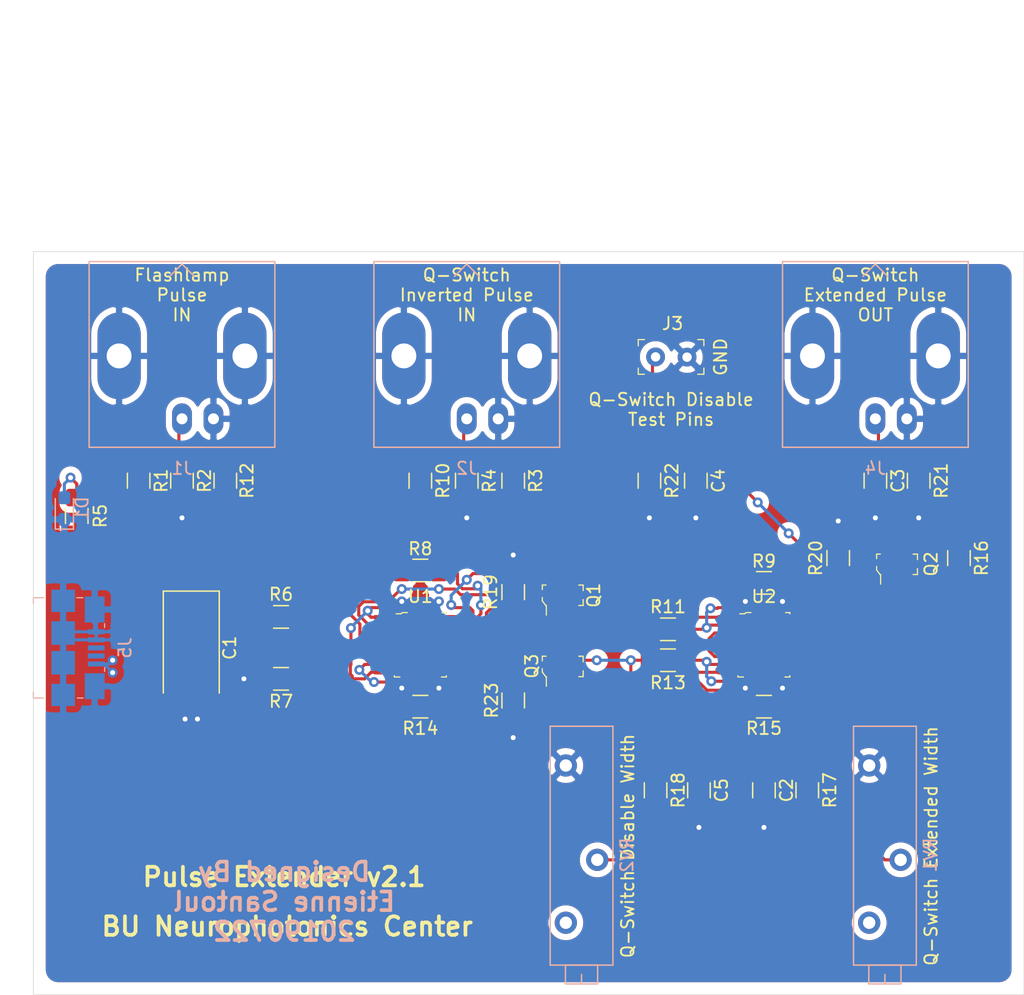
<source format=kicad_pcb>
(kicad_pcb (version 20171130) (host pcbnew "(5.1.2)-2")

  (general
    (thickness 1.6)
    (drawings 14)
    (tracks 516)
    (zones 0)
    (modules 41)
    (nets 22)
  )

  (page A4)
  (title_block
    (title "Pulse Extender V1.0")
  )

  (layers
    (0 F.Cu signal)
    (31 B.Cu signal)
    (32 B.Adhes user)
    (33 F.Adhes user)
    (34 B.Paste user)
    (35 F.Paste user)
    (36 B.SilkS user)
    (37 F.SilkS user)
    (38 B.Mask user)
    (39 F.Mask user)
    (40 Dwgs.User user)
    (41 Cmts.User user)
    (42 Eco1.User user)
    (43 Eco2.User user)
    (44 Edge.Cuts user)
    (45 Margin user)
    (46 B.CrtYd user)
    (47 F.CrtYd user)
    (48 B.Fab user)
    (49 F.Fab user)
  )

  (setup
    (last_trace_width 0.25)
    (trace_clearance 0.2)
    (zone_clearance 0.508)
    (zone_45_only yes)
    (trace_min 0.2)
    (via_size 0.8)
    (via_drill 0.4)
    (via_min_size 0.4)
    (via_min_drill 0.3)
    (uvia_size 0.3)
    (uvia_drill 0.1)
    (uvias_allowed no)
    (uvia_min_size 0.2)
    (uvia_min_drill 0.1)
    (edge_width 0.05)
    (segment_width 0.2)
    (pcb_text_width 0.3)
    (pcb_text_size 1.5 1.5)
    (mod_edge_width 0.12)
    (mod_text_size 1 1)
    (mod_text_width 0.15)
    (pad_size 1.524 1.524)
    (pad_drill 0.762)
    (pad_to_mask_clearance 0.051)
    (solder_mask_min_width 0.25)
    (aux_axis_origin 0 0)
    (grid_origin 157.48 106.68)
    (visible_elements 7FFFFFFF)
    (pcbplotparams
      (layerselection 0x010fc_ffffffff)
      (usegerberextensions false)
      (usegerberattributes false)
      (usegerberadvancedattributes false)
      (creategerberjobfile false)
      (excludeedgelayer true)
      (linewidth 0.100000)
      (plotframeref false)
      (viasonmask false)
      (mode 1)
      (useauxorigin false)
      (hpglpennumber 1)
      (hpglpenspeed 20)
      (hpglpendiameter 15.000000)
      (psnegative false)
      (psa4output false)
      (plotreference true)
      (plotvalue true)
      (plotinvisibletext false)
      (padsonsilk false)
      (subtractmaskfromsilk false)
      (outputformat 1)
      (mirror false)
      (drillshape 0)
      (scaleselection 1)
      (outputdirectory "Gerber/"))
  )

  (net 0 "")
  (net 1 5V)
  (net 2 GND)
  (net 3 RC2)
  (net 4 RC1)
  (net 5 FlashLamp_IN)
  (net 6 Q-Switch_IN)
  (net 7 DISABLE_QS)
  (net 8 Q-Switch_OUT)
  (net 9 DIGITAL_ON_LEVEL)
  (net 10 QS_RC_Charge)
  (net 11 QS_OUT_AMP)
  (net 12 FL_RC_Charge)
  (net 13 "Net-(D1-Pad2)")
  (net 14 "Net-(R8-Pad1)")
  (net 15 "Net-(R10-Pad2)")
  (net 16 "Net-(R11-Pad2)")
  (net 17 "Net-(R12-Pad1)")
  (net 18 "Net-(R13-Pad1)")
  (net 19 "Net-(R17-Pad2)")
  (net 20 "Net-(Q2-Pad2)")
  (net 21 "Net-(R18-Pad2)")

  (net_class Default "Ceci est la Netclass par défaut."
    (clearance 0.2)
    (trace_width 0.25)
    (via_dia 0.8)
    (via_drill 0.4)
    (uvia_dia 0.3)
    (uvia_drill 0.1)
    (add_net 5V)
    (add_net DIGITAL_ON_LEVEL)
    (add_net DISABLE_QS)
    (add_net FL_RC_Charge)
    (add_net FlashLamp_IN)
    (add_net GND)
    (add_net "Net-(D1-Pad2)")
    (add_net "Net-(Q2-Pad2)")
    (add_net "Net-(R10-Pad2)")
    (add_net "Net-(R11-Pad2)")
    (add_net "Net-(R12-Pad1)")
    (add_net "Net-(R13-Pad1)")
    (add_net "Net-(R17-Pad2)")
    (add_net "Net-(R18-Pad2)")
    (add_net "Net-(R8-Pad1)")
    (add_net Q-Switch_IN)
    (add_net Q-Switch_OUT)
    (add_net QS_OUT_AMP)
    (add_net QS_RC_Charge)
    (add_net RC1)
    (add_net RC2)
  )

  (module Connector_Coaxial:BNC_Amphenol_B6252HB-NPP3G-50_Horizontal (layer B.Cu) (tedit 5C13907B) (tstamp 5D2830F2)
    (at 86.98 58.93 180)
    (descr http://www.farnell.com/datasheets/612848.pdf)
    (tags "BNC Amphenol Horizontal")
    (path /5D1C9B8B)
    (fp_text reference J2 (at 0 -4) (layer B.SilkS)
      (effects (font (size 1 1) (thickness 0.15)) (justify mirror))
    )
    (fp_text value Conn_Coaxial (at 0 -6 180) (layer B.Fab)
      (effects (font (size 1 1) (thickness 0.15)) (justify mirror))
    )
    (fp_line (start 0 12.5) (end 1 11.5) (layer B.SilkS) (width 0.12))
    (fp_line (start 0 12.5) (end -1 11.5) (layer B.SilkS) (width 0.12))
    (fp_line (start 7.85 -2.7) (end 7.85 33.8) (layer B.CrtYd) (width 0.05))
    (fp_line (start 7.85 33.8) (end -7.85 33.8) (layer B.CrtYd) (width 0.05))
    (fp_line (start -7.85 -2.7) (end -7.85 33.8) (layer B.CrtYd) (width 0.05))
    (fp_line (start -7.85 -2.7) (end 7.85 -2.7) (layer B.CrtYd) (width 0.05))
    (fp_line (start -7.5 -2.3) (end -7.5 12.7) (layer B.SilkS) (width 0.12))
    (fp_line (start 7.5 -2.3) (end -7.5 -2.3) (layer B.SilkS) (width 0.12))
    (fp_line (start 7.5 12.7) (end 7.5 -2.3) (layer B.SilkS) (width 0.12))
    (fp_line (start -7.5 12.7) (end 7.5 12.7) (layer B.SilkS) (width 0.12))
    (fp_line (start -5 14) (end 5 15) (layer B.Fab) (width 0.1))
    (fp_text user %R (at 0 0) (layer B.Fab)
      (effects (font (size 1 1) (thickness 0.15)) (justify mirror))
    )
    (fp_line (start -7.35 12.7) (end -7.35 -2.2) (layer B.Fab) (width 0.1))
    (fp_line (start 7.35 12.7) (end -7.35 12.7) (layer B.Fab) (width 0.1))
    (fp_line (start 7.35 -2.2) (end 7.35 12.7) (layer B.Fab) (width 0.1))
    (fp_line (start -7.35 -2.2) (end 7.35 -2.2) (layer B.Fab) (width 0.1))
    (fp_line (start -6.35 21.4) (end -6.35 12.7) (layer B.Fab) (width 0.1))
    (fp_line (start 6.35 21.4) (end -6.35 21.4) (layer B.Fab) (width 0.1))
    (fp_line (start 6.35 12.7) (end 6.35 21.4) (layer B.Fab) (width 0.1))
    (fp_line (start -4.8 33.3) (end -4.8 21.4) (layer B.Fab) (width 0.1))
    (fp_line (start 4.8 33.3) (end -4.8 33.3) (layer B.Fab) (width 0.1))
    (fp_line (start 4.8 21.4) (end 4.8 33.3) (layer B.Fab) (width 0.1))
    (fp_circle (center 0 28.07) (end 1 28.07) (layer B.Fab) (width 0.1))
    (fp_line (start -5 15) (end 5 16) (layer B.Fab) (width 0.1))
    (fp_line (start -5 16) (end 5 17) (layer B.Fab) (width 0.1))
    (fp_line (start -5 17) (end 5 18) (layer B.Fab) (width 0.1))
    (fp_line (start -5 18) (end 5 19) (layer B.Fab) (width 0.1))
    (fp_line (start -5 19) (end 5 20) (layer B.Fab) (width 0.1))
    (fp_line (start -5 20) (end 5 21) (layer B.Fab) (width 0.1))
    (pad 2 thru_hole oval (at -2.54 0 180) (size 1.6 2.5) (drill 0.89) (layers *.Cu *.Mask)
      (net 2 GND))
    (pad 1 thru_hole oval (at 0 0 180) (size 1.6 2.5) (drill 0.89) (layers *.Cu *.Mask)
      (net 6 Q-Switch_IN))
    (pad 2 thru_hole oval (at 5.08 5.08 180) (size 3.5 7) (drill 2.01) (layers *.Cu *.Mask)
      (net 2 GND))
    (pad 2 thru_hole oval (at -5.08 5.08 180) (size 3.5 7) (drill 2.01) (layers *.Cu *.Mask)
      (net 2 GND))
    (model ${KISYS3DMOD}/Connector_Coaxial.3dshapes/BNC_Amphenol_B6252HB-NPP3G-50_Horizontal.wrl
      (at (xyz 0 0 0))
      (scale (xyz 1 1 1))
      (rotate (xyz 0 0 0))
    )
  )

  (module Connector_Coaxial:BNC_Amphenol_B6252HB-NPP3G-50_Horizontal (layer B.Cu) (tedit 5C13907B) (tstamp 5D0DC5CA)
    (at 63.98 58.93 180)
    (descr http://www.farnell.com/datasheets/612848.pdf)
    (tags "BNC Amphenol Horizontal")
    (path /5D1C91BF)
    (fp_text reference J1 (at 0 -4) (layer B.SilkS)
      (effects (font (size 1 1) (thickness 0.15)) (justify mirror))
    )
    (fp_text value Conn_Coaxial (at 0 -6 180) (layer B.Fab)
      (effects (font (size 1 1) (thickness 0.15)) (justify mirror))
    )
    (fp_line (start 0 12.5) (end 1 11.5) (layer B.SilkS) (width 0.12))
    (fp_line (start 0 12.5) (end -1 11.5) (layer B.SilkS) (width 0.12))
    (fp_line (start 7.85 -2.7) (end 7.85 33.8) (layer B.CrtYd) (width 0.05))
    (fp_line (start 7.85 33.8) (end -7.85 33.8) (layer B.CrtYd) (width 0.05))
    (fp_line (start -7.85 -2.7) (end -7.85 33.8) (layer B.CrtYd) (width 0.05))
    (fp_line (start -7.85 -2.7) (end 7.85 -2.7) (layer B.CrtYd) (width 0.05))
    (fp_line (start -7.5 -2.3) (end -7.5 12.7) (layer B.SilkS) (width 0.12))
    (fp_line (start 7.5 -2.3) (end -7.5 -2.3) (layer B.SilkS) (width 0.12))
    (fp_line (start 7.5 12.7) (end 7.5 -2.3) (layer B.SilkS) (width 0.12))
    (fp_line (start -7.5 12.7) (end 7.5 12.7) (layer B.SilkS) (width 0.12))
    (fp_line (start -5 14) (end 5 15) (layer B.Fab) (width 0.1))
    (fp_text user %R (at 0 0) (layer B.Fab)
      (effects (font (size 1 1) (thickness 0.15)) (justify mirror))
    )
    (fp_line (start -7.35 12.7) (end -7.35 -2.2) (layer B.Fab) (width 0.1))
    (fp_line (start 7.35 12.7) (end -7.35 12.7) (layer B.Fab) (width 0.1))
    (fp_line (start 7.35 -2.2) (end 7.35 12.7) (layer B.Fab) (width 0.1))
    (fp_line (start -7.35 -2.2) (end 7.35 -2.2) (layer B.Fab) (width 0.1))
    (fp_line (start -6.35 21.4) (end -6.35 12.7) (layer B.Fab) (width 0.1))
    (fp_line (start 6.35 21.4) (end -6.35 21.4) (layer B.Fab) (width 0.1))
    (fp_line (start 6.35 12.7) (end 6.35 21.4) (layer B.Fab) (width 0.1))
    (fp_line (start -4.8 33.3) (end -4.8 21.4) (layer B.Fab) (width 0.1))
    (fp_line (start 4.8 33.3) (end -4.8 33.3) (layer B.Fab) (width 0.1))
    (fp_line (start 4.8 21.4) (end 4.8 33.3) (layer B.Fab) (width 0.1))
    (fp_circle (center 0 28.07) (end 1 28.07) (layer B.Fab) (width 0.1))
    (fp_line (start -5 15) (end 5 16) (layer B.Fab) (width 0.1))
    (fp_line (start -5 16) (end 5 17) (layer B.Fab) (width 0.1))
    (fp_line (start -5 17) (end 5 18) (layer B.Fab) (width 0.1))
    (fp_line (start -5 18) (end 5 19) (layer B.Fab) (width 0.1))
    (fp_line (start -5 19) (end 5 20) (layer B.Fab) (width 0.1))
    (fp_line (start -5 20) (end 5 21) (layer B.Fab) (width 0.1))
    (pad 2 thru_hole oval (at -2.54 0 180) (size 1.6 2.5) (drill 0.89) (layers *.Cu *.Mask)
      (net 2 GND))
    (pad 1 thru_hole oval (at 0 0 180) (size 1.6 2.5) (drill 0.89) (layers *.Cu *.Mask)
      (net 5 FlashLamp_IN))
    (pad 2 thru_hole oval (at 5.08 5.08 180) (size 3.5 7) (drill 2.01) (layers *.Cu *.Mask)
      (net 2 GND))
    (pad 2 thru_hole oval (at -5.08 5.08 180) (size 3.5 7) (drill 2.01) (layers *.Cu *.Mask)
      (net 2 GND))
    (model ${KISYS3DMOD}/Connector_Coaxial.3dshapes/BNC_Amphenol_B6252HB-NPP3G-50_Horizontal.wrl
      (at (xyz 0 0 0))
      (scale (xyz 1 1 1))
      (rotate (xyz 0 0 0))
    )
  )

  (module Connector_Coaxial:BNC_Amphenol_B6252HB-NPP3G-50_Horizontal (layer B.Cu) (tedit 5C13907B) (tstamp 5D0DC636)
    (at 119.98 58.93 180)
    (descr http://www.farnell.com/datasheets/612848.pdf)
    (tags "BNC Amphenol Horizontal")
    (path /5D1CA52C)
    (fp_text reference J4 (at 0 -4) (layer B.SilkS)
      (effects (font (size 1 1) (thickness 0.15)) (justify mirror))
    )
    (fp_text value Conn_Coaxial (at 0 -6 180) (layer B.Fab)
      (effects (font (size 1 1) (thickness 0.15)) (justify mirror))
    )
    (fp_line (start 0 12.5) (end 1 11.5) (layer B.SilkS) (width 0.12))
    (fp_line (start 0 12.5) (end -1 11.5) (layer B.SilkS) (width 0.12))
    (fp_line (start 7.85 -2.7) (end 7.85 33.8) (layer B.CrtYd) (width 0.05))
    (fp_line (start 7.85 33.8) (end -7.85 33.8) (layer B.CrtYd) (width 0.05))
    (fp_line (start -7.85 -2.7) (end -7.85 33.8) (layer B.CrtYd) (width 0.05))
    (fp_line (start -7.85 -2.7) (end 7.85 -2.7) (layer B.CrtYd) (width 0.05))
    (fp_line (start -7.5 -2.3) (end -7.5 12.7) (layer B.SilkS) (width 0.12))
    (fp_line (start 7.5 -2.3) (end -7.5 -2.3) (layer B.SilkS) (width 0.12))
    (fp_line (start 7.5 12.7) (end 7.5 -2.3) (layer B.SilkS) (width 0.12))
    (fp_line (start -7.5 12.7) (end 7.5 12.7) (layer B.SilkS) (width 0.12))
    (fp_line (start -5 14) (end 5 15) (layer B.Fab) (width 0.1))
    (fp_text user %R (at 0 0) (layer B.Fab)
      (effects (font (size 1 1) (thickness 0.15)) (justify mirror))
    )
    (fp_line (start -7.35 12.7) (end -7.35 -2.2) (layer B.Fab) (width 0.1))
    (fp_line (start 7.35 12.7) (end -7.35 12.7) (layer B.Fab) (width 0.1))
    (fp_line (start 7.35 -2.2) (end 7.35 12.7) (layer B.Fab) (width 0.1))
    (fp_line (start -7.35 -2.2) (end 7.35 -2.2) (layer B.Fab) (width 0.1))
    (fp_line (start -6.35 21.4) (end -6.35 12.7) (layer B.Fab) (width 0.1))
    (fp_line (start 6.35 21.4) (end -6.35 21.4) (layer B.Fab) (width 0.1))
    (fp_line (start 6.35 12.7) (end 6.35 21.4) (layer B.Fab) (width 0.1))
    (fp_line (start -4.8 33.3) (end -4.8 21.4) (layer B.Fab) (width 0.1))
    (fp_line (start 4.8 33.3) (end -4.8 33.3) (layer B.Fab) (width 0.1))
    (fp_line (start 4.8 21.4) (end 4.8 33.3) (layer B.Fab) (width 0.1))
    (fp_circle (center 0 28.07) (end 1 28.07) (layer B.Fab) (width 0.1))
    (fp_line (start -5 15) (end 5 16) (layer B.Fab) (width 0.1))
    (fp_line (start -5 16) (end 5 17) (layer B.Fab) (width 0.1))
    (fp_line (start -5 17) (end 5 18) (layer B.Fab) (width 0.1))
    (fp_line (start -5 18) (end 5 19) (layer B.Fab) (width 0.1))
    (fp_line (start -5 19) (end 5 20) (layer B.Fab) (width 0.1))
    (fp_line (start -5 20) (end 5 21) (layer B.Fab) (width 0.1))
    (pad 2 thru_hole oval (at -2.54 0 180) (size 1.6 2.5) (drill 0.89) (layers *.Cu *.Mask)
      (net 2 GND))
    (pad 1 thru_hole oval (at 0 0 180) (size 1.6 2.5) (drill 0.89) (layers *.Cu *.Mask)
      (net 8 Q-Switch_OUT))
    (pad 2 thru_hole oval (at 5.08 5.08 180) (size 3.5 7) (drill 2.01) (layers *.Cu *.Mask)
      (net 2 GND))
    (pad 2 thru_hole oval (at -5.08 5.08 180) (size 3.5 7) (drill 2.01) (layers *.Cu *.Mask)
      (net 2 GND))
    (model ${KISYS3DMOD}/Connector_Coaxial.3dshapes/BNC_Amphenol_B6252HB-NPP3G-50_Horizontal.wrl
      (at (xyz 0 0 0))
      (scale (xyz 1 1 1))
      (rotate (xyz 0 0 0))
    )
  )

  (module Potentiometer_THT:Potentiometer_Bourns_3006P_Horizontal (layer B.Cu) (tedit 5A3D4994) (tstamp 5D0DADD8)
    (at 94.98 86.93 90)
    (descr "Potentiometer, horizontal, Bourns 3006P, https://www.bourns.com/docs/Product-Datasheets/3006.pdf")
    (tags "Potentiometer horizontal Bourns 3006P")
    (path /5D136653)
    (fp_text reference RV2 (at -7.235 4.935 270) (layer B.SilkS)
      (effects (font (size 1 1) (thickness 0.15)) (justify mirror))
    )
    (fp_text value 50k (at -7.235 -2.395 270) (layer B.Fab)
      (effects (font (size 1 1) (thickness 0.15)) (justify mirror))
    )
    (fp_text user %R (at -6.475 1.27 270) (layer B.Fab)
      (effects (font (size 1 1) (thickness 0.15)) (justify mirror))
    )
    (fp_line (start 3.35 3.95) (end -17.8 3.95) (layer B.CrtYd) (width 0.05))
    (fp_line (start 3.35 -1.4) (end 3.35 3.95) (layer B.CrtYd) (width 0.05))
    (fp_line (start -17.8 -1.4) (end 3.35 -1.4) (layer B.CrtYd) (width 0.05))
    (fp_line (start -17.8 3.95) (end -17.8 -1.4) (layer B.CrtYd) (width 0.05))
    (fp_line (start -17.64 1.27) (end -16.881 1.27) (layer B.SilkS) (width 0.12))
    (fp_line (start -16.121 2.569) (end -16.121 -0.03) (layer B.SilkS) (width 0.12))
    (fp_line (start -17.64 2.569) (end -17.64 -0.03) (layer B.SilkS) (width 0.12))
    (fp_line (start -17.64 -0.03) (end -16.121 -0.03) (layer B.SilkS) (width 0.12))
    (fp_line (start -17.64 2.569) (end -16.121 2.569) (layer B.SilkS) (width 0.12))
    (fp_line (start 3.17 3.805) (end 3.17 -1.265) (layer B.SilkS) (width 0.12))
    (fp_line (start -16.12 3.805) (end -16.12 -1.265) (layer B.SilkS) (width 0.12))
    (fp_line (start -16.12 -1.265) (end 3.17 -1.265) (layer B.SilkS) (width 0.12))
    (fp_line (start -16.12 3.805) (end 3.17 3.805) (layer B.SilkS) (width 0.12))
    (fp_line (start -17.52 1.27) (end -16.76 1.27) (layer B.Fab) (width 0.1))
    (fp_line (start -16 2.45) (end -17.52 2.45) (layer B.Fab) (width 0.1))
    (fp_line (start -16 0.09) (end -16 2.45) (layer B.Fab) (width 0.1))
    (fp_line (start -17.52 0.09) (end -16 0.09) (layer B.Fab) (width 0.1))
    (fp_line (start -17.52 2.45) (end -17.52 0.09) (layer B.Fab) (width 0.1))
    (fp_line (start 3.05 3.685) (end -16 3.685) (layer B.Fab) (width 0.1))
    (fp_line (start 3.05 -1.145) (end 3.05 3.685) (layer B.Fab) (width 0.1))
    (fp_line (start -16 -1.145) (end 3.05 -1.145) (layer B.Fab) (width 0.1))
    (fp_line (start -16 3.685) (end -16 -1.145) (layer B.Fab) (width 0.1))
    (pad 3 thru_hole circle (at -12.7 0 90) (size 1.8 1.8) (drill 1) (layers *.Cu *.Mask))
    (pad 2 thru_hole circle (at -7.62 2.54 90) (size 1.8 1.8) (drill 1) (layers *.Cu *.Mask)
      (net 21 "Net-(R18-Pad2)"))
    (pad 1 thru_hole circle (at 0 0 90) (size 1.8 1.8) (drill 1) (layers *.Cu *.Mask)
      (net 2 GND))
    (model ${KISYS3DMOD}/Potentiometer_THT.3dshapes/Potentiometer_Bourns_3006P_Horizontal.wrl
      (at (xyz 0 0 0))
      (scale (xyz 1 1 1))
      (rotate (xyz 0 0 0))
    )
  )

  (module Potentiometer_THT:Potentiometer_Bourns_3006P_Horizontal (layer B.Cu) (tedit 5A3D4994) (tstamp 5D35D9C7)
    (at 119.48 86.93 90)
    (descr "Potentiometer, horizontal, Bourns 3006P, https://www.bourns.com/docs/Product-Datasheets/3006.pdf")
    (tags "Potentiometer horizontal Bourns 3006P")
    (path /5D0E31A7)
    (fp_text reference RV1 (at -7.235 4.935 270) (layer B.SilkS)
      (effects (font (size 1 1) (thickness 0.15)) (justify mirror))
    )
    (fp_text value 50k (at -7.235 -2.395 270) (layer B.Fab)
      (effects (font (size 1 1) (thickness 0.15)) (justify mirror))
    )
    (fp_text user %R (at -6.475 1.27 270) (layer B.Fab)
      (effects (font (size 1 1) (thickness 0.15)) (justify mirror))
    )
    (fp_line (start 3.35 3.95) (end -17.8 3.95) (layer B.CrtYd) (width 0.05))
    (fp_line (start 3.35 -1.4) (end 3.35 3.95) (layer B.CrtYd) (width 0.05))
    (fp_line (start -17.8 -1.4) (end 3.35 -1.4) (layer B.CrtYd) (width 0.05))
    (fp_line (start -17.8 3.95) (end -17.8 -1.4) (layer B.CrtYd) (width 0.05))
    (fp_line (start -17.64 1.27) (end -16.881 1.27) (layer B.SilkS) (width 0.12))
    (fp_line (start -16.121 2.569) (end -16.121 -0.03) (layer B.SilkS) (width 0.12))
    (fp_line (start -17.64 2.569) (end -17.64 -0.03) (layer B.SilkS) (width 0.12))
    (fp_line (start -17.64 -0.03) (end -16.121 -0.03) (layer B.SilkS) (width 0.12))
    (fp_line (start -17.64 2.569) (end -16.121 2.569) (layer B.SilkS) (width 0.12))
    (fp_line (start 3.17 3.805) (end 3.17 -1.265) (layer B.SilkS) (width 0.12))
    (fp_line (start -16.12 3.805) (end -16.12 -1.265) (layer B.SilkS) (width 0.12))
    (fp_line (start -16.12 -1.265) (end 3.17 -1.265) (layer B.SilkS) (width 0.12))
    (fp_line (start -16.12 3.805) (end 3.17 3.805) (layer B.SilkS) (width 0.12))
    (fp_line (start -17.52 1.27) (end -16.76 1.27) (layer B.Fab) (width 0.1))
    (fp_line (start -16 2.45) (end -17.52 2.45) (layer B.Fab) (width 0.1))
    (fp_line (start -16 0.09) (end -16 2.45) (layer B.Fab) (width 0.1))
    (fp_line (start -17.52 0.09) (end -16 0.09) (layer B.Fab) (width 0.1))
    (fp_line (start -17.52 2.45) (end -17.52 0.09) (layer B.Fab) (width 0.1))
    (fp_line (start 3.05 3.685) (end -16 3.685) (layer B.Fab) (width 0.1))
    (fp_line (start 3.05 -1.145) (end 3.05 3.685) (layer B.Fab) (width 0.1))
    (fp_line (start -16 -1.145) (end 3.05 -1.145) (layer B.Fab) (width 0.1))
    (fp_line (start -16 3.685) (end -16 -1.145) (layer B.Fab) (width 0.1))
    (pad 3 thru_hole circle (at -12.7 0 90) (size 1.8 1.8) (drill 1) (layers *.Cu *.Mask))
    (pad 2 thru_hole circle (at -7.62 2.54 90) (size 1.8 1.8) (drill 1) (layers *.Cu *.Mask)
      (net 19 "Net-(R17-Pad2)"))
    (pad 1 thru_hole circle (at 0 0 90) (size 1.8 1.8) (drill 1) (layers *.Cu *.Mask)
      (net 2 GND))
    (model ${KISYS3DMOD}/Potentiometer_THT.3dshapes/Potentiometer_Bourns_3006P_Horizontal.wrl
      (at (xyz 0 0 0))
      (scale (xyz 1 1 1))
      (rotate (xyz 0 0 0))
    )
  )

  (module digikey-footprints:USB_Micro_B_Female_10118192 (layer B.Cu) (tedit 5D27B4C3) (tstamp 5D27DD0A)
    (at 54.38 77.43 90)
    (descr http://portal.fciconnect.com/Comergent//fci/drawing/10118192.pdf)
    (path /5D2E238C)
    (fp_text reference J5 (at 0 5 -90) (layer B.SilkS)
      (effects (font (size 1 1) (thickness 0.15)) (justify mirror))
    )
    (fp_text value 10118192-0001LF (at 0 -4.25 -90) (layer B.Fab)
      (effects (font (size 1 1) (thickness 0.15)) (justify mirror))
    )
    (fp_line (start 3.95 -2.32) (end 3.95 3.25) (layer B.Fab) (width 0.1))
    (fp_line (start -3.95 -2.32) (end 3.95 -2.32) (layer B.Fab) (width 0.1))
    (fp_line (start -3.95 2.8) (end -3.5 3.25) (layer B.Fab) (width 0.1))
    (fp_line (start 3.95 3.25) (end -3.5 3.25) (layer B.Fab) (width 0.1))
    (fp_line (start -3.95 2.8) (end -3.95 -2.3) (layer B.Fab) (width 0.1))
    (fp_text user %R (at 0 0 -90) (layer B.Fab)
      (effects (font (size 1 1) (thickness 0.15)) (justify mirror))
    )
    (fp_line (start 4.05 -2.4) (end 4.05 -1.55) (layer B.SilkS) (width 0.1))
    (fp_line (start 3.6 -2.4) (end 4.05 -2.4) (layer B.SilkS) (width 0.1))
    (fp_line (start -4.05 -2.4) (end -3.55 -2.4) (layer B.SilkS) (width 0.1))
    (fp_line (start -4.05 -1.6) (end -4.05 -2.4) (layer B.SilkS) (width 0.1))
    (fp_line (start -1.9 3.35) (end -1.6 3.35) (layer B.SilkS) (width 0.1))
    (fp_line (start -4.05 1.6) (end -4.05 1.15) (layer B.SilkS) (width 0.1))
    (fp_line (start 1.65 3.35) (end 1.95 3.35) (layer B.SilkS) (width 0.1))
    (fp_line (start 4.05 1.6) (end 4.05 1.1) (layer B.SilkS) (width 0.1))
    (fp_line (start -5 3.75) (end -5 -2.75) (layer B.CrtYd) (width 0.05))
    (fp_line (start -5 3.75) (end 5 3.75) (layer B.CrtYd) (width 0.05))
    (fp_line (start 5 3.75) (end 5 -2.75) (layer B.CrtYd) (width 0.05))
    (fp_line (start -5 -2.75) (end 5 -2.75) (layer B.CrtYd) (width 0.05))
    (pad SH smd rect (at -3.8 0 90) (size 1.8 1.9) (layers B.Cu B.Paste B.Mask)
      (net 2 GND))
    (pad SH smd rect (at 3.8 0 90) (size 1.8 1.9) (layers B.Cu B.Paste B.Mask)
      (net 2 GND))
    (pad SH smd rect (at -1.2 0 90) (size 1.9 1.9) (layers B.Cu B.Paste B.Mask)
      (net 2 GND))
    (pad SH smd rect (at 1.2 0 90) (size 1.9 1.9) (layers B.Cu B.Paste B.Mask)
      (net 2 GND))
    (pad SH smd rect (at -3.1 2.55 90) (size 2.1 1.6) (layers B.Cu B.Paste B.Mask)
      (net 2 GND))
    (pad SH smd rect (at 3.1 2.55 90) (size 2.1 1.6) (layers B.Cu B.Paste B.Mask)
      (net 2 GND))
    (pad 1 smd rect (at -1.3 2.675 90) (size 0.4 1.35) (layers B.Cu B.Paste B.Mask)
      (net 1 5V))
    (pad 4 smd rect (at 0.65 2.675 90) (size 0.4 1.35) (layers B.Cu B.Paste B.Mask)
      (net 2 GND))
    (pad 5 smd rect (at 1.3 2.675 90) (size 0.4 1.35) (layers B.Cu B.Paste B.Mask)
      (net 2 GND))
    (pad 2 smd rect (at -0.65 2.675 90) (size 0.4 1.35) (layers B.Cu B.Paste B.Mask))
    (pad 3 smd rect (at 0 2.675 90) (size 0.4 1.35) (layers B.Cu B.Paste B.Mask))
    (model ${KISYS3DMOD}/Connector_USB.3dshapes/USB_Micro-B_Molex_47346-0001.wrl
      (offset (xyz 0 1.22 0))
      (scale (xyz 1 1 1))
      (rotate (xyz 0 0 0))
    )
  )

  (module digikey-footprints:PinHeader_1x2_P2.54mm (layer F.Cu) (tedit 5D27ABEF) (tstamp 5D286519)
    (at 102.23 53.93)
    (path /5D2895D6)
    (fp_text reference J3 (at 1.37 -2.69) (layer F.SilkS)
      (effects (font (size 1 1) (thickness 0.15)))
    )
    (fp_text value M20-9990246 (at 1.26 2.84) (layer F.Fab)
      (effects (font (size 1 1) (thickness 0.15)))
    )
    (fp_line (start -1.27 1.27) (end -1.27 -1.27) (layer F.Fab) (width 0.1))
    (fp_line (start -1.27 -1.27) (end 3.81 -1.27) (layer F.Fab) (width 0.1))
    (fp_line (start 3.81 1.27) (end 3.81 -1.27) (layer F.Fab) (width 0.1))
    (fp_line (start -1.27 1.27) (end 3.81 1.27) (layer F.Fab) (width 0.1))
    (fp_line (start 3.9 -1.4) (end 3.4 -1.4) (layer F.SilkS) (width 0.1))
    (fp_line (start 3.9 -1.4) (end 3.9 -0.9) (layer F.SilkS) (width 0.1))
    (fp_line (start -1.4 -1.4) (end -0.9 -1.4) (layer F.SilkS) (width 0.1))
    (fp_line (start -1.4 -1.4) (end -1.4 -0.9) (layer F.SilkS) (width 0.1))
    (fp_line (start -1.4 1.4) (end -0.9 1.4) (layer F.SilkS) (width 0.1))
    (fp_line (start -1.4 1.4) (end -1.4 0.9) (layer F.SilkS) (width 0.1))
    (fp_line (start 3.9 1.4) (end 3.4 1.4) (layer F.SilkS) (width 0.1))
    (fp_line (start 3.9 1.4) (end 3.9 0.9) (layer F.SilkS) (width 0.1))
    (fp_text user %R (at 1.2 0) (layer F.Fab)
      (effects (font (size 1 1) (thickness 0.15)))
    )
    (fp_line (start 4.06 -1.52) (end -1.52 -1.52) (layer F.CrtYd) (width 0.05))
    (fp_line (start 4.06 -1.52) (end 4.06 1.52) (layer F.CrtYd) (width 0.05))
    (fp_line (start -1.52 -1.52) (end -1.52 1.52) (layer F.CrtYd) (width 0.05))
    (fp_line (start 4.06 1.52) (end -1.52 1.52) (layer F.CrtYd) (width 0.05))
    (pad 2 thru_hole circle (at 2.54 0.02) (size 1.524 1.524) (drill 0.762) (layers *.Cu *.Mask)
      (net 2 GND))
    (pad 1 thru_hole circle (at 0 0) (size 1.524 1.524) (drill 0.762) (layers *.Cu *.Mask)
      (net 7 DISABLE_QS))
    (model ${KISYS3DMOD}/Connector_PinHeader_2.54mm.3dshapes/PinHeader_1x02_P2.54mm_Vertical.step
      (at (xyz 0 0 0))
      (scale (xyz 1 1 1))
      (rotate (xyz 0 0 -90))
    )
  )

  (module LED_SMD:LED_0603_1608Metric_Pad1.05x0.95mm_HandSolder (layer B.Cu) (tedit 5B4B45C9) (tstamp 5D27F505)
    (at 54.48 66.18 90)
    (descr "LED SMD 0603 (1608 Metric), square (rectangular) end terminal, IPC_7351 nominal, (Body size source: http://www.tortai-tech.com/upload/download/2011102023233369053.pdf), generated with kicad-footprint-generator")
    (tags "LED handsolder")
    (path /5D295C9A)
    (attr smd)
    (fp_text reference D1 (at 0 1.43 90) (layer B.SilkS)
      (effects (font (size 1 1) (thickness 0.15)) (justify mirror))
    )
    (fp_text value LED (at 0 -1.43 90) (layer B.Fab)
      (effects (font (size 1 1) (thickness 0.15)) (justify mirror))
    )
    (fp_text user %R (at 0 0 90) (layer B.Fab)
      (effects (font (size 0.4 0.4) (thickness 0.06)) (justify mirror))
    )
    (fp_line (start 1.65 -0.73) (end -1.65 -0.73) (layer B.CrtYd) (width 0.05))
    (fp_line (start 1.65 0.73) (end 1.65 -0.73) (layer B.CrtYd) (width 0.05))
    (fp_line (start -1.65 0.73) (end 1.65 0.73) (layer B.CrtYd) (width 0.05))
    (fp_line (start -1.65 -0.73) (end -1.65 0.73) (layer B.CrtYd) (width 0.05))
    (fp_line (start -1.66 -0.735) (end 0.8 -0.735) (layer B.SilkS) (width 0.12))
    (fp_line (start -1.66 0.735) (end -1.66 -0.735) (layer B.SilkS) (width 0.12))
    (fp_line (start 0.8 0.735) (end -1.66 0.735) (layer B.SilkS) (width 0.12))
    (fp_line (start 0.8 -0.4) (end 0.8 0.4) (layer B.Fab) (width 0.1))
    (fp_line (start -0.8 -0.4) (end 0.8 -0.4) (layer B.Fab) (width 0.1))
    (fp_line (start -0.8 0.1) (end -0.8 -0.4) (layer B.Fab) (width 0.1))
    (fp_line (start -0.5 0.4) (end -0.8 0.1) (layer B.Fab) (width 0.1))
    (fp_line (start 0.8 0.4) (end -0.5 0.4) (layer B.Fab) (width 0.1))
    (pad 2 smd roundrect (at 0.875 0 90) (size 1.05 0.95) (layers B.Cu B.Paste B.Mask) (roundrect_rratio 0.25)
      (net 13 "Net-(D1-Pad2)"))
    (pad 1 smd roundrect (at -0.875 0 90) (size 1.05 0.95) (layers B.Cu B.Paste B.Mask) (roundrect_rratio 0.25)
      (net 2 GND))
    (model ${KISYS3DMOD}/LED_SMD.3dshapes/LED_0603_1608Metric.wrl
      (at (xyz 0 0 0))
      (scale (xyz 1 1 1))
      (rotate (xyz 0 0 0))
    )
  )

  (module Resistor_SMD:R_1206_3216Metric_Pad1.42x1.75mm_HandSolder (layer F.Cu) (tedit 5B301BBD) (tstamp 5D27F516)
    (at 55.48 66.78 90)
    (descr "Resistor SMD 1206 (3216 Metric), square (rectangular) end terminal, IPC_7351 nominal with elongated pad for handsoldering. (Body size source: http://www.tortai-tech.com/upload/download/2011102023233369053.pdf), generated with kicad-footprint-generator")
    (tags "resistor handsolder")
    (path /5D294C79)
    (attr smd)
    (fp_text reference R5 (at 0 1.9 90) (layer F.SilkS)
      (effects (font (size 1 1) (thickness 0.15)))
    )
    (fp_text value 100 (at -0.1 -1.9 90) (layer F.Fab)
      (effects (font (size 1 1) (thickness 0.15)))
    )
    (fp_text user %R (at 0 0 90) (layer F.Fab)
      (effects (font (size 0.8 0.8) (thickness 0.12)))
    )
    (fp_line (start 2.45 1.12) (end -2.45 1.12) (layer F.CrtYd) (width 0.05))
    (fp_line (start 2.45 -1.12) (end 2.45 1.12) (layer F.CrtYd) (width 0.05))
    (fp_line (start -2.45 -1.12) (end 2.45 -1.12) (layer F.CrtYd) (width 0.05))
    (fp_line (start -2.45 1.12) (end -2.45 -1.12) (layer F.CrtYd) (width 0.05))
    (fp_line (start -0.602064 0.91) (end 0.602064 0.91) (layer F.SilkS) (width 0.12))
    (fp_line (start -0.602064 -0.91) (end 0.602064 -0.91) (layer F.SilkS) (width 0.12))
    (fp_line (start 1.6 0.8) (end -1.6 0.8) (layer F.Fab) (width 0.1))
    (fp_line (start 1.6 -0.8) (end 1.6 0.8) (layer F.Fab) (width 0.1))
    (fp_line (start -1.6 -0.8) (end 1.6 -0.8) (layer F.Fab) (width 0.1))
    (fp_line (start -1.6 0.8) (end -1.6 -0.8) (layer F.Fab) (width 0.1))
    (pad 2 smd roundrect (at 1.4875 0 90) (size 1.425 1.75) (layers F.Cu F.Paste F.Mask) (roundrect_rratio 0.175439)
      (net 13 "Net-(D1-Pad2)"))
    (pad 1 smd roundrect (at -1.4875 0 90) (size 1.425 1.75) (layers F.Cu F.Paste F.Mask) (roundrect_rratio 0.175439)
      (net 1 5V))
    (model ${KISYS3DMOD}/Resistor_SMD.3dshapes/R_1206_3216Metric.wrl
      (at (xyz 0 0 0))
      (scale (xyz 1 1 1))
      (rotate (xyz 0 0 0))
    )
  )

  (module Capacitor_Tantalum_SMD:CP_EIA-7343-15_Kemet-W_Pad2.25x2.55mm_HandSolder (layer F.Cu) (tedit 5B301BBE) (tstamp 5D35DD47)
    (at 64.73 77.43 270)
    (descr "Tantalum Capacitor SMD Kemet-W (7343-15 Metric), IPC_7351 nominal, (Body size from: http://www.kemet.com/Lists/ProductCatalog/Attachments/253/KEM_TC101_STD.pdf), generated with kicad-footprint-generator")
    (tags "capacitor tantalum")
    (path /5D0C8A1E)
    (attr smd)
    (fp_text reference C1 (at 0 -3.1 90) (layer F.SilkS)
      (effects (font (size 1 1) (thickness 0.15)))
    )
    (fp_text value 220u (at 0 3.1 90) (layer F.Fab)
      (effects (font (size 1 1) (thickness 0.15)))
    )
    (fp_line (start 3.65 -2.15) (end -2.65 -2.15) (layer F.Fab) (width 0.1))
    (fp_line (start -2.65 -2.15) (end -3.65 -1.15) (layer F.Fab) (width 0.1))
    (fp_line (start -3.65 -1.15) (end -3.65 2.15) (layer F.Fab) (width 0.1))
    (fp_line (start -3.65 2.15) (end 3.65 2.15) (layer F.Fab) (width 0.1))
    (fp_line (start 3.65 2.15) (end 3.65 -2.15) (layer F.Fab) (width 0.1))
    (fp_line (start 3.65 -2.26) (end -4.585 -2.26) (layer F.SilkS) (width 0.12))
    (fp_line (start -4.585 -2.26) (end -4.585 2.26) (layer F.SilkS) (width 0.12))
    (fp_line (start -4.585 2.26) (end 3.65 2.26) (layer F.SilkS) (width 0.12))
    (fp_line (start -4.58 2.4) (end -4.58 -2.4) (layer F.CrtYd) (width 0.05))
    (fp_line (start -4.58 -2.4) (end 4.58 -2.4) (layer F.CrtYd) (width 0.05))
    (fp_line (start 4.58 -2.4) (end 4.58 2.4) (layer F.CrtYd) (width 0.05))
    (fp_line (start 4.58 2.4) (end -4.58 2.4) (layer F.CrtYd) (width 0.05))
    (fp_text user %R (at 0 0 90) (layer F.Fab)
      (effects (font (size 1 1) (thickness 0.15)))
    )
    (pad 1 smd roundrect (at -3.2 0 270) (size 2.25 2.55) (layers F.Cu F.Paste F.Mask) (roundrect_rratio 0.111111)
      (net 1 5V))
    (pad 2 smd roundrect (at 3.2 0 270) (size 2.25 2.55) (layers F.Cu F.Paste F.Mask) (roundrect_rratio 0.111111)
      (net 2 GND))
    (model ${KISYS3DMOD}/Capacitor_Tantalum_SMD.3dshapes/CP_EIA-7343-15_Kemet-W.wrl
      (at (xyz 0 0 0))
      (scale (xyz 1 1 1))
      (rotate (xyz 0 0 0))
    )
  )

  (module Capacitor_SMD:C_1206_3216Metric_Pad1.42x1.75mm_HandSolder (layer F.Cu) (tedit 5B301BBE) (tstamp 5D35DD58)
    (at 110.98 88.93 270)
    (descr "Capacitor SMD 1206 (3216 Metric), square (rectangular) end terminal, IPC_7351 nominal with elongated pad for handsoldering. (Body size source: http://www.tortai-tech.com/upload/download/2011102023233369053.pdf), generated with kicad-footprint-generator")
    (tags "capacitor handsolder")
    (path /5D0E1CC0)
    (attr smd)
    (fp_text reference C2 (at 0 -1.82 90) (layer F.SilkS)
      (effects (font (size 1 1) (thickness 0.15)))
    )
    (fp_text value 4.7n (at 0 1.82 90) (layer F.Fab)
      (effects (font (size 1 1) (thickness 0.15)))
    )
    (fp_line (start -1.6 0.8) (end -1.6 -0.8) (layer F.Fab) (width 0.1))
    (fp_line (start -1.6 -0.8) (end 1.6 -0.8) (layer F.Fab) (width 0.1))
    (fp_line (start 1.6 -0.8) (end 1.6 0.8) (layer F.Fab) (width 0.1))
    (fp_line (start 1.6 0.8) (end -1.6 0.8) (layer F.Fab) (width 0.1))
    (fp_line (start -0.602064 -0.91) (end 0.602064 -0.91) (layer F.SilkS) (width 0.12))
    (fp_line (start -0.602064 0.91) (end 0.602064 0.91) (layer F.SilkS) (width 0.12))
    (fp_line (start -2.45 1.12) (end -2.45 -1.12) (layer F.CrtYd) (width 0.05))
    (fp_line (start -2.45 -1.12) (end 2.45 -1.12) (layer F.CrtYd) (width 0.05))
    (fp_line (start 2.45 -1.12) (end 2.45 1.12) (layer F.CrtYd) (width 0.05))
    (fp_line (start 2.45 1.12) (end -2.45 1.12) (layer F.CrtYd) (width 0.05))
    (fp_text user %R (at 0 0 90) (layer F.Fab)
      (effects (font (size 0.8 0.8) (thickness 0.12)))
    )
    (pad 1 smd roundrect (at -1.4875 0 270) (size 1.425 1.75) (layers F.Cu F.Paste F.Mask) (roundrect_rratio 0.175439)
      (net 4 RC1))
    (pad 2 smd roundrect (at 1.4875 0 270) (size 1.425 1.75) (layers F.Cu F.Paste F.Mask) (roundrect_rratio 0.175439)
      (net 2 GND))
    (model ${KISYS3DMOD}/Capacitor_SMD.3dshapes/C_1206_3216Metric.wrl
      (at (xyz 0 0 0))
      (scale (xyz 1 1 1))
      (rotate (xyz 0 0 0))
    )
  )

  (module Capacitor_SMD:C_1206_3216Metric_Pad1.42x1.75mm_HandSolder (layer F.Cu) (tedit 5B301BBE) (tstamp 5D35DD69)
    (at 119.98 63.93 270)
    (descr "Capacitor SMD 1206 (3216 Metric), square (rectangular) end terminal, IPC_7351 nominal with elongated pad for handsoldering. (Body size source: http://www.tortai-tech.com/upload/download/2011102023233369053.pdf), generated with kicad-footprint-generator")
    (tags "capacitor handsolder")
    (path /5D28FE4A)
    (attr smd)
    (fp_text reference C3 (at 0 -1.82 90) (layer F.SilkS)
      (effects (font (size 1 1) (thickness 0.15)))
    )
    (fp_text value 4.7n (at 0 1.82 90) (layer F.Fab)
      (effects (font (size 1 1) (thickness 0.15)))
    )
    (fp_text user %R (at 0 0 90) (layer F.Fab)
      (effects (font (size 0.8 0.8) (thickness 0.12)))
    )
    (fp_line (start 2.45 1.12) (end -2.45 1.12) (layer F.CrtYd) (width 0.05))
    (fp_line (start 2.45 -1.12) (end 2.45 1.12) (layer F.CrtYd) (width 0.05))
    (fp_line (start -2.45 -1.12) (end 2.45 -1.12) (layer F.CrtYd) (width 0.05))
    (fp_line (start -2.45 1.12) (end -2.45 -1.12) (layer F.CrtYd) (width 0.05))
    (fp_line (start -0.602064 0.91) (end 0.602064 0.91) (layer F.SilkS) (width 0.12))
    (fp_line (start -0.602064 -0.91) (end 0.602064 -0.91) (layer F.SilkS) (width 0.12))
    (fp_line (start 1.6 0.8) (end -1.6 0.8) (layer F.Fab) (width 0.1))
    (fp_line (start 1.6 -0.8) (end 1.6 0.8) (layer F.Fab) (width 0.1))
    (fp_line (start -1.6 -0.8) (end 1.6 -0.8) (layer F.Fab) (width 0.1))
    (fp_line (start -1.6 0.8) (end -1.6 -0.8) (layer F.Fab) (width 0.1))
    (pad 2 smd roundrect (at 1.4875 0 270) (size 1.425 1.75) (layers F.Cu F.Paste F.Mask) (roundrect_rratio 0.175439)
      (net 2 GND))
    (pad 1 smd roundrect (at -1.4875 0 270) (size 1.425 1.75) (layers F.Cu F.Paste F.Mask) (roundrect_rratio 0.175439)
      (net 8 Q-Switch_OUT))
    (model ${KISYS3DMOD}/Capacitor_SMD.3dshapes/C_1206_3216Metric.wrl
      (at (xyz 0 0 0))
      (scale (xyz 1 1 1))
      (rotate (xyz 0 0 0))
    )
  )

  (module Capacitor_SMD:C_1206_3216Metric_Pad1.42x1.75mm_HandSolder (layer F.Cu) (tedit 5B301BBE) (tstamp 5D35DD7A)
    (at 105.48 63.93 270)
    (descr "Capacitor SMD 1206 (3216 Metric), square (rectangular) end terminal, IPC_7351 nominal with elongated pad for handsoldering. (Body size source: http://www.tortai-tech.com/upload/download/2011102023233369053.pdf), generated with kicad-footprint-generator")
    (tags "capacitor handsolder")
    (path /5D2820F4)
    (attr smd)
    (fp_text reference C4 (at 0 -1.82 90) (layer F.SilkS)
      (effects (font (size 1 1) (thickness 0.15)))
    )
    (fp_text value 470p (at 0 1.82 90) (layer F.Fab)
      (effects (font (size 1 1) (thickness 0.15)))
    )
    (fp_line (start -1.6 0.8) (end -1.6 -0.8) (layer F.Fab) (width 0.1))
    (fp_line (start -1.6 -0.8) (end 1.6 -0.8) (layer F.Fab) (width 0.1))
    (fp_line (start 1.6 -0.8) (end 1.6 0.8) (layer F.Fab) (width 0.1))
    (fp_line (start 1.6 0.8) (end -1.6 0.8) (layer F.Fab) (width 0.1))
    (fp_line (start -0.602064 -0.91) (end 0.602064 -0.91) (layer F.SilkS) (width 0.12))
    (fp_line (start -0.602064 0.91) (end 0.602064 0.91) (layer F.SilkS) (width 0.12))
    (fp_line (start -2.45 1.12) (end -2.45 -1.12) (layer F.CrtYd) (width 0.05))
    (fp_line (start -2.45 -1.12) (end 2.45 -1.12) (layer F.CrtYd) (width 0.05))
    (fp_line (start 2.45 -1.12) (end 2.45 1.12) (layer F.CrtYd) (width 0.05))
    (fp_line (start 2.45 1.12) (end -2.45 1.12) (layer F.CrtYd) (width 0.05))
    (fp_text user %R (at 0 0 90) (layer F.Fab)
      (effects (font (size 0.8 0.8) (thickness 0.12)))
    )
    (pad 1 smd roundrect (at -1.4875 0 270) (size 1.425 1.75) (layers F.Cu F.Paste F.Mask) (roundrect_rratio 0.175439)
      (net 7 DISABLE_QS))
    (pad 2 smd roundrect (at 1.4875 0 270) (size 1.425 1.75) (layers F.Cu F.Paste F.Mask) (roundrect_rratio 0.175439)
      (net 2 GND))
    (model ${KISYS3DMOD}/Capacitor_SMD.3dshapes/C_1206_3216Metric.wrl
      (at (xyz 0 0 0))
      (scale (xyz 1 1 1))
      (rotate (xyz 0 0 0))
    )
  )

  (module Capacitor_SMD:C_1206_3216Metric_Pad1.42x1.75mm_HandSolder (layer F.Cu) (tedit 5B301BBE) (tstamp 5D35DD8B)
    (at 105.73 88.93 270)
    (descr "Capacitor SMD 1206 (3216 Metric), square (rectangular) end terminal, IPC_7351 nominal with elongated pad for handsoldering. (Body size source: http://www.tortai-tech.com/upload/download/2011102023233369053.pdf), generated with kicad-footprint-generator")
    (tags "capacitor handsolder")
    (path /5D136647)
    (attr smd)
    (fp_text reference C5 (at 0 -1.82 90) (layer F.SilkS)
      (effects (font (size 1 1) (thickness 0.15)))
    )
    (fp_text value 4.7n (at 0 1.82 90) (layer F.Fab)
      (effects (font (size 1 1) (thickness 0.15)))
    )
    (fp_text user %R (at 0 0 90) (layer F.Fab)
      (effects (font (size 0.8 0.8) (thickness 0.12)))
    )
    (fp_line (start 2.45 1.12) (end -2.45 1.12) (layer F.CrtYd) (width 0.05))
    (fp_line (start 2.45 -1.12) (end 2.45 1.12) (layer F.CrtYd) (width 0.05))
    (fp_line (start -2.45 -1.12) (end 2.45 -1.12) (layer F.CrtYd) (width 0.05))
    (fp_line (start -2.45 1.12) (end -2.45 -1.12) (layer F.CrtYd) (width 0.05))
    (fp_line (start -0.602064 0.91) (end 0.602064 0.91) (layer F.SilkS) (width 0.12))
    (fp_line (start -0.602064 -0.91) (end 0.602064 -0.91) (layer F.SilkS) (width 0.12))
    (fp_line (start 1.6 0.8) (end -1.6 0.8) (layer F.Fab) (width 0.1))
    (fp_line (start 1.6 -0.8) (end 1.6 0.8) (layer F.Fab) (width 0.1))
    (fp_line (start -1.6 -0.8) (end 1.6 -0.8) (layer F.Fab) (width 0.1))
    (fp_line (start -1.6 0.8) (end -1.6 -0.8) (layer F.Fab) (width 0.1))
    (pad 2 smd roundrect (at 1.4875 0 270) (size 1.425 1.75) (layers F.Cu F.Paste F.Mask) (roundrect_rratio 0.175439)
      (net 2 GND))
    (pad 1 smd roundrect (at -1.4875 0 270) (size 1.425 1.75) (layers F.Cu F.Paste F.Mask) (roundrect_rratio 0.175439)
      (net 3 RC2))
    (model ${KISYS3DMOD}/Capacitor_SMD.3dshapes/C_1206_3216Metric.wrl
      (at (xyz 0 0 0))
      (scale (xyz 1 1 1))
      (rotate (xyz 0 0 0))
    )
  )

  (module digikey-footprints:SOT-23-3 (layer F.Cu) (tedit 5D27AA37) (tstamp 5D35DDA7)
    (at 94.73 73.18 90)
    (path /5D29A268)
    (fp_text reference Q1 (at 0 2.5 90) (layer F.SilkS)
      (effects (font (size 1 1) (thickness 0.15)))
    )
    (fp_text value BC817-40_215 (at 0.025 3.25 90) (layer F.Fab)
      (effects (font (size 1 1) (thickness 0.15)))
    )
    (fp_line (start 0.7 1.52) (end 0.7 -1.52) (layer F.Fab) (width 0.1))
    (fp_line (start -0.7 1.52) (end 0.7 1.52) (layer F.Fab) (width 0.1))
    (fp_text user %R (at -0.125 0.15 90) (layer F.Fab)
      (effects (font (size 0.25 0.25) (thickness 0.05)))
    )
    (fp_line (start 0.825 -1.65) (end 0.825 -1.35) (layer F.SilkS) (width 0.1))
    (fp_line (start 0.45 -1.65) (end 0.825 -1.65) (layer F.SilkS) (width 0.1))
    (fp_line (start 0.825 1.65) (end 0.375 1.65) (layer F.SilkS) (width 0.1))
    (fp_line (start 0.825 1.35) (end 0.825 1.65) (layer F.SilkS) (width 0.1))
    (fp_line (start 0.825 1.425) (end 0.825 1.3) (layer F.SilkS) (width 0.1))
    (fp_line (start -0.825 1.65) (end -0.825 1.3) (layer F.SilkS) (width 0.1))
    (fp_line (start -0.35 1.65) (end -0.825 1.65) (layer F.SilkS) (width 0.1))
    (fp_line (start -0.425 -1.525) (end -0.7 -1.325) (layer F.Fab) (width 0.1))
    (fp_line (start -0.425 -1.525) (end 0.7 -1.525) (layer F.Fab) (width 0.1))
    (fp_line (start -0.7 -1.325) (end -0.7 1.525) (layer F.Fab) (width 0.1))
    (fp_line (start -0.825 -1.325) (end -1.6 -1.325) (layer F.SilkS) (width 0.1))
    (fp_line (start -0.825 -1.375) (end -0.825 -1.325) (layer F.SilkS) (width 0.1))
    (fp_line (start -0.45 -1.65) (end -0.825 -1.375) (layer F.SilkS) (width 0.1))
    (fp_line (start -0.175 -1.65) (end -0.45 -1.65) (layer F.SilkS) (width 0.1))
    (fp_line (start 1.825 -1.95) (end 1.825 1.95) (layer F.CrtYd) (width 0.05))
    (fp_line (start 1.825 1.95) (end -1.825 1.95) (layer F.CrtYd) (width 0.05))
    (fp_line (start -1.825 -1.95) (end -1.825 1.95) (layer F.CrtYd) (width 0.05))
    (fp_line (start -1.825 -1.95) (end 1.825 -1.95) (layer F.CrtYd) (width 0.05))
    (pad 1 smd rect (at -1.05 -0.95 90) (size 1.3 0.6) (layers F.Cu F.Paste F.Mask)
      (net 10 QS_RC_Charge) (solder_mask_margin 0.07))
    (pad 2 smd rect (at -1.05 0.95 90) (size 1.3 0.6) (layers F.Cu F.Paste F.Mask)
      (net 4 RC1) (solder_mask_margin 0.07))
    (pad 3 smd rect (at 1.05 0 90) (size 1.3 0.6) (layers F.Cu F.Paste F.Mask)
      (net 1 5V) (solder_mask_margin 0.07))
    (model ${KISYS3DMOD}/Package_TO_SOT_SMD.3dshapes/SOT-23.step
      (at (xyz 0 0 0))
      (scale (xyz 1 1 1))
      (rotate (xyz 0 0 0))
    )
  )

  (module digikey-footprints:SOT-23-3 (layer F.Cu) (tedit 5D27AA37) (tstamp 5D35DDC3)
    (at 121.73 70.68 90)
    (path /5D299399)
    (fp_text reference Q2 (at 0.025 2.75 90) (layer F.SilkS)
      (effects (font (size 1 1) (thickness 0.15)))
    )
    (fp_text value BC817-40_215 (at 0.025 3.25 90) (layer F.Fab)
      (effects (font (size 1 1) (thickness 0.15)))
    )
    (fp_line (start -1.825 -1.95) (end 1.825 -1.95) (layer F.CrtYd) (width 0.05))
    (fp_line (start -1.825 -1.95) (end -1.825 1.95) (layer F.CrtYd) (width 0.05))
    (fp_line (start 1.825 1.95) (end -1.825 1.95) (layer F.CrtYd) (width 0.05))
    (fp_line (start 1.825 -1.95) (end 1.825 1.95) (layer F.CrtYd) (width 0.05))
    (fp_line (start -0.175 -1.65) (end -0.45 -1.65) (layer F.SilkS) (width 0.1))
    (fp_line (start -0.45 -1.65) (end -0.825 -1.375) (layer F.SilkS) (width 0.1))
    (fp_line (start -0.825 -1.375) (end -0.825 -1.325) (layer F.SilkS) (width 0.1))
    (fp_line (start -0.825 -1.325) (end -1.6 -1.325) (layer F.SilkS) (width 0.1))
    (fp_line (start -0.7 -1.325) (end -0.7 1.525) (layer F.Fab) (width 0.1))
    (fp_line (start -0.425 -1.525) (end 0.7 -1.525) (layer F.Fab) (width 0.1))
    (fp_line (start -0.425 -1.525) (end -0.7 -1.325) (layer F.Fab) (width 0.1))
    (fp_line (start -0.35 1.65) (end -0.825 1.65) (layer F.SilkS) (width 0.1))
    (fp_line (start -0.825 1.65) (end -0.825 1.3) (layer F.SilkS) (width 0.1))
    (fp_line (start 0.825 1.425) (end 0.825 1.3) (layer F.SilkS) (width 0.1))
    (fp_line (start 0.825 1.35) (end 0.825 1.65) (layer F.SilkS) (width 0.1))
    (fp_line (start 0.825 1.65) (end 0.375 1.65) (layer F.SilkS) (width 0.1))
    (fp_line (start 0.45 -1.65) (end 0.825 -1.65) (layer F.SilkS) (width 0.1))
    (fp_line (start 0.825 -1.65) (end 0.825 -1.35) (layer F.SilkS) (width 0.1))
    (fp_text user %R (at -0.125 0.15 90) (layer F.Fab)
      (effects (font (size 0.25 0.25) (thickness 0.05)))
    )
    (fp_line (start -0.7 1.52) (end 0.7 1.52) (layer F.Fab) (width 0.1))
    (fp_line (start 0.7 1.52) (end 0.7 -1.52) (layer F.Fab) (width 0.1))
    (pad 3 smd rect (at 1.05 0 90) (size 1.3 0.6) (layers F.Cu F.Paste F.Mask)
      (net 1 5V) (solder_mask_margin 0.07))
    (pad 2 smd rect (at -1.05 0.95 90) (size 1.3 0.6) (layers F.Cu F.Paste F.Mask)
      (net 20 "Net-(Q2-Pad2)") (solder_mask_margin 0.07))
    (pad 1 smd rect (at -1.05 -0.95 90) (size 1.3 0.6) (layers F.Cu F.Paste F.Mask)
      (net 11 QS_OUT_AMP) (solder_mask_margin 0.07))
    (model ${KISYS3DMOD}/Package_TO_SOT_SMD.3dshapes/SOT-23.step
      (at (xyz 0 0 0))
      (scale (xyz 1 1 1))
      (rotate (xyz 0 0 0))
    )
  )

  (module digikey-footprints:SOT-23-3 (layer F.Cu) (tedit 5D27AA37) (tstamp 5D35DDDF)
    (at 94.73 78.93 90)
    (path /5D29AC2B)
    (fp_text reference Q3 (at 0.025 -2.5 90) (layer F.SilkS)
      (effects (font (size 1 1) (thickness 0.15)))
    )
    (fp_text value BC817-40_215 (at 0.025 3.25 90) (layer F.Fab)
      (effects (font (size 1 1) (thickness 0.15)))
    )
    (fp_line (start -1.825 -1.95) (end 1.825 -1.95) (layer F.CrtYd) (width 0.05))
    (fp_line (start -1.825 -1.95) (end -1.825 1.95) (layer F.CrtYd) (width 0.05))
    (fp_line (start 1.825 1.95) (end -1.825 1.95) (layer F.CrtYd) (width 0.05))
    (fp_line (start 1.825 -1.95) (end 1.825 1.95) (layer F.CrtYd) (width 0.05))
    (fp_line (start -0.175 -1.65) (end -0.45 -1.65) (layer F.SilkS) (width 0.1))
    (fp_line (start -0.45 -1.65) (end -0.825 -1.375) (layer F.SilkS) (width 0.1))
    (fp_line (start -0.825 -1.375) (end -0.825 -1.325) (layer F.SilkS) (width 0.1))
    (fp_line (start -0.825 -1.325) (end -1.6 -1.325) (layer F.SilkS) (width 0.1))
    (fp_line (start -0.7 -1.325) (end -0.7 1.525) (layer F.Fab) (width 0.1))
    (fp_line (start -0.425 -1.525) (end 0.7 -1.525) (layer F.Fab) (width 0.1))
    (fp_line (start -0.425 -1.525) (end -0.7 -1.325) (layer F.Fab) (width 0.1))
    (fp_line (start -0.35 1.65) (end -0.825 1.65) (layer F.SilkS) (width 0.1))
    (fp_line (start -0.825 1.65) (end -0.825 1.3) (layer F.SilkS) (width 0.1))
    (fp_line (start 0.825 1.425) (end 0.825 1.3) (layer F.SilkS) (width 0.1))
    (fp_line (start 0.825 1.35) (end 0.825 1.65) (layer F.SilkS) (width 0.1))
    (fp_line (start 0.825 1.65) (end 0.375 1.65) (layer F.SilkS) (width 0.1))
    (fp_line (start 0.45 -1.65) (end 0.825 -1.65) (layer F.SilkS) (width 0.1))
    (fp_line (start 0.825 -1.65) (end 0.825 -1.35) (layer F.SilkS) (width 0.1))
    (fp_text user %R (at -0.125 0.15 90) (layer F.Fab)
      (effects (font (size 0.25 0.25) (thickness 0.05)))
    )
    (fp_line (start -0.7 1.52) (end 0.7 1.52) (layer F.Fab) (width 0.1))
    (fp_line (start 0.7 1.52) (end 0.7 -1.52) (layer F.Fab) (width 0.1))
    (pad 3 smd rect (at 1.05 0 90) (size 1.3 0.6) (layers F.Cu F.Paste F.Mask)
      (net 1 5V) (solder_mask_margin 0.07))
    (pad 2 smd rect (at -1.05 0.95 90) (size 1.3 0.6) (layers F.Cu F.Paste F.Mask)
      (net 3 RC2) (solder_mask_margin 0.07))
    (pad 1 smd rect (at -1.05 -0.95 90) (size 1.3 0.6) (layers F.Cu F.Paste F.Mask)
      (net 12 FL_RC_Charge) (solder_mask_margin 0.07))
    (model ${KISYS3DMOD}/Package_TO_SOT_SMD.3dshapes/SOT-23.step
      (at (xyz 0 0 0))
      (scale (xyz 1 1 1))
      (rotate (xyz 0 0 0))
    )
  )

  (module Resistor_SMD:R_1206_3216Metric_Pad1.42x1.75mm_HandSolder (layer F.Cu) (tedit 5B301BBD) (tstamp 5D35DDF0)
    (at 60.48 63.93 270)
    (descr "Resistor SMD 1206 (3216 Metric), square (rectangular) end terminal, IPC_7351 nominal with elongated pad for handsoldering. (Body size source: http://www.tortai-tech.com/upload/download/2011102023233369053.pdf), generated with kicad-footprint-generator")
    (tags "resistor handsolder")
    (path /5D33C6A1)
    (attr smd)
    (fp_text reference R1 (at 0 -1.82 90) (layer F.SilkS)
      (effects (font (size 1 1) (thickness 0.15)))
    )
    (fp_text value 5.1k (at 0 1.82 90) (layer F.Fab)
      (effects (font (size 1 1) (thickness 0.15)))
    )
    (fp_text user %R (at 0 0 90) (layer F.Fab)
      (effects (font (size 0.8 0.8) (thickness 0.12)))
    )
    (fp_line (start 2.45 1.12) (end -2.45 1.12) (layer F.CrtYd) (width 0.05))
    (fp_line (start 2.45 -1.12) (end 2.45 1.12) (layer F.CrtYd) (width 0.05))
    (fp_line (start -2.45 -1.12) (end 2.45 -1.12) (layer F.CrtYd) (width 0.05))
    (fp_line (start -2.45 1.12) (end -2.45 -1.12) (layer F.CrtYd) (width 0.05))
    (fp_line (start -0.602064 0.91) (end 0.602064 0.91) (layer F.SilkS) (width 0.12))
    (fp_line (start -0.602064 -0.91) (end 0.602064 -0.91) (layer F.SilkS) (width 0.12))
    (fp_line (start 1.6 0.8) (end -1.6 0.8) (layer F.Fab) (width 0.1))
    (fp_line (start 1.6 -0.8) (end 1.6 0.8) (layer F.Fab) (width 0.1))
    (fp_line (start -1.6 -0.8) (end 1.6 -0.8) (layer F.Fab) (width 0.1))
    (fp_line (start -1.6 0.8) (end -1.6 -0.8) (layer F.Fab) (width 0.1))
    (pad 2 smd roundrect (at 1.4875 0 270) (size 1.425 1.75) (layers F.Cu F.Paste F.Mask) (roundrect_rratio 0.175439)
      (net 1 5V))
    (pad 1 smd roundrect (at -1.4875 0 270) (size 1.425 1.75) (layers F.Cu F.Paste F.Mask) (roundrect_rratio 0.175439)
      (net 5 FlashLamp_IN))
    (model ${KISYS3DMOD}/Resistor_SMD.3dshapes/R_1206_3216Metric.wrl
      (at (xyz 0 0 0))
      (scale (xyz 1 1 1))
      (rotate (xyz 0 0 0))
    )
  )

  (module Resistor_SMD:R_1206_3216Metric_Pad1.42x1.75mm_HandSolder (layer F.Cu) (tedit 5B301BBD) (tstamp 5D35DE01)
    (at 63.98 63.93 270)
    (descr "Resistor SMD 1206 (3216 Metric), square (rectangular) end terminal, IPC_7351 nominal with elongated pad for handsoldering. (Body size source: http://www.tortai-tech.com/upload/download/2011102023233369053.pdf), generated with kicad-footprint-generator")
    (tags "resistor handsolder")
    (path /5D33C68A)
    (attr smd)
    (fp_text reference R2 (at 0 -1.82 90) (layer F.SilkS)
      (effects (font (size 1 1) (thickness 0.15)))
    )
    (fp_text value 10k (at 0 1.82 90) (layer F.Fab)
      (effects (font (size 1 1) (thickness 0.15)))
    )
    (fp_line (start -1.6 0.8) (end -1.6 -0.8) (layer F.Fab) (width 0.1))
    (fp_line (start -1.6 -0.8) (end 1.6 -0.8) (layer F.Fab) (width 0.1))
    (fp_line (start 1.6 -0.8) (end 1.6 0.8) (layer F.Fab) (width 0.1))
    (fp_line (start 1.6 0.8) (end -1.6 0.8) (layer F.Fab) (width 0.1))
    (fp_line (start -0.602064 -0.91) (end 0.602064 -0.91) (layer F.SilkS) (width 0.12))
    (fp_line (start -0.602064 0.91) (end 0.602064 0.91) (layer F.SilkS) (width 0.12))
    (fp_line (start -2.45 1.12) (end -2.45 -1.12) (layer F.CrtYd) (width 0.05))
    (fp_line (start -2.45 -1.12) (end 2.45 -1.12) (layer F.CrtYd) (width 0.05))
    (fp_line (start 2.45 -1.12) (end 2.45 1.12) (layer F.CrtYd) (width 0.05))
    (fp_line (start 2.45 1.12) (end -2.45 1.12) (layer F.CrtYd) (width 0.05))
    (fp_text user %R (at 0 0 90) (layer F.Fab)
      (effects (font (size 0.8 0.8) (thickness 0.12)))
    )
    (pad 1 smd roundrect (at -1.4875 0 270) (size 1.425 1.75) (layers F.Cu F.Paste F.Mask) (roundrect_rratio 0.175439)
      (net 5 FlashLamp_IN))
    (pad 2 smd roundrect (at 1.4875 0 270) (size 1.425 1.75) (layers F.Cu F.Paste F.Mask) (roundrect_rratio 0.175439)
      (net 2 GND))
    (model ${KISYS3DMOD}/Resistor_SMD.3dshapes/R_1206_3216Metric.wrl
      (at (xyz 0 0 0))
      (scale (xyz 1 1 1))
      (rotate (xyz 0 0 0))
    )
  )

  (module Resistor_SMD:R_1206_3216Metric_Pad1.42x1.75mm_HandSolder (layer F.Cu) (tedit 5B301BBD) (tstamp 5D35DE12)
    (at 90.73 63.93 270)
    (descr "Resistor SMD 1206 (3216 Metric), square (rectangular) end terminal, IPC_7351 nominal with elongated pad for handsoldering. (Body size source: http://www.tortai-tech.com/upload/download/2011102023233369053.pdf), generated with kicad-footprint-generator")
    (tags "resistor handsolder")
    (path /5D32E2D8)
    (attr smd)
    (fp_text reference R3 (at 0 -1.82 90) (layer F.SilkS)
      (effects (font (size 1 1) (thickness 0.15)))
    )
    (fp_text value 5.1k (at 0 1.82 90) (layer F.Fab)
      (effects (font (size 1 1) (thickness 0.15)))
    )
    (fp_text user %R (at 0 0 90) (layer F.Fab)
      (effects (font (size 0.8 0.8) (thickness 0.12)))
    )
    (fp_line (start 2.45 1.12) (end -2.45 1.12) (layer F.CrtYd) (width 0.05))
    (fp_line (start 2.45 -1.12) (end 2.45 1.12) (layer F.CrtYd) (width 0.05))
    (fp_line (start -2.45 -1.12) (end 2.45 -1.12) (layer F.CrtYd) (width 0.05))
    (fp_line (start -2.45 1.12) (end -2.45 -1.12) (layer F.CrtYd) (width 0.05))
    (fp_line (start -0.602064 0.91) (end 0.602064 0.91) (layer F.SilkS) (width 0.12))
    (fp_line (start -0.602064 -0.91) (end 0.602064 -0.91) (layer F.SilkS) (width 0.12))
    (fp_line (start 1.6 0.8) (end -1.6 0.8) (layer F.Fab) (width 0.1))
    (fp_line (start 1.6 -0.8) (end 1.6 0.8) (layer F.Fab) (width 0.1))
    (fp_line (start -1.6 -0.8) (end 1.6 -0.8) (layer F.Fab) (width 0.1))
    (fp_line (start -1.6 0.8) (end -1.6 -0.8) (layer F.Fab) (width 0.1))
    (pad 2 smd roundrect (at 1.4875 0 270) (size 1.425 1.75) (layers F.Cu F.Paste F.Mask) (roundrect_rratio 0.175439)
      (net 1 5V))
    (pad 1 smd roundrect (at -1.4875 0 270) (size 1.425 1.75) (layers F.Cu F.Paste F.Mask) (roundrect_rratio 0.175439)
      (net 6 Q-Switch_IN))
    (model ${KISYS3DMOD}/Resistor_SMD.3dshapes/R_1206_3216Metric.wrl
      (at (xyz 0 0 0))
      (scale (xyz 1 1 1))
      (rotate (xyz 0 0 0))
    )
  )

  (module Resistor_SMD:R_1206_3216Metric_Pad1.42x1.75mm_HandSolder (layer F.Cu) (tedit 5B301BBD) (tstamp 5D35DE23)
    (at 86.98 63.93 270)
    (descr "Resistor SMD 1206 (3216 Metric), square (rectangular) end terminal, IPC_7351 nominal with elongated pad for handsoldering. (Body size source: http://www.tortai-tech.com/upload/download/2011102023233369053.pdf), generated with kicad-footprint-generator")
    (tags "resistor handsolder")
    (path /5D0D06A1)
    (attr smd)
    (fp_text reference R4 (at 0 -1.82 90) (layer F.SilkS)
      (effects (font (size 1 1) (thickness 0.15)))
    )
    (fp_text value 10k (at 0 1.82 90) (layer F.Fab)
      (effects (font (size 1 1) (thickness 0.15)))
    )
    (fp_text user %R (at 0 0 90) (layer F.Fab)
      (effects (font (size 0.8 0.8) (thickness 0.12)))
    )
    (fp_line (start 2.45 1.12) (end -2.45 1.12) (layer F.CrtYd) (width 0.05))
    (fp_line (start 2.45 -1.12) (end 2.45 1.12) (layer F.CrtYd) (width 0.05))
    (fp_line (start -2.45 -1.12) (end 2.45 -1.12) (layer F.CrtYd) (width 0.05))
    (fp_line (start -2.45 1.12) (end -2.45 -1.12) (layer F.CrtYd) (width 0.05))
    (fp_line (start -0.602064 0.91) (end 0.602064 0.91) (layer F.SilkS) (width 0.12))
    (fp_line (start -0.602064 -0.91) (end 0.602064 -0.91) (layer F.SilkS) (width 0.12))
    (fp_line (start 1.6 0.8) (end -1.6 0.8) (layer F.Fab) (width 0.1))
    (fp_line (start 1.6 -0.8) (end 1.6 0.8) (layer F.Fab) (width 0.1))
    (fp_line (start -1.6 -0.8) (end 1.6 -0.8) (layer F.Fab) (width 0.1))
    (fp_line (start -1.6 0.8) (end -1.6 -0.8) (layer F.Fab) (width 0.1))
    (pad 2 smd roundrect (at 1.4875 0 270) (size 1.425 1.75) (layers F.Cu F.Paste F.Mask) (roundrect_rratio 0.175439)
      (net 2 GND))
    (pad 1 smd roundrect (at -1.4875 0 270) (size 1.425 1.75) (layers F.Cu F.Paste F.Mask) (roundrect_rratio 0.175439)
      (net 6 Q-Switch_IN))
    (model ${KISYS3DMOD}/Resistor_SMD.3dshapes/R_1206_3216Metric.wrl
      (at (xyz 0 0 0))
      (scale (xyz 1 1 1))
      (rotate (xyz 0 0 0))
    )
  )

  (module Resistor_SMD:R_1206_3216Metric_Pad1.42x1.75mm_HandSolder (layer F.Cu) (tedit 5B301BBD) (tstamp 5D35DE34)
    (at 71.98 74.93)
    (descr "Resistor SMD 1206 (3216 Metric), square (rectangular) end terminal, IPC_7351 nominal with elongated pad for handsoldering. (Body size source: http://www.tortai-tech.com/upload/download/2011102023233369053.pdf), generated with kicad-footprint-generator")
    (tags "resistor handsolder")
    (path /5D0CA935)
    (attr smd)
    (fp_text reference R6 (at 0 -1.82) (layer F.SilkS)
      (effects (font (size 1 1) (thickness 0.15)))
    )
    (fp_text value 3.92k (at 0 1.82) (layer F.Fab)
      (effects (font (size 1 1) (thickness 0.15)))
    )
    (fp_text user %R (at 0 0) (layer F.Fab)
      (effects (font (size 0.8 0.8) (thickness 0.12)))
    )
    (fp_line (start 2.45 1.12) (end -2.45 1.12) (layer F.CrtYd) (width 0.05))
    (fp_line (start 2.45 -1.12) (end 2.45 1.12) (layer F.CrtYd) (width 0.05))
    (fp_line (start -2.45 -1.12) (end 2.45 -1.12) (layer F.CrtYd) (width 0.05))
    (fp_line (start -2.45 1.12) (end -2.45 -1.12) (layer F.CrtYd) (width 0.05))
    (fp_line (start -0.602064 0.91) (end 0.602064 0.91) (layer F.SilkS) (width 0.12))
    (fp_line (start -0.602064 -0.91) (end 0.602064 -0.91) (layer F.SilkS) (width 0.12))
    (fp_line (start 1.6 0.8) (end -1.6 0.8) (layer F.Fab) (width 0.1))
    (fp_line (start 1.6 -0.8) (end 1.6 0.8) (layer F.Fab) (width 0.1))
    (fp_line (start -1.6 -0.8) (end 1.6 -0.8) (layer F.Fab) (width 0.1))
    (fp_line (start -1.6 0.8) (end -1.6 -0.8) (layer F.Fab) (width 0.1))
    (pad 2 smd roundrect (at 1.4875 0) (size 1.425 1.75) (layers F.Cu F.Paste F.Mask) (roundrect_rratio 0.175439)
      (net 9 DIGITAL_ON_LEVEL))
    (pad 1 smd roundrect (at -1.4875 0) (size 1.425 1.75) (layers F.Cu F.Paste F.Mask) (roundrect_rratio 0.175439)
      (net 1 5V))
    (model ${KISYS3DMOD}/Resistor_SMD.3dshapes/R_1206_3216Metric.wrl
      (at (xyz 0 0 0))
      (scale (xyz 1 1 1))
      (rotate (xyz 0 0 0))
    )
  )

  (module Resistor_SMD:R_1206_3216Metric_Pad1.42x1.75mm_HandSolder (layer F.Cu) (tedit 5B301BBD) (tstamp 5D35DE45)
    (at 71.98 79.93 180)
    (descr "Resistor SMD 1206 (3216 Metric), square (rectangular) end terminal, IPC_7351 nominal with elongated pad for handsoldering. (Body size source: http://www.tortai-tech.com/upload/download/2011102023233369053.pdf), generated with kicad-footprint-generator")
    (tags "resistor handsolder")
    (path /5D0C98D0)
    (attr smd)
    (fp_text reference R7 (at 0 -1.82) (layer F.SilkS)
      (effects (font (size 1 1) (thickness 0.15)))
    )
    (fp_text value 1.07k (at 0 1.82) (layer F.Fab)
      (effects (font (size 1 1) (thickness 0.15)))
    )
    (fp_line (start -1.6 0.8) (end -1.6 -0.8) (layer F.Fab) (width 0.1))
    (fp_line (start -1.6 -0.8) (end 1.6 -0.8) (layer F.Fab) (width 0.1))
    (fp_line (start 1.6 -0.8) (end 1.6 0.8) (layer F.Fab) (width 0.1))
    (fp_line (start 1.6 0.8) (end -1.6 0.8) (layer F.Fab) (width 0.1))
    (fp_line (start -0.602064 -0.91) (end 0.602064 -0.91) (layer F.SilkS) (width 0.12))
    (fp_line (start -0.602064 0.91) (end 0.602064 0.91) (layer F.SilkS) (width 0.12))
    (fp_line (start -2.45 1.12) (end -2.45 -1.12) (layer F.CrtYd) (width 0.05))
    (fp_line (start -2.45 -1.12) (end 2.45 -1.12) (layer F.CrtYd) (width 0.05))
    (fp_line (start 2.45 -1.12) (end 2.45 1.12) (layer F.CrtYd) (width 0.05))
    (fp_line (start 2.45 1.12) (end -2.45 1.12) (layer F.CrtYd) (width 0.05))
    (fp_text user %R (at 0 0) (layer F.Fab)
      (effects (font (size 0.8 0.8) (thickness 0.12)))
    )
    (pad 1 smd roundrect (at -1.4875 0 180) (size 1.425 1.75) (layers F.Cu F.Paste F.Mask) (roundrect_rratio 0.175439)
      (net 9 DIGITAL_ON_LEVEL))
    (pad 2 smd roundrect (at 1.4875 0 180) (size 1.425 1.75) (layers F.Cu F.Paste F.Mask) (roundrect_rratio 0.175439)
      (net 2 GND))
    (model ${KISYS3DMOD}/Resistor_SMD.3dshapes/R_1206_3216Metric.wrl
      (at (xyz 0 0 0))
      (scale (xyz 1 1 1))
      (rotate (xyz 0 0 0))
    )
  )

  (module Resistor_SMD:R_1206_3216Metric_Pad1.42x1.75mm_HandSolder (layer F.Cu) (tedit 5B301BBD) (tstamp 5D35DE56)
    (at 83.23 71.18 180)
    (descr "Resistor SMD 1206 (3216 Metric), square (rectangular) end terminal, IPC_7351 nominal with elongated pad for handsoldering. (Body size source: http://www.tortai-tech.com/upload/download/2011102023233369053.pdf), generated with kicad-footprint-generator")
    (tags "resistor handsolder")
    (path /5D4E8BB3)
    (attr smd)
    (fp_text reference R8 (at 0 1.75) (layer F.SilkS)
      (effects (font (size 1 1) (thickness 0.15)))
    )
    (fp_text value 200k (at 0 -1.75) (layer F.Fab)
      (effects (font (size 1 1) (thickness 0.15)))
    )
    (fp_text user %R (at 0 0) (layer F.Fab)
      (effects (font (size 0.8 0.8) (thickness 0.12)))
    )
    (fp_line (start 2.45 1.12) (end -2.45 1.12) (layer F.CrtYd) (width 0.05))
    (fp_line (start 2.45 -1.12) (end 2.45 1.12) (layer F.CrtYd) (width 0.05))
    (fp_line (start -2.45 -1.12) (end 2.45 -1.12) (layer F.CrtYd) (width 0.05))
    (fp_line (start -2.45 1.12) (end -2.45 -1.12) (layer F.CrtYd) (width 0.05))
    (fp_line (start -0.602064 0.91) (end 0.602064 0.91) (layer F.SilkS) (width 0.12))
    (fp_line (start -0.602064 -0.91) (end 0.602064 -0.91) (layer F.SilkS) (width 0.12))
    (fp_line (start 1.6 0.8) (end -1.6 0.8) (layer F.Fab) (width 0.1))
    (fp_line (start 1.6 -0.8) (end 1.6 0.8) (layer F.Fab) (width 0.1))
    (fp_line (start -1.6 -0.8) (end 1.6 -0.8) (layer F.Fab) (width 0.1))
    (fp_line (start -1.6 0.8) (end -1.6 -0.8) (layer F.Fab) (width 0.1))
    (pad 2 smd roundrect (at 1.4875 0 180) (size 1.425 1.75) (layers F.Cu F.Paste F.Mask) (roundrect_rratio 0.175439)
      (net 15 "Net-(R10-Pad2)"))
    (pad 1 smd roundrect (at -1.4875 0 180) (size 1.425 1.75) (layers F.Cu F.Paste F.Mask) (roundrect_rratio 0.175439)
      (net 14 "Net-(R8-Pad1)"))
    (model ${KISYS3DMOD}/Resistor_SMD.3dshapes/R_1206_3216Metric.wrl
      (at (xyz 0 0 0))
      (scale (xyz 1 1 1))
      (rotate (xyz 0 0 0))
    )
  )

  (module Resistor_SMD:R_1206_3216Metric_Pad1.42x1.75mm_HandSolder (layer F.Cu) (tedit 5B301BBD) (tstamp 5D35DE67)
    (at 110.98 72.18 180)
    (descr "Resistor SMD 1206 (3216 Metric), square (rectangular) end terminal, IPC_7351 nominal with elongated pad for handsoldering. (Body size source: http://www.tortai-tech.com/upload/download/2011102023233369053.pdf), generated with kicad-footprint-generator")
    (tags "resistor handsolder")
    (path /5D5CAD8E)
    (attr smd)
    (fp_text reference R9 (at 0 1.75) (layer F.SilkS)
      (effects (font (size 1 1) (thickness 0.15)))
    )
    (fp_text value 200k (at -0.25 -1.75) (layer F.Fab)
      (effects (font (size 1 1) (thickness 0.15)))
    )
    (fp_text user %R (at 0 0) (layer F.Fab)
      (effects (font (size 0.8 0.8) (thickness 0.12)))
    )
    (fp_line (start 2.45 1.12) (end -2.45 1.12) (layer F.CrtYd) (width 0.05))
    (fp_line (start 2.45 -1.12) (end 2.45 1.12) (layer F.CrtYd) (width 0.05))
    (fp_line (start -2.45 -1.12) (end 2.45 -1.12) (layer F.CrtYd) (width 0.05))
    (fp_line (start -2.45 1.12) (end -2.45 -1.12) (layer F.CrtYd) (width 0.05))
    (fp_line (start -0.602064 0.91) (end 0.602064 0.91) (layer F.SilkS) (width 0.12))
    (fp_line (start -0.602064 -0.91) (end 0.602064 -0.91) (layer F.SilkS) (width 0.12))
    (fp_line (start 1.6 0.8) (end -1.6 0.8) (layer F.Fab) (width 0.1))
    (fp_line (start 1.6 -0.8) (end 1.6 0.8) (layer F.Fab) (width 0.1))
    (fp_line (start -1.6 -0.8) (end 1.6 -0.8) (layer F.Fab) (width 0.1))
    (fp_line (start -1.6 0.8) (end -1.6 -0.8) (layer F.Fab) (width 0.1))
    (pad 2 smd roundrect (at 1.4875 0 180) (size 1.425 1.75) (layers F.Cu F.Paste F.Mask) (roundrect_rratio 0.175439)
      (net 16 "Net-(R11-Pad2)"))
    (pad 1 smd roundrect (at -1.4875 0 180) (size 1.425 1.75) (layers F.Cu F.Paste F.Mask) (roundrect_rratio 0.175439)
      (net 11 QS_OUT_AMP))
    (model ${KISYS3DMOD}/Resistor_SMD.3dshapes/R_1206_3216Metric.wrl
      (at (xyz 0 0 0))
      (scale (xyz 1 1 1))
      (rotate (xyz 0 0 0))
    )
  )

  (module Resistor_SMD:R_1206_3216Metric_Pad1.42x1.75mm_HandSolder (layer F.Cu) (tedit 5B301BBD) (tstamp 5D35DE78)
    (at 83.23 63.93 270)
    (descr "Resistor SMD 1206 (3216 Metric), square (rectangular) end terminal, IPC_7351 nominal with elongated pad for handsoldering. (Body size source: http://www.tortai-tech.com/upload/download/2011102023233369053.pdf), generated with kicad-footprint-generator")
    (tags "resistor handsolder")
    (path /5D4E9852)
    (attr smd)
    (fp_text reference R10 (at 0 -1.82 90) (layer F.SilkS)
      (effects (font (size 1 1) (thickness 0.15)))
    )
    (fp_text value 1.07k (at 0 1.82 90) (layer F.Fab)
      (effects (font (size 1 1) (thickness 0.15)))
    )
    (fp_line (start -1.6 0.8) (end -1.6 -0.8) (layer F.Fab) (width 0.1))
    (fp_line (start -1.6 -0.8) (end 1.6 -0.8) (layer F.Fab) (width 0.1))
    (fp_line (start 1.6 -0.8) (end 1.6 0.8) (layer F.Fab) (width 0.1))
    (fp_line (start 1.6 0.8) (end -1.6 0.8) (layer F.Fab) (width 0.1))
    (fp_line (start -0.602064 -0.91) (end 0.602064 -0.91) (layer F.SilkS) (width 0.12))
    (fp_line (start -0.602064 0.91) (end 0.602064 0.91) (layer F.SilkS) (width 0.12))
    (fp_line (start -2.45 1.12) (end -2.45 -1.12) (layer F.CrtYd) (width 0.05))
    (fp_line (start -2.45 -1.12) (end 2.45 -1.12) (layer F.CrtYd) (width 0.05))
    (fp_line (start 2.45 -1.12) (end 2.45 1.12) (layer F.CrtYd) (width 0.05))
    (fp_line (start 2.45 1.12) (end -2.45 1.12) (layer F.CrtYd) (width 0.05))
    (fp_text user %R (at 0 0 90) (layer F.Fab)
      (effects (font (size 0.8 0.8) (thickness 0.12)))
    )
    (pad 1 smd roundrect (at -1.4875 0 270) (size 1.425 1.75) (layers F.Cu F.Paste F.Mask) (roundrect_rratio 0.175439)
      (net 6 Q-Switch_IN))
    (pad 2 smd roundrect (at 1.4875 0 270) (size 1.425 1.75) (layers F.Cu F.Paste F.Mask) (roundrect_rratio 0.175439)
      (net 15 "Net-(R10-Pad2)"))
    (model ${KISYS3DMOD}/Resistor_SMD.3dshapes/R_1206_3216Metric.wrl
      (at (xyz 0 0 0))
      (scale (xyz 1 1 1))
      (rotate (xyz 0 0 0))
    )
  )

  (module Resistor_SMD:R_1206_3216Metric_Pad1.42x1.75mm_HandSolder (layer F.Cu) (tedit 5B301BBD) (tstamp 5D35DE89)
    (at 103.23 75.93)
    (descr "Resistor SMD 1206 (3216 Metric), square (rectangular) end terminal, IPC_7351 nominal with elongated pad for handsoldering. (Body size source: http://www.tortai-tech.com/upload/download/2011102023233369053.pdf), generated with kicad-footprint-generator")
    (tags "resistor handsolder")
    (path /5D5B0506)
    (attr smd)
    (fp_text reference R11 (at 0 -1.82) (layer F.SilkS)
      (effects (font (size 1 1) (thickness 0.15)))
    )
    (fp_text value 1.07k (at 0 1.82) (layer F.Fab)
      (effects (font (size 1 1) (thickness 0.15)))
    )
    (fp_line (start -1.6 0.8) (end -1.6 -0.8) (layer F.Fab) (width 0.1))
    (fp_line (start -1.6 -0.8) (end 1.6 -0.8) (layer F.Fab) (width 0.1))
    (fp_line (start 1.6 -0.8) (end 1.6 0.8) (layer F.Fab) (width 0.1))
    (fp_line (start 1.6 0.8) (end -1.6 0.8) (layer F.Fab) (width 0.1))
    (fp_line (start -0.602064 -0.91) (end 0.602064 -0.91) (layer F.SilkS) (width 0.12))
    (fp_line (start -0.602064 0.91) (end 0.602064 0.91) (layer F.SilkS) (width 0.12))
    (fp_line (start -2.45 1.12) (end -2.45 -1.12) (layer F.CrtYd) (width 0.05))
    (fp_line (start -2.45 -1.12) (end 2.45 -1.12) (layer F.CrtYd) (width 0.05))
    (fp_line (start 2.45 -1.12) (end 2.45 1.12) (layer F.CrtYd) (width 0.05))
    (fp_line (start 2.45 1.12) (end -2.45 1.12) (layer F.CrtYd) (width 0.05))
    (fp_text user %R (at 0 0) (layer F.Fab)
      (effects (font (size 0.8 0.8) (thickness 0.12)))
    )
    (pad 1 smd roundrect (at -1.4875 0) (size 1.425 1.75) (layers F.Cu F.Paste F.Mask) (roundrect_rratio 0.175439)
      (net 4 RC1))
    (pad 2 smd roundrect (at 1.4875 0) (size 1.425 1.75) (layers F.Cu F.Paste F.Mask) (roundrect_rratio 0.175439)
      (net 16 "Net-(R11-Pad2)"))
    (model ${KISYS3DMOD}/Resistor_SMD.3dshapes/R_1206_3216Metric.wrl
      (at (xyz 0 0 0))
      (scale (xyz 1 1 1))
      (rotate (xyz 0 0 0))
    )
  )

  (module Resistor_SMD:R_1206_3216Metric_Pad1.42x1.75mm_HandSolder (layer F.Cu) (tedit 5B301BBD) (tstamp 5D35DE9A)
    (at 67.48 63.93 90)
    (descr "Resistor SMD 1206 (3216 Metric), square (rectangular) end terminal, IPC_7351 nominal with elongated pad for handsoldering. (Body size source: http://www.tortai-tech.com/upload/download/2011102023233369053.pdf), generated with kicad-footprint-generator")
    (tags "resistor handsolder")
    (path /5D532221)
    (attr smd)
    (fp_text reference R12 (at 0 1.75 90) (layer F.SilkS)
      (effects (font (size 1 1) (thickness 0.15)))
    )
    (fp_text value 1.07k (at 0 3 90) (layer F.Fab)
      (effects (font (size 1 1) (thickness 0.15)))
    )
    (fp_text user %R (at 0 0 90) (layer F.Fab)
      (effects (font (size 0.8 0.8) (thickness 0.12)))
    )
    (fp_line (start 2.45 1.12) (end -2.45 1.12) (layer F.CrtYd) (width 0.05))
    (fp_line (start 2.45 -1.12) (end 2.45 1.12) (layer F.CrtYd) (width 0.05))
    (fp_line (start -2.45 -1.12) (end 2.45 -1.12) (layer F.CrtYd) (width 0.05))
    (fp_line (start -2.45 1.12) (end -2.45 -1.12) (layer F.CrtYd) (width 0.05))
    (fp_line (start -0.602064 0.91) (end 0.602064 0.91) (layer F.SilkS) (width 0.12))
    (fp_line (start -0.602064 -0.91) (end 0.602064 -0.91) (layer F.SilkS) (width 0.12))
    (fp_line (start 1.6 0.8) (end -1.6 0.8) (layer F.Fab) (width 0.1))
    (fp_line (start 1.6 -0.8) (end 1.6 0.8) (layer F.Fab) (width 0.1))
    (fp_line (start -1.6 -0.8) (end 1.6 -0.8) (layer F.Fab) (width 0.1))
    (fp_line (start -1.6 0.8) (end -1.6 -0.8) (layer F.Fab) (width 0.1))
    (pad 2 smd roundrect (at 1.4875 0 90) (size 1.425 1.75) (layers F.Cu F.Paste F.Mask) (roundrect_rratio 0.175439)
      (net 5 FlashLamp_IN))
    (pad 1 smd roundrect (at -1.4875 0 90) (size 1.425 1.75) (layers F.Cu F.Paste F.Mask) (roundrect_rratio 0.175439)
      (net 17 "Net-(R12-Pad1)"))
    (model ${KISYS3DMOD}/Resistor_SMD.3dshapes/R_1206_3216Metric.wrl
      (at (xyz 0 0 0))
      (scale (xyz 1 1 1))
      (rotate (xyz 0 0 0))
    )
  )

  (module Resistor_SMD:R_1206_3216Metric_Pad1.42x1.75mm_HandSolder (layer F.Cu) (tedit 5B301BBD) (tstamp 5D35DEAB)
    (at 103.23 78.43 180)
    (descr "Resistor SMD 1206 (3216 Metric), square (rectangular) end terminal, IPC_7351 nominal with elongated pad for handsoldering. (Body size source: http://www.tortai-tech.com/upload/download/2011102023233369053.pdf), generated with kicad-footprint-generator")
    (tags "resistor handsolder")
    (path /5D5B0B31)
    (attr smd)
    (fp_text reference R13 (at 0 -1.82) (layer F.SilkS)
      (effects (font (size 1 1) (thickness 0.15)))
    )
    (fp_text value 1.07k (at 0 1.82) (layer F.Fab)
      (effects (font (size 1 1) (thickness 0.15)))
    )
    (fp_text user %R (at 0 0) (layer F.Fab)
      (effects (font (size 0.8 0.8) (thickness 0.12)))
    )
    (fp_line (start 2.45 1.12) (end -2.45 1.12) (layer F.CrtYd) (width 0.05))
    (fp_line (start 2.45 -1.12) (end 2.45 1.12) (layer F.CrtYd) (width 0.05))
    (fp_line (start -2.45 -1.12) (end 2.45 -1.12) (layer F.CrtYd) (width 0.05))
    (fp_line (start -2.45 1.12) (end -2.45 -1.12) (layer F.CrtYd) (width 0.05))
    (fp_line (start -0.602064 0.91) (end 0.602064 0.91) (layer F.SilkS) (width 0.12))
    (fp_line (start -0.602064 -0.91) (end 0.602064 -0.91) (layer F.SilkS) (width 0.12))
    (fp_line (start 1.6 0.8) (end -1.6 0.8) (layer F.Fab) (width 0.1))
    (fp_line (start 1.6 -0.8) (end 1.6 0.8) (layer F.Fab) (width 0.1))
    (fp_line (start -1.6 -0.8) (end 1.6 -0.8) (layer F.Fab) (width 0.1))
    (fp_line (start -1.6 0.8) (end -1.6 -0.8) (layer F.Fab) (width 0.1))
    (pad 2 smd roundrect (at 1.4875 0 180) (size 1.425 1.75) (layers F.Cu F.Paste F.Mask) (roundrect_rratio 0.175439)
      (net 3 RC2))
    (pad 1 smd roundrect (at -1.4875 0 180) (size 1.425 1.75) (layers F.Cu F.Paste F.Mask) (roundrect_rratio 0.175439)
      (net 18 "Net-(R13-Pad1)"))
    (model ${KISYS3DMOD}/Resistor_SMD.3dshapes/R_1206_3216Metric.wrl
      (at (xyz 0 0 0))
      (scale (xyz 1 1 1))
      (rotate (xyz 0 0 0))
    )
  )

  (module Resistor_SMD:R_1206_3216Metric_Pad1.42x1.75mm_HandSolder (layer F.Cu) (tedit 5B301BBD) (tstamp 5D35DEBC)
    (at 83.23 82.18)
    (descr "Resistor SMD 1206 (3216 Metric), square (rectangular) end terminal, IPC_7351 nominal with elongated pad for handsoldering. (Body size source: http://www.tortai-tech.com/upload/download/2011102023233369053.pdf), generated with kicad-footprint-generator")
    (tags "resistor handsolder")
    (path /5D5215A4)
    (attr smd)
    (fp_text reference R14 (at 0 1.75) (layer F.SilkS)
      (effects (font (size 1 1) (thickness 0.15)))
    )
    (fp_text value 200k (at 0 3) (layer F.Fab)
      (effects (font (size 1 1) (thickness 0.15)))
    )
    (fp_line (start -1.6 0.8) (end -1.6 -0.8) (layer F.Fab) (width 0.1))
    (fp_line (start -1.6 -0.8) (end 1.6 -0.8) (layer F.Fab) (width 0.1))
    (fp_line (start 1.6 -0.8) (end 1.6 0.8) (layer F.Fab) (width 0.1))
    (fp_line (start 1.6 0.8) (end -1.6 0.8) (layer F.Fab) (width 0.1))
    (fp_line (start -0.602064 -0.91) (end 0.602064 -0.91) (layer F.SilkS) (width 0.12))
    (fp_line (start -0.602064 0.91) (end 0.602064 0.91) (layer F.SilkS) (width 0.12))
    (fp_line (start -2.45 1.12) (end -2.45 -1.12) (layer F.CrtYd) (width 0.05))
    (fp_line (start -2.45 -1.12) (end 2.45 -1.12) (layer F.CrtYd) (width 0.05))
    (fp_line (start 2.45 -1.12) (end 2.45 1.12) (layer F.CrtYd) (width 0.05))
    (fp_line (start 2.45 1.12) (end -2.45 1.12) (layer F.CrtYd) (width 0.05))
    (fp_text user %R (at 0 0) (layer F.Fab)
      (effects (font (size 0.8 0.8) (thickness 0.12)))
    )
    (pad 1 smd roundrect (at -1.4875 0) (size 1.425 1.75) (layers F.Cu F.Paste F.Mask) (roundrect_rratio 0.175439)
      (net 17 "Net-(R12-Pad1)"))
    (pad 2 smd roundrect (at 1.4875 0) (size 1.425 1.75) (layers F.Cu F.Paste F.Mask) (roundrect_rratio 0.175439)
      (net 12 FL_RC_Charge))
    (model ${KISYS3DMOD}/Resistor_SMD.3dshapes/R_1206_3216Metric.wrl
      (at (xyz 0 0 0))
      (scale (xyz 1 1 1))
      (rotate (xyz 0 0 0))
    )
  )

  (module Resistor_SMD:R_1206_3216Metric_Pad1.42x1.75mm_HandSolder (layer F.Cu) (tedit 5B301BBD) (tstamp 5D35DECD)
    (at 110.98 82.18)
    (descr "Resistor SMD 1206 (3216 Metric), square (rectangular) end terminal, IPC_7351 nominal with elongated pad for handsoldering. (Body size source: http://www.tortai-tech.com/upload/download/2011102023233369053.pdf), generated with kicad-footprint-generator")
    (tags "resistor handsolder")
    (path /5D5C26E2)
    (attr smd)
    (fp_text reference R15 (at 0 1.75) (layer F.SilkS)
      (effects (font (size 1 1) (thickness 0.15)))
    )
    (fp_text value 200k (at 0 3) (layer F.Fab)
      (effects (font (size 1 1) (thickness 0.15)))
    )
    (fp_line (start -1.6 0.8) (end -1.6 -0.8) (layer F.Fab) (width 0.1))
    (fp_line (start -1.6 -0.8) (end 1.6 -0.8) (layer F.Fab) (width 0.1))
    (fp_line (start 1.6 -0.8) (end 1.6 0.8) (layer F.Fab) (width 0.1))
    (fp_line (start 1.6 0.8) (end -1.6 0.8) (layer F.Fab) (width 0.1))
    (fp_line (start -0.602064 -0.91) (end 0.602064 -0.91) (layer F.SilkS) (width 0.12))
    (fp_line (start -0.602064 0.91) (end 0.602064 0.91) (layer F.SilkS) (width 0.12))
    (fp_line (start -2.45 1.12) (end -2.45 -1.12) (layer F.CrtYd) (width 0.05))
    (fp_line (start -2.45 -1.12) (end 2.45 -1.12) (layer F.CrtYd) (width 0.05))
    (fp_line (start 2.45 -1.12) (end 2.45 1.12) (layer F.CrtYd) (width 0.05))
    (fp_line (start 2.45 1.12) (end -2.45 1.12) (layer F.CrtYd) (width 0.05))
    (fp_text user %R (at 0 0) (layer F.Fab)
      (effects (font (size 0.8 0.8) (thickness 0.12)))
    )
    (pad 1 smd roundrect (at -1.4875 0) (size 1.425 1.75) (layers F.Cu F.Paste F.Mask) (roundrect_rratio 0.175439)
      (net 18 "Net-(R13-Pad1)"))
    (pad 2 smd roundrect (at 1.4875 0) (size 1.425 1.75) (layers F.Cu F.Paste F.Mask) (roundrect_rratio 0.175439)
      (net 7 DISABLE_QS))
    (model ${KISYS3DMOD}/Resistor_SMD.3dshapes/R_1206_3216Metric.wrl
      (at (xyz 0 0 0))
      (scale (xyz 1 1 1))
      (rotate (xyz 0 0 0))
    )
  )

  (module Resistor_SMD:R_1206_3216Metric_Pad1.42x1.75mm_HandSolder (layer F.Cu) (tedit 5B301BBD) (tstamp 5D35DEDE)
    (at 114.48 88.93 270)
    (descr "Resistor SMD 1206 (3216 Metric), square (rectangular) end terminal, IPC_7351 nominal with elongated pad for handsoldering. (Body size source: http://www.tortai-tech.com/upload/download/2011102023233369053.pdf), generated with kicad-footprint-generator")
    (tags "resistor handsolder")
    (path /5D0E2464)
    (attr smd)
    (fp_text reference R17 (at 0 -1.82 90) (layer F.SilkS)
      (effects (font (size 1 1) (thickness 0.15)))
    )
    (fp_text value 1.07k (at 0 1.82 90) (layer F.Fab)
      (effects (font (size 1 1) (thickness 0.15)))
    )
    (fp_text user %R (at 0 0 90) (layer F.Fab)
      (effects (font (size 0.8 0.8) (thickness 0.12)))
    )
    (fp_line (start 2.45 1.12) (end -2.45 1.12) (layer F.CrtYd) (width 0.05))
    (fp_line (start 2.45 -1.12) (end 2.45 1.12) (layer F.CrtYd) (width 0.05))
    (fp_line (start -2.45 -1.12) (end 2.45 -1.12) (layer F.CrtYd) (width 0.05))
    (fp_line (start -2.45 1.12) (end -2.45 -1.12) (layer F.CrtYd) (width 0.05))
    (fp_line (start -0.602064 0.91) (end 0.602064 0.91) (layer F.SilkS) (width 0.12))
    (fp_line (start -0.602064 -0.91) (end 0.602064 -0.91) (layer F.SilkS) (width 0.12))
    (fp_line (start 1.6 0.8) (end -1.6 0.8) (layer F.Fab) (width 0.1))
    (fp_line (start 1.6 -0.8) (end 1.6 0.8) (layer F.Fab) (width 0.1))
    (fp_line (start -1.6 -0.8) (end 1.6 -0.8) (layer F.Fab) (width 0.1))
    (fp_line (start -1.6 0.8) (end -1.6 -0.8) (layer F.Fab) (width 0.1))
    (pad 2 smd roundrect (at 1.4875 0 270) (size 1.425 1.75) (layers F.Cu F.Paste F.Mask) (roundrect_rratio 0.175439)
      (net 19 "Net-(R17-Pad2)"))
    (pad 1 smd roundrect (at -1.4875 0 270) (size 1.425 1.75) (layers F.Cu F.Paste F.Mask) (roundrect_rratio 0.175439)
      (net 4 RC1))
    (model ${KISYS3DMOD}/Resistor_SMD.3dshapes/R_1206_3216Metric.wrl
      (at (xyz 0 0 0))
      (scale (xyz 1 1 1))
      (rotate (xyz 0 0 0))
    )
  )

  (module Resistor_SMD:R_1206_3216Metric_Pad1.42x1.75mm_HandSolder (layer F.Cu) (tedit 5B301BBD) (tstamp 5D35DEEF)
    (at 102.23 88.93 270)
    (descr "Resistor SMD 1206 (3216 Metric), square (rectangular) end terminal, IPC_7351 nominal with elongated pad for handsoldering. (Body size source: http://www.tortai-tech.com/upload/download/2011102023233369053.pdf), generated with kicad-footprint-generator")
    (tags "resistor handsolder")
    (path /5D13664D)
    (attr smd)
    (fp_text reference R18 (at 0 -1.82 90) (layer F.SilkS)
      (effects (font (size 1 1) (thickness 0.15)))
    )
    (fp_text value 1.07k (at 0 1.82 90) (layer F.Fab)
      (effects (font (size 1 1) (thickness 0.15)))
    )
    (fp_line (start -1.6 0.8) (end -1.6 -0.8) (layer F.Fab) (width 0.1))
    (fp_line (start -1.6 -0.8) (end 1.6 -0.8) (layer F.Fab) (width 0.1))
    (fp_line (start 1.6 -0.8) (end 1.6 0.8) (layer F.Fab) (width 0.1))
    (fp_line (start 1.6 0.8) (end -1.6 0.8) (layer F.Fab) (width 0.1))
    (fp_line (start -0.602064 -0.91) (end 0.602064 -0.91) (layer F.SilkS) (width 0.12))
    (fp_line (start -0.602064 0.91) (end 0.602064 0.91) (layer F.SilkS) (width 0.12))
    (fp_line (start -2.45 1.12) (end -2.45 -1.12) (layer F.CrtYd) (width 0.05))
    (fp_line (start -2.45 -1.12) (end 2.45 -1.12) (layer F.CrtYd) (width 0.05))
    (fp_line (start 2.45 -1.12) (end 2.45 1.12) (layer F.CrtYd) (width 0.05))
    (fp_line (start 2.45 1.12) (end -2.45 1.12) (layer F.CrtYd) (width 0.05))
    (fp_text user %R (at 0 0 90) (layer F.Fab)
      (effects (font (size 0.8 0.8) (thickness 0.12)))
    )
    (pad 1 smd roundrect (at -1.4875 0 270) (size 1.425 1.75) (layers F.Cu F.Paste F.Mask) (roundrect_rratio 0.175439)
      (net 3 RC2))
    (pad 2 smd roundrect (at 1.4875 0 270) (size 1.425 1.75) (layers F.Cu F.Paste F.Mask) (roundrect_rratio 0.175439)
      (net 21 "Net-(R18-Pad2)"))
    (model ${KISYS3DMOD}/Resistor_SMD.3dshapes/R_1206_3216Metric.wrl
      (at (xyz 0 0 0))
      (scale (xyz 1 1 1))
      (rotate (xyz 0 0 0))
    )
  )

  (module Resistor_SMD:R_1206_3216Metric_Pad1.42x1.75mm_HandSolder (layer F.Cu) (tedit 5B301BBD) (tstamp 5D35DF00)
    (at 90.73 72.93 90)
    (descr "Resistor SMD 1206 (3216 Metric), square (rectangular) end terminal, IPC_7351 nominal with elongated pad for handsoldering. (Body size source: http://www.tortai-tech.com/upload/download/2011102023233369053.pdf), generated with kicad-footprint-generator")
    (tags "resistor handsolder")
    (path /5D37A3FC)
    (attr smd)
    (fp_text reference R19 (at 0 -1.82 90) (layer F.SilkS)
      (effects (font (size 1 1) (thickness 0.15)))
    )
    (fp_text value 200k (at 0 1.82 90) (layer F.Fab)
      (effects (font (size 1 1) (thickness 0.15)))
    )
    (fp_line (start -1.6 0.8) (end -1.6 -0.8) (layer F.Fab) (width 0.1))
    (fp_line (start -1.6 -0.8) (end 1.6 -0.8) (layer F.Fab) (width 0.1))
    (fp_line (start 1.6 -0.8) (end 1.6 0.8) (layer F.Fab) (width 0.1))
    (fp_line (start 1.6 0.8) (end -1.6 0.8) (layer F.Fab) (width 0.1))
    (fp_line (start -0.602064 -0.91) (end 0.602064 -0.91) (layer F.SilkS) (width 0.12))
    (fp_line (start -0.602064 0.91) (end 0.602064 0.91) (layer F.SilkS) (width 0.12))
    (fp_line (start -2.45 1.12) (end -2.45 -1.12) (layer F.CrtYd) (width 0.05))
    (fp_line (start -2.45 -1.12) (end 2.45 -1.12) (layer F.CrtYd) (width 0.05))
    (fp_line (start 2.45 -1.12) (end 2.45 1.12) (layer F.CrtYd) (width 0.05))
    (fp_line (start 2.45 1.12) (end -2.45 1.12) (layer F.CrtYd) (width 0.05))
    (fp_text user %R (at 0 0 90) (layer F.Fab)
      (effects (font (size 0.8 0.8) (thickness 0.12)))
    )
    (pad 1 smd roundrect (at -1.4875 0 90) (size 1.425 1.75) (layers F.Cu F.Paste F.Mask) (roundrect_rratio 0.175439)
      (net 10 QS_RC_Charge))
    (pad 2 smd roundrect (at 1.4875 0 90) (size 1.425 1.75) (layers F.Cu F.Paste F.Mask) (roundrect_rratio 0.175439)
      (net 2 GND))
    (model ${KISYS3DMOD}/Resistor_SMD.3dshapes/R_1206_3216Metric.wrl
      (at (xyz 0 0 0))
      (scale (xyz 1 1 1))
      (rotate (xyz 0 0 0))
    )
  )

  (module Resistor_SMD:R_1206_3216Metric_Pad1.42x1.75mm_HandSolder (layer F.Cu) (tedit 5B301BBD) (tstamp 5D35DF11)
    (at 116.98 70.18 90)
    (descr "Resistor SMD 1206 (3216 Metric), square (rectangular) end terminal, IPC_7351 nominal with elongated pad for handsoldering. (Body size source: http://www.tortai-tech.com/upload/download/2011102023233369053.pdf), generated with kicad-footprint-generator")
    (tags "resistor handsolder")
    (path /5D37BC47)
    (attr smd)
    (fp_text reference R20 (at 0 -1.82 90) (layer F.SilkS)
      (effects (font (size 1 1) (thickness 0.15)))
    )
    (fp_text value 200k (at 0 1.82 90) (layer F.Fab)
      (effects (font (size 1 1) (thickness 0.15)))
    )
    (fp_text user %R (at 0 0 90) (layer F.Fab)
      (effects (font (size 0.8 0.8) (thickness 0.12)))
    )
    (fp_line (start 2.45 1.12) (end -2.45 1.12) (layer F.CrtYd) (width 0.05))
    (fp_line (start 2.45 -1.12) (end 2.45 1.12) (layer F.CrtYd) (width 0.05))
    (fp_line (start -2.45 -1.12) (end 2.45 -1.12) (layer F.CrtYd) (width 0.05))
    (fp_line (start -2.45 1.12) (end -2.45 -1.12) (layer F.CrtYd) (width 0.05))
    (fp_line (start -0.602064 0.91) (end 0.602064 0.91) (layer F.SilkS) (width 0.12))
    (fp_line (start -0.602064 -0.91) (end 0.602064 -0.91) (layer F.SilkS) (width 0.12))
    (fp_line (start 1.6 0.8) (end -1.6 0.8) (layer F.Fab) (width 0.1))
    (fp_line (start 1.6 -0.8) (end 1.6 0.8) (layer F.Fab) (width 0.1))
    (fp_line (start -1.6 -0.8) (end 1.6 -0.8) (layer F.Fab) (width 0.1))
    (fp_line (start -1.6 0.8) (end -1.6 -0.8) (layer F.Fab) (width 0.1))
    (pad 2 smd roundrect (at 1.4875 0 90) (size 1.425 1.75) (layers F.Cu F.Paste F.Mask) (roundrect_rratio 0.175439)
      (net 2 GND))
    (pad 1 smd roundrect (at -1.4875 0 90) (size 1.425 1.75) (layers F.Cu F.Paste F.Mask) (roundrect_rratio 0.175439)
      (net 11 QS_OUT_AMP))
    (model ${KISYS3DMOD}/Resistor_SMD.3dshapes/R_1206_3216Metric.wrl
      (at (xyz 0 0 0))
      (scale (xyz 1 1 1))
      (rotate (xyz 0 0 0))
    )
  )

  (module Resistor_SMD:R_1206_3216Metric_Pad1.42x1.75mm_HandSolder (layer F.Cu) (tedit 5B301BBD) (tstamp 5D35DF22)
    (at 123.48 63.93 270)
    (descr "Resistor SMD 1206 (3216 Metric), square (rectangular) end terminal, IPC_7351 nominal with elongated pad for handsoldering. (Body size source: http://www.tortai-tech.com/upload/download/2011102023233369053.pdf), generated with kicad-footprint-generator")
    (tags "resistor handsolder")
    (path /5D10BBE9)
    (attr smd)
    (fp_text reference R21 (at 0 -1.82 90) (layer F.SilkS)
      (effects (font (size 1 1) (thickness 0.15)))
    )
    (fp_text value 200 (at 0 1.82 90) (layer F.Fab)
      (effects (font (size 1 1) (thickness 0.15)))
    )
    (fp_line (start -1.6 0.8) (end -1.6 -0.8) (layer F.Fab) (width 0.1))
    (fp_line (start -1.6 -0.8) (end 1.6 -0.8) (layer F.Fab) (width 0.1))
    (fp_line (start 1.6 -0.8) (end 1.6 0.8) (layer F.Fab) (width 0.1))
    (fp_line (start 1.6 0.8) (end -1.6 0.8) (layer F.Fab) (width 0.1))
    (fp_line (start -0.602064 -0.91) (end 0.602064 -0.91) (layer F.SilkS) (width 0.12))
    (fp_line (start -0.602064 0.91) (end 0.602064 0.91) (layer F.SilkS) (width 0.12))
    (fp_line (start -2.45 1.12) (end -2.45 -1.12) (layer F.CrtYd) (width 0.05))
    (fp_line (start -2.45 -1.12) (end 2.45 -1.12) (layer F.CrtYd) (width 0.05))
    (fp_line (start 2.45 -1.12) (end 2.45 1.12) (layer F.CrtYd) (width 0.05))
    (fp_line (start 2.45 1.12) (end -2.45 1.12) (layer F.CrtYd) (width 0.05))
    (fp_text user %R (at 0 0 90) (layer F.Fab)
      (effects (font (size 0.8 0.8) (thickness 0.12)))
    )
    (pad 1 smd roundrect (at -1.4875 0 270) (size 1.425 1.75) (layers F.Cu F.Paste F.Mask) (roundrect_rratio 0.175439)
      (net 8 Q-Switch_OUT))
    (pad 2 smd roundrect (at 1.4875 0 270) (size 1.425 1.75) (layers F.Cu F.Paste F.Mask) (roundrect_rratio 0.175439)
      (net 2 GND))
    (model ${KISYS3DMOD}/Resistor_SMD.3dshapes/R_1206_3216Metric.wrl
      (at (xyz 0 0 0))
      (scale (xyz 1 1 1))
      (rotate (xyz 0 0 0))
    )
  )

  (module Resistor_SMD:R_1206_3216Metric_Pad1.42x1.75mm_HandSolder (layer F.Cu) (tedit 5B301BBD) (tstamp 5D35DF33)
    (at 101.73 63.93 270)
    (descr "Resistor SMD 1206 (3216 Metric), square (rectangular) end terminal, IPC_7351 nominal with elongated pad for handsoldering. (Body size source: http://www.tortai-tech.com/upload/download/2011102023233369053.pdf), generated with kicad-footprint-generator")
    (tags "resistor handsolder")
    (path /5D1BDA47)
    (attr smd)
    (fp_text reference R22 (at 0 -1.82 90) (layer F.SilkS)
      (effects (font (size 1 1) (thickness 0.15)))
    )
    (fp_text value 1.07k (at 0 1.82 90) (layer F.Fab)
      (effects (font (size 1 1) (thickness 0.15)))
    )
    (fp_line (start -1.6 0.8) (end -1.6 -0.8) (layer F.Fab) (width 0.1))
    (fp_line (start -1.6 -0.8) (end 1.6 -0.8) (layer F.Fab) (width 0.1))
    (fp_line (start 1.6 -0.8) (end 1.6 0.8) (layer F.Fab) (width 0.1))
    (fp_line (start 1.6 0.8) (end -1.6 0.8) (layer F.Fab) (width 0.1))
    (fp_line (start -0.602064 -0.91) (end 0.602064 -0.91) (layer F.SilkS) (width 0.12))
    (fp_line (start -0.602064 0.91) (end 0.602064 0.91) (layer F.SilkS) (width 0.12))
    (fp_line (start -2.45 1.12) (end -2.45 -1.12) (layer F.CrtYd) (width 0.05))
    (fp_line (start -2.45 -1.12) (end 2.45 -1.12) (layer F.CrtYd) (width 0.05))
    (fp_line (start 2.45 -1.12) (end 2.45 1.12) (layer F.CrtYd) (width 0.05))
    (fp_line (start 2.45 1.12) (end -2.45 1.12) (layer F.CrtYd) (width 0.05))
    (fp_text user %R (at 0 0 90) (layer F.Fab)
      (effects (font (size 0.8 0.8) (thickness 0.12)))
    )
    (pad 1 smd roundrect (at -1.4875 0 270) (size 1.425 1.75) (layers F.Cu F.Paste F.Mask) (roundrect_rratio 0.175439)
      (net 7 DISABLE_QS))
    (pad 2 smd roundrect (at 1.4875 0 270) (size 1.425 1.75) (layers F.Cu F.Paste F.Mask) (roundrect_rratio 0.175439)
      (net 2 GND))
    (model ${KISYS3DMOD}/Resistor_SMD.3dshapes/R_1206_3216Metric.wrl
      (at (xyz 0 0 0))
      (scale (xyz 1 1 1))
      (rotate (xyz 0 0 0))
    )
  )

  (module Resistor_SMD:R_1206_3216Metric_Pad1.42x1.75mm_HandSolder (layer F.Cu) (tedit 5B301BBD) (tstamp 5D35DF44)
    (at 90.73 81.68 270)
    (descr "Resistor SMD 1206 (3216 Metric), square (rectangular) end terminal, IPC_7351 nominal with elongated pad for handsoldering. (Body size source: http://www.tortai-tech.com/upload/download/2011102023233369053.pdf), generated with kicad-footprint-generator")
    (tags "resistor handsolder")
    (path /5D674BF4)
    (attr smd)
    (fp_text reference R23 (at 0 1.75 90) (layer F.SilkS)
      (effects (font (size 1 1) (thickness 0.15)))
    )
    (fp_text value 200k (at 0 -1.75 90) (layer F.Fab)
      (effects (font (size 1 1) (thickness 0.15)))
    )
    (fp_text user %R (at 0 0 90) (layer F.Fab)
      (effects (font (size 0.8 0.8) (thickness 0.12)))
    )
    (fp_line (start 2.45 1.12) (end -2.45 1.12) (layer F.CrtYd) (width 0.05))
    (fp_line (start 2.45 -1.12) (end 2.45 1.12) (layer F.CrtYd) (width 0.05))
    (fp_line (start -2.45 -1.12) (end 2.45 -1.12) (layer F.CrtYd) (width 0.05))
    (fp_line (start -2.45 1.12) (end -2.45 -1.12) (layer F.CrtYd) (width 0.05))
    (fp_line (start -0.602064 0.91) (end 0.602064 0.91) (layer F.SilkS) (width 0.12))
    (fp_line (start -0.602064 -0.91) (end 0.602064 -0.91) (layer F.SilkS) (width 0.12))
    (fp_line (start 1.6 0.8) (end -1.6 0.8) (layer F.Fab) (width 0.1))
    (fp_line (start 1.6 -0.8) (end 1.6 0.8) (layer F.Fab) (width 0.1))
    (fp_line (start -1.6 -0.8) (end 1.6 -0.8) (layer F.Fab) (width 0.1))
    (fp_line (start -1.6 0.8) (end -1.6 -0.8) (layer F.Fab) (width 0.1))
    (pad 2 smd roundrect (at 1.4875 0 270) (size 1.425 1.75) (layers F.Cu F.Paste F.Mask) (roundrect_rratio 0.175439)
      (net 2 GND))
    (pad 1 smd roundrect (at -1.4875 0 270) (size 1.425 1.75) (layers F.Cu F.Paste F.Mask) (roundrect_rratio 0.175439)
      (net 12 FL_RC_Charge))
    (model ${KISYS3DMOD}/Resistor_SMD.3dshapes/R_1206_3216Metric.wrl
      (at (xyz 0 0 0))
      (scale (xyz 1 1 1))
      (rotate (xyz 0 0 0))
    )
  )

  (module digikey-footprints:SSOP-16_Custom (layer F.Cu) (tedit 5D28ED23) (tstamp 5D35DF6A)
    (at 83.23 77.18)
    (path /5D29D338)
    (attr smd)
    (fp_text reference U1 (at 0 -3.9003) (layer F.SilkS)
      (effects (font (size 1 1) (thickness 0.15)))
    )
    (fp_text value LT1714CGNTR (at 0 3.81) (layer F.Fab)
      (effects (font (size 1 1) (thickness 0.15)))
    )
    (fp_line (start 3.98 -2.65) (end 3.98 2.65) (layer F.CrtYd) (width 0.05))
    (fp_line (start 3.98 2.65) (end -3.98 2.65) (layer F.CrtYd) (width 0.05))
    (fp_line (start -3.98 2.65) (end -3.98 -2.65) (layer F.CrtYd) (width 0.05))
    (fp_line (start -3.98 -2.65) (end 3.98 -2.65) (layer F.CrtYd) (width 0.05))
    (fp_line (start 2.1 2.5) (end 2.1 2.6) (layer F.SilkS) (width 0.1))
    (fp_line (start -2.1 2.6) (end -1.65 2.6) (layer F.SilkS) (width 0.1))
    (fp_line (start -2 -1.9) (end -1.4 -2.5) (layer F.Fab) (width 0.1))
    (fp_line (start -1.45 -2.6) (end -1.55 -2.5) (layer F.SilkS) (width 0.1))
    (fp_line (start -1.05 -2.6) (end -1.45 -2.6) (layer F.SilkS) (width 0.1))
    (fp_line (start 2.1 -2.5) (end 2.1 -2.6) (layer F.SilkS) (width 0.1))
    (fp_line (start 2.1 -2.6) (end 1.75 -2.6) (layer F.SilkS) (width 0.1))
    (fp_line (start 2.1 2.6) (end 1.7 2.6) (layer F.SilkS) (width 0.1))
    (fp_line (start -1.4 -2.5) (end 2 -2.5) (layer F.Fab) (width 0.1))
    (fp_line (start -2 -1.9) (end -2 2.5) (layer F.Fab) (width 0.1))
    (fp_line (start -1.9939 2.5019) (end 1.9939 2.5019) (layer F.Fab) (width 0.1))
    (fp_line (start 1.9939 2.5019) (end 1.9939 -2.5019) (layer F.Fab) (width 0.1))
    (fp_line (start -2.1 2.5) (end -2.1 2.6) (layer F.SilkS) (width 0.1))
    (fp_line (start -1.55 -2.5) (end -1.95 -2.5) (layer F.SilkS) (width 0.1))
    (pad 16 smd rect (at 2.458 -2.2225 270) (size 0.3556 2.54) (layers F.Cu F.Paste F.Mask)
      (net 7 DISABLE_QS) (solder_mask_margin -0.01) (solder_paste_margin -0.01))
    (pad 1 smd rect (at -2.458 -2.2225 270) (size 0.3556 2.54) (layers F.Cu F.Paste F.Mask)
      (net 9 DIGITAL_ON_LEVEL) (solder_mask_margin -0.01) (solder_paste_margin -0.01))
    (pad 15 smd rect (at 2.458 -1.5875 270) (size 0.3556 2.54) (layers F.Cu F.Paste F.Mask)
      (net 2 GND) (solder_mask_margin -0.01) (solder_paste_margin -0.01))
    (pad 2 smd rect (at -2.458 -1.5875 270) (size 0.3556 2.54) (layers F.Cu F.Paste F.Mask)
      (net 15 "Net-(R10-Pad2)") (solder_mask_margin -0.01) (solder_paste_margin -0.01))
    (pad 14 smd rect (at 2.458 -0.9525 270) (size 0.3556 2.54) (layers F.Cu F.Paste F.Mask)
      (net 14 "Net-(R8-Pad1)") (solder_mask_margin -0.01) (solder_paste_margin -0.01))
    (pad 3 smd rect (at -2.458 -0.9525 270) (size 0.3556 2.54) (layers F.Cu F.Paste F.Mask)
      (net 2 GND) (solder_mask_margin -0.01) (solder_paste_margin -0.01))
    (pad 13 smd rect (at 2.458 -0.3175 270) (size 0.3556 2.54) (layers F.Cu F.Paste F.Mask)
      (net 10 QS_RC_Charge) (solder_mask_margin -0.01) (solder_paste_margin -0.01))
    (pad 4 smd rect (at -2.458 -0.3175 270) (size 0.3556 2.54) (layers F.Cu F.Paste F.Mask)
      (net 1 5V) (solder_mask_margin -0.01) (solder_paste_margin -0.01))
    (pad 12 smd rect (at 2.458 0.3175 270) (size 0.3556 2.54) (layers F.Cu F.Paste F.Mask)
      (solder_mask_margin -0.01) (solder_paste_margin -0.01))
    (pad 5 smd rect (at -2.458 0.3175 270) (size 0.3556 2.54) (layers F.Cu F.Paste F.Mask)
      (net 1 5V) (solder_mask_margin -0.01) (solder_paste_margin -0.01))
    (pad 11 smd rect (at 2.458 0.9525 270) (size 0.3556 2.54) (layers F.Cu F.Paste F.Mask)
      (net 12 FL_RC_Charge) (solder_mask_margin -0.01) (solder_paste_margin -0.01))
    (pad 6 smd rect (at -2.458 0.9525 270) (size 0.3556 2.54) (layers F.Cu F.Paste F.Mask)
      (net 2 GND) (solder_mask_margin -0.01) (solder_paste_margin -0.01))
    (pad 10 smd rect (at 2.458 1.5875 270) (size 0.3556 2.54) (layers F.Cu F.Paste F.Mask)
      (net 2 GND) (solder_mask_margin -0.01) (solder_paste_margin -0.01))
    (pad 7 smd rect (at -2.458 1.5875 270) (size 0.3556 2.54) (layers F.Cu F.Paste F.Mask)
      (net 17 "Net-(R12-Pad1)") (solder_mask_margin -0.01) (solder_paste_margin -0.01))
    (pad 9 smd rect (at 2.458 2.2225 270) (size 0.3556 2.54) (layers F.Cu F.Paste F.Mask)
      (net 2 GND) (solder_mask_margin -0.01) (solder_paste_margin -0.01))
    (pad 8 smd rect (at -2.458 2.2225 270) (size 0.3556 2.54) (layers F.Cu F.Paste F.Mask)
      (net 9 DIGITAL_ON_LEVEL) (solder_mask_margin -0.01) (solder_paste_margin -0.01))
    (model ${KISYS3DMOD}/Package_SO.3dshapes/SSOP-16_3.9x4.9mm_P0.635mm.step
      (at (xyz 0 0 0))
      (scale (xyz 1 1 1))
      (rotate (xyz 0 0 0))
    )
  )

  (module digikey-footprints:SSOP-16_Custom (layer F.Cu) (tedit 5D28ED23) (tstamp 5D35DF90)
    (at 110.98 77.18)
    (path /5D29E80D)
    (attr smd)
    (fp_text reference U2 (at 0 -3.9003) (layer F.SilkS)
      (effects (font (size 1 1) (thickness 0.15)))
    )
    (fp_text value LT1714CGNTR (at 0 3.81) (layer F.Fab)
      (effects (font (size 1 1) (thickness 0.15)))
    )
    (fp_line (start -1.55 -2.5) (end -1.95 -2.5) (layer F.SilkS) (width 0.1))
    (fp_line (start -2.1 2.5) (end -2.1 2.6) (layer F.SilkS) (width 0.1))
    (fp_line (start 1.9939 2.5019) (end 1.9939 -2.5019) (layer F.Fab) (width 0.1))
    (fp_line (start -1.9939 2.5019) (end 1.9939 2.5019) (layer F.Fab) (width 0.1))
    (fp_line (start -2 -1.9) (end -2 2.5) (layer F.Fab) (width 0.1))
    (fp_line (start -1.4 -2.5) (end 2 -2.5) (layer F.Fab) (width 0.1))
    (fp_line (start 2.1 2.6) (end 1.7 2.6) (layer F.SilkS) (width 0.1))
    (fp_line (start 2.1 -2.6) (end 1.75 -2.6) (layer F.SilkS) (width 0.1))
    (fp_line (start 2.1 -2.5) (end 2.1 -2.6) (layer F.SilkS) (width 0.1))
    (fp_line (start -1.05 -2.6) (end -1.45 -2.6) (layer F.SilkS) (width 0.1))
    (fp_line (start -1.45 -2.6) (end -1.55 -2.5) (layer F.SilkS) (width 0.1))
    (fp_line (start -2 -1.9) (end -1.4 -2.5) (layer F.Fab) (width 0.1))
    (fp_line (start -2.1 2.6) (end -1.65 2.6) (layer F.SilkS) (width 0.1))
    (fp_line (start 2.1 2.5) (end 2.1 2.6) (layer F.SilkS) (width 0.1))
    (fp_line (start -3.98 -2.65) (end 3.98 -2.65) (layer F.CrtYd) (width 0.05))
    (fp_line (start -3.98 2.65) (end -3.98 -2.65) (layer F.CrtYd) (width 0.05))
    (fp_line (start 3.98 2.65) (end -3.98 2.65) (layer F.CrtYd) (width 0.05))
    (fp_line (start 3.98 -2.65) (end 3.98 2.65) (layer F.CrtYd) (width 0.05))
    (pad 8 smd rect (at -2.458 2.2225 270) (size 0.3556 2.54) (layers F.Cu F.Paste F.Mask)
      (net 9 DIGITAL_ON_LEVEL) (solder_mask_margin -0.01) (solder_paste_margin -0.01))
    (pad 9 smd rect (at 2.458 2.2225 270) (size 0.3556 2.54) (layers F.Cu F.Paste F.Mask)
      (net 2 GND) (solder_mask_margin -0.01) (solder_paste_margin -0.01))
    (pad 7 smd rect (at -2.458 1.5875 270) (size 0.3556 2.54) (layers F.Cu F.Paste F.Mask)
      (net 18 "Net-(R13-Pad1)") (solder_mask_margin -0.01) (solder_paste_margin -0.01))
    (pad 10 smd rect (at 2.458 1.5875 270) (size 0.3556 2.54) (layers F.Cu F.Paste F.Mask)
      (net 2 GND) (solder_mask_margin -0.01) (solder_paste_margin -0.01))
    (pad 6 smd rect (at -2.458 0.9525 270) (size 0.3556 2.54) (layers F.Cu F.Paste F.Mask)
      (net 2 GND) (solder_mask_margin -0.01) (solder_paste_margin -0.01))
    (pad 11 smd rect (at 2.458 0.9525 270) (size 0.3556 2.54) (layers F.Cu F.Paste F.Mask)
      (net 7 DISABLE_QS) (solder_mask_margin -0.01) (solder_paste_margin -0.01))
    (pad 5 smd rect (at -2.458 0.3175 270) (size 0.3556 2.54) (layers F.Cu F.Paste F.Mask)
      (net 1 5V) (solder_mask_margin -0.01) (solder_paste_margin -0.01))
    (pad 12 smd rect (at 2.458 0.3175 270) (size 0.3556 2.54) (layers F.Cu F.Paste F.Mask)
      (solder_mask_margin -0.01) (solder_paste_margin -0.01))
    (pad 4 smd rect (at -2.458 -0.3175 270) (size 0.3556 2.54) (layers F.Cu F.Paste F.Mask)
      (net 1 5V) (solder_mask_margin -0.01) (solder_paste_margin -0.01))
    (pad 13 smd rect (at 2.458 -0.3175 270) (size 0.3556 2.54) (layers F.Cu F.Paste F.Mask)
      (solder_mask_margin -0.01) (solder_paste_margin -0.01))
    (pad 3 smd rect (at -2.458 -0.9525 270) (size 0.3556 2.54) (layers F.Cu F.Paste F.Mask)
      (net 2 GND) (solder_mask_margin -0.01) (solder_paste_margin -0.01))
    (pad 14 smd rect (at 2.458 -0.9525 270) (size 0.3556 2.54) (layers F.Cu F.Paste F.Mask)
      (net 11 QS_OUT_AMP) (solder_mask_margin -0.01) (solder_paste_margin -0.01))
    (pad 2 smd rect (at -2.458 -1.5875 270) (size 0.3556 2.54) (layers F.Cu F.Paste F.Mask)
      (net 16 "Net-(R11-Pad2)") (solder_mask_margin -0.01) (solder_paste_margin -0.01))
    (pad 15 smd rect (at 2.458 -1.5875 270) (size 0.3556 2.54) (layers F.Cu F.Paste F.Mask)
      (net 2 GND) (solder_mask_margin -0.01) (solder_paste_margin -0.01))
    (pad 1 smd rect (at -2.458 -2.2225 270) (size 0.3556 2.54) (layers F.Cu F.Paste F.Mask)
      (net 9 DIGITAL_ON_LEVEL) (solder_mask_margin -0.01) (solder_paste_margin -0.01))
    (pad 16 smd rect (at 2.458 -2.2225 270) (size 0.3556 2.54) (layers F.Cu F.Paste F.Mask)
      (net 2 GND) (solder_mask_margin -0.01) (solder_paste_margin -0.01))
    (model ${KISYS3DMOD}/Package_SO.3dshapes/SSOP-16_3.9x4.9mm_P0.635mm.step
      (at (xyz 0 0 0))
      (scale (xyz 1 1 1))
      (rotate (xyz 0 0 0))
    )
  )

  (module Resistor_SMD:R_1206_3216Metric_Pad1.42x1.75mm_HandSolder (layer F.Cu) (tedit 5B301BBD) (tstamp 5D361C19)
    (at 126.73 70.18 270)
    (descr "Resistor SMD 1206 (3216 Metric), square (rectangular) end terminal, IPC_7351 nominal with elongated pad for handsoldering. (Body size source: http://www.tortai-tech.com/upload/download/2011102023233369053.pdf), generated with kicad-footprint-generator")
    (tags "resistor handsolder")
    (path /5D39029E)
    (attr smd)
    (fp_text reference R16 (at 0 -1.82 90) (layer F.SilkS)
      (effects (font (size 1 1) (thickness 0.15)))
    )
    (fp_text value 3 (at 0 1.82 90) (layer F.Fab)
      (effects (font (size 1 1) (thickness 0.15)))
    )
    (fp_line (start -1.6 0.8) (end -1.6 -0.8) (layer F.Fab) (width 0.1))
    (fp_line (start -1.6 -0.8) (end 1.6 -0.8) (layer F.Fab) (width 0.1))
    (fp_line (start 1.6 -0.8) (end 1.6 0.8) (layer F.Fab) (width 0.1))
    (fp_line (start 1.6 0.8) (end -1.6 0.8) (layer F.Fab) (width 0.1))
    (fp_line (start -0.602064 -0.91) (end 0.602064 -0.91) (layer F.SilkS) (width 0.12))
    (fp_line (start -0.602064 0.91) (end 0.602064 0.91) (layer F.SilkS) (width 0.12))
    (fp_line (start -2.45 1.12) (end -2.45 -1.12) (layer F.CrtYd) (width 0.05))
    (fp_line (start -2.45 -1.12) (end 2.45 -1.12) (layer F.CrtYd) (width 0.05))
    (fp_line (start 2.45 -1.12) (end 2.45 1.12) (layer F.CrtYd) (width 0.05))
    (fp_line (start 2.45 1.12) (end -2.45 1.12) (layer F.CrtYd) (width 0.05))
    (fp_text user %R (at 0 0 90) (layer F.Fab)
      (effects (font (size 0.8 0.8) (thickness 0.12)))
    )
    (pad 1 smd roundrect (at -1.4875 0 270) (size 1.425 1.75) (layers F.Cu F.Paste F.Mask) (roundrect_rratio 0.175439)
      (net 8 Q-Switch_OUT))
    (pad 2 smd roundrect (at 1.4875 0 270) (size 1.425 1.75) (layers F.Cu F.Paste F.Mask) (roundrect_rratio 0.175439)
      (net 20 "Net-(Q2-Pad2)"))
    (model ${KISYS3DMOD}/Resistor_SMD.3dshapes/R_1206_3216Metric.wrl
      (at (xyz 0 0 0))
      (scale (xyz 1 1 1))
      (rotate (xyz 0 0 0))
    )
  )

  (gr_text "Q-Switch Disable\nTest Pins" (at 103.48 58.18) (layer F.SilkS) (tstamp 5D35F339)
    (effects (font (size 1 1) (thickness 0.15)))
  )
  (gr_line (start 51.98 45.43) (end 51.98 105.43) (layer Edge.Cuts) (width 0.05))
  (gr_line (start 131.98 45.43) (end 51.98 45.43) (layer Edge.Cuts) (width 0.05))
  (gr_line (start 131.98 105.43) (end 131.98 45.43) (layer Edge.Cuts) (width 0.05))
  (gr_line (start 51.98 105.43) (end 131.98 105.43) (layer Edge.Cuts) (width 0.05))
  (gr_text "Q-Switch\nExtended Pulse\nOUT" (at 119.98 48.93) (layer F.SilkS) (tstamp 5D2866EC)
    (effects (font (size 1 1) (thickness 0.15)))
  )
  (gr_text "Q-Switch\nInverted Pulse\nIN" (at 86.98 48.93) (layer F.SilkS) (tstamp 5D2866EC)
    (effects (font (size 1 1) (thickness 0.15)))
  )
  (gr_text "Flashlamp\nPulse\nIN" (at 63.98 48.93) (layer F.SilkS) (tstamp 5D2866EC)
    (effects (font (size 1 1) (thickness 0.15)))
  )
  (gr_text GND (at 107.48 53.93 90) (layer F.SilkS) (tstamp 5D2865B6)
    (effects (font (size 1 1) (thickness 0.15)))
  )
  (gr_text "Q-Switch Extended Width" (at 124.48 93.43 90) (layer F.SilkS) (tstamp 5D2860C8)
    (effects (font (size 1 1) (thickness 0.15)))
  )
  (gr_text "Q-Switch Disable Width" (at 99.98 93.43 90) (layer F.SilkS) (tstamp 5D2860BE)
    (effects (font (size 1 1) (thickness 0.15)))
  )
  (gr_text "Designed By\nEtienne Santoul\n20190722" (at 72.23 97.93) (layer B.SilkS)
    (effects (font (size 1.5 1.5) (thickness 0.3)) (justify mirror))
  )
  (gr_text "BU Neurophotonics Center" (at 72.48 99.93) (layer F.SilkS)
    (effects (font (size 1.5 1.5) (thickness 0.3)))
  )
  (gr_text "Pulse Extender v2.1" (at 72.23 95.93) (layer F.SilkS) (tstamp 5D2860B9)
    (effects (font (size 1.5 1.5) (thickness 0.3)))
  )

  (segment (start 108.522 76.8625) (end 110.2975 76.8625) (width 0.25) (layer F.Cu) (net 1) (tstamp 5D35D4FE) (status 10))
  (segment (start 110.2975 76.8625) (end 110.48 76.68) (width 0.25) (layer F.Cu) (net 1) (tstamp 5D35D4FF))
  (segment (start 110.2975 77.4975) (end 110.48 77.68) (width 0.25) (layer F.Cu) (net 1) (tstamp 5D35D500))
  (segment (start 110.98 76.18) (end 110.98 74.18) (width 0.25) (layer F.Cu) (net 1) (tstamp 5D35D501))
  (segment (start 110.98 78.18) (end 110.98 80.18) (width 0.25) (layer F.Cu) (net 1) (tstamp 5D35D502))
  (segment (start 110.48 77.68) (end 110.98 78.18) (width 0.25) (layer F.Cu) (net 1) (tstamp 5D35D503))
  (segment (start 110.98 74.18) (end 110.98 72.18) (width 0.25) (layer F.Cu) (net 1) (tstamp 5D35D504))
  (segment (start 110.98 80.18) (end 110.98 81.68) (width 0.25) (layer F.Cu) (net 1) (tstamp 5D35D505))
  (segment (start 110.2975 76.8625) (end 110.98 76.18) (width 0.25) (layer F.Cu) (net 1) (tstamp 5D35D506))
  (segment (start 109.6625 77.4975) (end 108.522 77.4975) (width 0.25) (layer F.Cu) (net 1) (tstamp 5D35D507) (status 30))
  (segment (start 108.522 76.8625) (end 109.6625 76.8625) (width 0.25) (layer F.Cu) (net 1) (tstamp 5D35D508) (status 30))
  (segment (start 108.522 77.4975) (end 110.1625 77.4975) (width 0.25) (layer F.Cu) (net 1) (tstamp 5D35D509) (status 10))
  (segment (start 110.1625 77.4975) (end 110.2975 77.4975) (width 0.25) (layer F.Cu) (net 1) (tstamp 5D35D50A))
  (segment (start 109.98 77.045) (end 110.1625 76.8625) (width 0.25) (layer F.Cu) (net 1) (tstamp 5D35D50C))
  (segment (start 109.98 77.18) (end 109.6625 76.8625) (width 0.25) (layer F.Cu) (net 1) (tstamp 5D35D510) (status 20))
  (segment (start 110.23 76.93) (end 110.48 77.18) (width 0.25) (layer F.Cu) (net 1) (tstamp 5D35D511))
  (segment (start 110.48 77.18) (end 109.98 77.18) (width 0.25) (layer F.Cu) (net 1) (tstamp 5D35D512))
  (segment (start 109.98 77.18) (end 109.73 77.43) (width 0.25) (layer F.Cu) (net 1) (tstamp 5D35D513) (status 20))
  (segment (start 109.98 77.18) (end 109.98 77.045) (width 0.25) (layer F.Cu) (net 1) (tstamp 5D35D514))
  (segment (start 110.98 72.18) (end 110.98 71.68) (width 0.25) (layer F.Cu) (net 1) (tstamp 5D35D516))
  (segment (start 110.23 77.43) (end 110.1625 77.4975) (width 0.25) (layer F.Cu) (net 1) (tstamp 5D35D519))
  (segment (start 110.48 77.18) (end 110.23 77.43) (width 0.25) (layer F.Cu) (net 1) (tstamp 5D35D51A))
  (segment (start 109.73 77.43) (end 109.6625 77.4975) (width 0.25) (layer F.Cu) (net 1) (tstamp 5D35D51B) (status 30))
  (segment (start 110.1625 76.8625) (end 110.23 76.93) (width 0.25) (layer F.Cu) (net 1) (tstamp 5D35D51C))
  (segment (start 108.522 76.8625) (end 110.1625 76.8625) (width 0.25) (layer F.Cu) (net 1) (tstamp 5D35D51D) (status 10))
  (segment (start 109.73 77.43) (end 110.23 77.43) (width 0.25) (layer F.Cu) (net 1) (tstamp 5D35D51E) (status 10))
  (segment (start 109.98 77.18) (end 110.23 76.93) (width 0.25) (layer F.Cu) (net 1) (tstamp 5D35D51F))
  (segment (start 110.98 71.68) (end 110.98 71.18) (width 0.25) (layer F.Cu) (net 1) (tstamp 5D35D520))
  (segment (start 80.772 76.8625) (end 82.5475 76.8625) (width 0.25) (layer F.Cu) (net 1) (tstamp 5D35D4FE) (status 10))
  (segment (start 82.5475 76.8625) (end 82.73 76.68) (width 0.25) (layer F.Cu) (net 1) (tstamp 5D35D4FF))
  (segment (start 82.5475 77.4975) (end 82.73 77.68) (width 0.25) (layer F.Cu) (net 1) (tstamp 5D35D500))
  (segment (start 83.23 76.18) (end 83.23 74.18) (width 0.25) (layer F.Cu) (net 1) (tstamp 5D35D501))
  (segment (start 83.23 78.18) (end 83.23 80.18) (width 0.25) (layer F.Cu) (net 1) (tstamp 5D35D502))
  (segment (start 82.73 77.68) (end 83.23 78.18) (width 0.25) (layer F.Cu) (net 1) (tstamp 5D35D503))
  (segment (start 83.23 74.18) (end 83.23 72.18) (width 0.25) (layer F.Cu) (net 1) (tstamp 5D35D504))
  (segment (start 83.23 80.18) (end 83.23 81.68) (width 0.25) (layer F.Cu) (net 1) (tstamp 5D35D505))
  (segment (start 82.5475 76.8625) (end 83.23 76.18) (width 0.25) (layer F.Cu) (net 1) (tstamp 5D35D506))
  (segment (start 81.9125 77.4975) (end 80.772 77.4975) (width 0.25) (layer F.Cu) (net 1) (tstamp 5D35D507) (status 30))
  (segment (start 80.772 76.8625) (end 81.9125 76.8625) (width 0.25) (layer F.Cu) (net 1) (tstamp 5D35D508) (status 30))
  (segment (start 80.772 77.4975) (end 82.4125 77.4975) (width 0.25) (layer F.Cu) (net 1) (tstamp 5D35D509) (status 10))
  (segment (start 82.4125 77.4975) (end 82.5475 77.4975) (width 0.25) (layer F.Cu) (net 1) (tstamp 5D35D50A))
  (segment (start 82.23 77.045) (end 82.4125 76.8625) (width 0.25) (layer F.Cu) (net 1) (tstamp 5D35D50C))
  (segment (start 82.23 77.18) (end 81.9125 76.8625) (width 0.25) (layer F.Cu) (net 1) (tstamp 5D35D510) (status 20))
  (segment (start 82.48 76.93) (end 82.73 77.18) (width 0.25) (layer F.Cu) (net 1) (tstamp 5D35D511))
  (segment (start 82.73 77.18) (end 82.23 77.18) (width 0.25) (layer F.Cu) (net 1) (tstamp 5D35D512))
  (segment (start 82.23 77.18) (end 81.98 77.43) (width 0.25) (layer F.Cu) (net 1) (tstamp 5D35D513) (status 20))
  (segment (start 82.23 77.18) (end 82.23 77.045) (width 0.25) (layer F.Cu) (net 1) (tstamp 5D35D514))
  (segment (start 83.23 72.18) (end 83.23 71.68) (width 0.25) (layer F.Cu) (net 1) (tstamp 5D35D516))
  (segment (start 82.48 77.43) (end 82.4125 77.4975) (width 0.25) (layer F.Cu) (net 1) (tstamp 5D35D519))
  (segment (start 82.73 77.18) (end 82.48 77.43) (width 0.25) (layer F.Cu) (net 1) (tstamp 5D35D51A))
  (segment (start 81.98 77.43) (end 81.9125 77.4975) (width 0.25) (layer F.Cu) (net 1) (tstamp 5D35D51B) (status 30))
  (segment (start 82.4125 76.8625) (end 82.48 76.93) (width 0.25) (layer F.Cu) (net 1) (tstamp 5D35D51C))
  (segment (start 80.772 76.8625) (end 82.4125 76.8625) (width 0.25) (layer F.Cu) (net 1) (tstamp 5D35D51D) (status 10))
  (segment (start 81.98 77.43) (end 82.48 77.43) (width 0.25) (layer F.Cu) (net 1) (tstamp 5D35D51E) (status 10))
  (segment (start 82.23 77.18) (end 82.48 76.93) (width 0.25) (layer F.Cu) (net 1) (tstamp 5D35D51F))
  (segment (start 83.23 71.68) (end 83.23 71.18) (width 0.25) (layer F.Cu) (net 1) (tstamp 5D35D520))
  (via (at 58.38 78.43) (size 0.8) (drill 0.4) (layers F.Cu B.Cu) (net 1))
  (segment (start 57.055 78.73) (end 58.08 78.73) (width 0.25) (layer B.Cu) (net 1) (status 10))
  (segment (start 58.08 78.73) (end 58.38 78.43) (width 0.25) (layer B.Cu) (net 1))
  (via (at 58.38 79.43) (size 0.8) (drill 0.4) (layers F.Cu B.Cu) (net 1))
  (segment (start 57.055 78.73) (end 57.68 78.73) (width 0.25) (layer B.Cu) (net 1) (status 30))
  (segment (start 57.68 78.73) (end 58.38 79.43) (width 0.25) (layer B.Cu) (net 1) (status 10))
  (segment (start 83.23 81.68) (end 83.23 82.93) (width 0.25) (layer F.Cu) (net 1))
  (segment (start 83.23 71.18) (end 83.23 70.18) (width 0.25) (layer F.Cu) (net 1))
  (segment (start 83.23 82.93) (end 83.23 84.18) (width 0.25) (layer F.Cu) (net 1))
  (segment (start 110.98 81.68) (end 110.98 83.18) (width 0.25) (layer F.Cu) (net 1))
  (segment (start 121.73 69.63) (end 120.18 69.63) (width 0.25) (layer F.Cu) (net 1) (status 10))
  (segment (start 120.18 69.63) (end 119.98 69.43) (width 0.25) (layer F.Cu) (net 1))
  (segment (start 119.98 69.43) (end 119.98 69.18) (width 0.25) (layer F.Cu) (net 1))
  (segment (start 94.73 77.88) (end 95.78 77.88) (width 0.25) (layer F.Cu) (net 1) (status 10))
  (segment (start 95.78 77.88) (end 95.98 77.68) (width 0.25) (layer F.Cu) (net 1))
  (via (at 109.48 73.68) (size 0.8) (drill 0.4) (layers F.Cu B.Cu) (net 2) (tstamp 5D35D4FA))
  (via (at 112.48 73.68) (size 0.8) (drill 0.4) (layers F.Cu B.Cu) (net 2) (tstamp 5D35D4FB))
  (via (at 109.48 80.68) (size 0.8) (drill 0.4) (layers F.Cu B.Cu) (net 2) (tstamp 5D35D4FC))
  (via (at 112.48 80.68) (size 0.8) (drill 0.4) (layers F.Cu B.Cu) (net 2) (tstamp 5D35D4FD))
  (segment (start 107.002 78.1325) (end 106.5495 77.68) (width 0.25) (layer F.Cu) (net 2) (tstamp 5D35D50B))
  (segment (start 108.522 78.1325) (end 107.002 78.1325) (width 0.25) (layer F.Cu) (net 2) (tstamp 5D35D50D) (status 10))
  (segment (start 113.438 75.5925) (end 111.918 75.5925) (width 0.25) (layer F.Cu) (net 2) (tstamp 5D35D50E) (status 10))
  (segment (start 110.117001 76.152499) (end 110.117001 74.317001) (width 0.25) (layer F.Cu) (net 2) (tstamp 5D35D50F))
  (segment (start 107.002 76.2275) (end 108.522 76.2275) (width 0.25) (layer F.Cu) (net 2) (tstamp 5D35D515) (status 20))
  (segment (start 106.5495 76.68) (end 107.002 76.2275) (width 0.25) (layer F.Cu) (net 2) (tstamp 5D35D517))
  (segment (start 106.5495 77.68) (end 106.5495 76.68) (width 0.25) (layer F.Cu) (net 2) (tstamp 5D35D518))
  (segment (start 111.842999 79.317001) (end 111.842999 80.042999) (width 0.25) (layer F.Cu) (net 2) (tstamp 5D35D521))
  (segment (start 113.438 78.7675) (end 111.8925 78.7675) (width 0.25) (layer F.Cu) (net 2) (tstamp 5D35D522) (status 10))
  (segment (start 113.438 79.4025) (end 111.918 79.4025) (width 0.25) (layer F.Cu) (net 2) (tstamp 5D35D523) (status 10))
  (segment (start 111.8925 78.7675) (end 111.842999 78.817001) (width 0.25) (layer F.Cu) (net 2) (tstamp 5D35D524))
  (segment (start 111.842999 75.667501) (end 111.842999 78.817001) (width 0.25) (layer F.Cu) (net 2) (tstamp 5D35D525))
  (segment (start 111.842999 74.317001) (end 112.48 73.68) (width 0.25) (layer F.Cu) (net 2) (tstamp 5D35D526))
  (segment (start 110.042 76.2275) (end 110.117001 76.152499) (width 0.25) (layer F.Cu) (net 2) (tstamp 5D35D528))
  (segment (start 111.918 75.5925) (end 111.842999 75.517499) (width 0.25) (layer F.Cu) (net 2) (tstamp 5D35D529))
  (segment (start 111.918 75.5925) (end 111.842999 75.667501) (width 0.25) (layer F.Cu) (net 2) (tstamp 5D35D52A))
  (segment (start 108.522 76.2275) (end 110.042 76.2275) (width 0.25) (layer F.Cu) (net 2) (tstamp 5D35D52B) (status 10))
  (segment (start 111.918 79.4025) (end 111.842999 79.327499) (width 0.25) (layer F.Cu) (net 2) (tstamp 5D35D52C))
  (segment (start 111.842999 78.817001) (end 111.842999 79.317001) (width 0.25) (layer F.Cu) (net 2) (tstamp 5D35D52D))
  (segment (start 110.117001 74.317001) (end 109.48 73.68) (width 0.25) (layer F.Cu) (net 2) (tstamp 5D35D52E))
  (segment (start 111.842999 79.327499) (end 111.842999 79.317001) (width 0.25) (layer F.Cu) (net 2) (tstamp 5D35D52F))
  (segment (start 110.117001 80.042999) (end 109.48 80.68) (width 0.25) (layer F.Cu) (net 2) (tstamp 5D35D530))
  (segment (start 110.042 78.1325) (end 110.117001 78.207501) (width 0.25) (layer F.Cu) (net 2) (tstamp 5D35D531))
  (segment (start 108.522 78.1325) (end 110.042 78.1325) (width 0.25) (layer F.Cu) (net 2) (tstamp 5D35D532) (status 10))
  (segment (start 111.842999 80.042999) (end 112.48 80.68) (width 0.25) (layer F.Cu) (net 2) (tstamp 5D35D533))
  (segment (start 110.117001 78.207501) (end 110.117001 80.042999) (width 0.25) (layer F.Cu) (net 2) (tstamp 5D35D534))
  (via (at 81.73 73.68) (size 0.8) (drill 0.4) (layers F.Cu B.Cu) (net 2) (tstamp 5D35D4FA))
  (via (at 84.73 73.68) (size 0.8) (drill 0.4) (layers F.Cu B.Cu) (net 2) (tstamp 5D35D4FB))
  (via (at 81.73 80.68) (size 0.8) (drill 0.4) (layers F.Cu B.Cu) (net 2) (tstamp 5D35D4FC))
  (via (at 84.73 80.68) (size 0.8) (drill 0.4) (layers F.Cu B.Cu) (net 2) (tstamp 5D35D4FD))
  (segment (start 79.252 78.1325) (end 78.7995 77.68) (width 0.25) (layer F.Cu) (net 2) (tstamp 5D35D50B))
  (segment (start 80.772 78.1325) (end 79.252 78.1325) (width 0.25) (layer F.Cu) (net 2) (tstamp 5D35D50D) (status 10))
  (segment (start 85.688 75.5925) (end 84.168 75.5925) (width 0.25) (layer F.Cu) (net 2) (tstamp 5D35D50E) (status 10))
  (segment (start 82.367001 76.152499) (end 82.367001 74.317001) (width 0.25) (layer F.Cu) (net 2) (tstamp 5D35D50F))
  (segment (start 79.252 76.2275) (end 80.772 76.2275) (width 0.25) (layer F.Cu) (net 2) (tstamp 5D35D515) (status 20))
  (segment (start 78.7995 76.68) (end 79.252 76.2275) (width 0.25) (layer F.Cu) (net 2) (tstamp 5D35D517))
  (segment (start 78.7995 77.68) (end 78.7995 76.68) (width 0.25) (layer F.Cu) (net 2) (tstamp 5D35D518))
  (segment (start 84.092999 79.317001) (end 84.092999 80.042999) (width 0.25) (layer F.Cu) (net 2) (tstamp 5D35D521))
  (segment (start 85.688 78.7675) (end 84.1425 78.7675) (width 0.25) (layer F.Cu) (net 2) (tstamp 5D35D522) (status 10))
  (segment (start 85.688 79.4025) (end 84.168 79.4025) (width 0.25) (layer F.Cu) (net 2) (tstamp 5D35D523) (status 10))
  (segment (start 84.1425 78.7675) (end 84.092999 78.817001) (width 0.25) (layer F.Cu) (net 2) (tstamp 5D35D524))
  (segment (start 84.092999 75.667501) (end 84.092999 78.817001) (width 0.25) (layer F.Cu) (net 2) (tstamp 5D35D525))
  (segment (start 84.092999 74.317001) (end 84.73 73.68) (width 0.25) (layer F.Cu) (net 2) (tstamp 5D35D526))
  (segment (start 84.092999 75.517499) (end 84.092999 74.317001) (width 0.25) (layer F.Cu) (net 2) (tstamp 5D35D527))
  (segment (start 82.292 76.2275) (end 82.367001 76.152499) (width 0.25) (layer F.Cu) (net 2) (tstamp 5D35D528))
  (segment (start 84.168 75.5925) (end 84.092999 75.517499) (width 0.25) (layer F.Cu) (net 2) (tstamp 5D35D529))
  (segment (start 84.168 75.5925) (end 84.092999 75.667501) (width 0.25) (layer F.Cu) (net 2) (tstamp 5D35D52A))
  (segment (start 80.772 76.2275) (end 82.292 76.2275) (width 0.25) (layer F.Cu) (net 2) (tstamp 5D35D52B) (status 10))
  (segment (start 84.168 79.4025) (end 84.092999 79.327499) (width 0.25) (layer F.Cu) (net 2) (tstamp 5D35D52C))
  (segment (start 84.092999 78.817001) (end 84.092999 79.317001) (width 0.25) (layer F.Cu) (net 2) (tstamp 5D35D52D))
  (segment (start 82.367001 74.317001) (end 81.73 73.68) (width 0.25) (layer F.Cu) (net 2) (tstamp 5D35D52E))
  (segment (start 84.092999 79.327499) (end 84.092999 79.317001) (width 0.25) (layer F.Cu) (net 2) (tstamp 5D35D52F))
  (segment (start 82.367001 80.042999) (end 81.73 80.68) (width 0.25) (layer F.Cu) (net 2) (tstamp 5D35D530))
  (segment (start 82.292 78.1325) (end 82.367001 78.207501) (width 0.25) (layer F.Cu) (net 2) (tstamp 5D35D531))
  (segment (start 80.772 78.1325) (end 82.292 78.1325) (width 0.25) (layer F.Cu) (net 2) (tstamp 5D35D532) (status 10))
  (segment (start 84.092999 80.042999) (end 84.73 80.68) (width 0.25) (layer F.Cu) (net 2) (tstamp 5D35D533))
  (segment (start 82.367001 78.207501) (end 82.367001 80.042999) (width 0.25) (layer F.Cu) (net 2) (tstamp 5D35D534))
  (segment (start 57.055 76.13) (end 57.055 76.78) (width 0.25) (layer B.Cu) (net 2) (status 30))
  (segment (start 54.48 76.13) (end 54.38 76.23) (width 0.25) (layer B.Cu) (net 2) (status 30))
  (segment (start 57.055 76.13) (end 54.48 76.13) (width 0.25) (layer B.Cu) (net 2) (status 30))
  (segment (start 54.93 76.78) (end 54.38 76.23) (width 0.25) (layer B.Cu) (net 2) (status 30))
  (segment (start 57.055 76.78) (end 54.93 76.78) (width 0.25) (layer B.Cu) (net 2) (status 30))
  (segment (start 57.055 76.13) (end 59.08 76.13) (width 0.25) (layer B.Cu) (net 2) (status 10))
  (segment (start 57.055 76.78) (end 59.03 76.78) (width 0.25) (layer B.Cu) (net 2) (status 10))
  (segment (start 57.055 74.455) (end 56.93 74.33) (width 0.25) (layer B.Cu) (net 2) (status 30))
  (segment (start 57.055 76.13) (end 57.055 74.455) (width 0.25) (layer B.Cu) (net 2) (status 30))
  (segment (start 111.842999 75.032501) (end 111.842999 75.042999) (width 0.25) (layer F.Cu) (net 2))
  (segment (start 111.918 74.9575) (end 111.842999 75.032501) (width 0.25) (layer F.Cu) (net 2))
  (segment (start 113.438 74.9575) (end 111.918 74.9575) (width 0.25) (layer F.Cu) (net 2) (status 10))
  (segment (start 111.842999 75.517499) (end 111.842999 75.042999) (width 0.25) (layer F.Cu) (net 2))
  (segment (start 111.842999 75.042999) (end 111.842999 74.317001) (width 0.25) (layer F.Cu) (net 2))
  (via (at 63.98 66.93) (size 0.8) (drill 0.4) (layers F.Cu B.Cu) (net 2))
  (segment (start 63.98 65.4175) (end 63.98 66.93) (width 0.25) (layer F.Cu) (net 2) (status 10))
  (via (at 86.98 66.93) (size 0.8) (drill 0.4) (layers F.Cu B.Cu) (net 2))
  (segment (start 86.98 65.4175) (end 86.98 66.93) (width 0.25) (layer F.Cu) (net 2) (status 10))
  (via (at 101.73 66.93) (size 0.8) (drill 0.4) (layers F.Cu B.Cu) (net 2))
  (segment (start 101.73 65.4175) (end 101.73 66.93) (width 0.25) (layer F.Cu) (net 2) (status 10))
  (via (at 105.48 66.93) (size 0.8) (drill 0.4) (layers F.Cu B.Cu) (net 2))
  (segment (start 105.48 65.4175) (end 105.48 66.93) (width 0.25) (layer F.Cu) (net 2) (status 10))
  (via (at 119.98 66.93) (size 0.8) (drill 0.4) (layers F.Cu B.Cu) (net 2))
  (segment (start 119.98 65.4175) (end 119.98 66.93) (width 0.25) (layer F.Cu) (net 2) (status 10))
  (via (at 123.48 66.93) (size 0.8) (drill 0.4) (layers F.Cu B.Cu) (net 2))
  (segment (start 123.48 65.4175) (end 123.48 66.93) (width 0.25) (layer F.Cu) (net 2) (status 10))
  (via (at 90.73 69.93) (size 0.8) (drill 0.4) (layers F.Cu B.Cu) (net 2))
  (segment (start 90.73 71.4425) (end 90.73 69.93) (width 0.25) (layer F.Cu) (net 2) (status 10))
  (via (at 90.73 84.68) (size 0.8) (drill 0.4) (layers F.Cu B.Cu) (net 2))
  (segment (start 90.73 83.1675) (end 90.73 84.68) (width 0.25) (layer F.Cu) (net 2) (status 10))
  (via (at 105.73 91.93) (size 0.8) (drill 0.4) (layers F.Cu B.Cu) (net 2))
  (segment (start 105.73 90.4175) (end 105.73 91.93) (width 0.25) (layer F.Cu) (net 2) (status 10))
  (via (at 110.98 91.93) (size 0.8) (drill 0.4) (layers F.Cu B.Cu) (net 2))
  (segment (start 110.98 90.4175) (end 110.98 91.93) (width 0.25) (layer F.Cu) (net 2) (status 10))
  (segment (start 64.73 80.63) (end 64.73 82.68) (width 0.25) (layer F.Cu) (net 2) (status 10))
  (via (at 64.23 83.18) (size 0.8) (drill 0.4) (layers F.Cu B.Cu) (net 2))
  (segment (start 64.73 82.68) (end 64.23 83.18) (width 0.25) (layer F.Cu) (net 2))
  (via (at 65.23 83.18) (size 0.8) (drill 0.4) (layers F.Cu B.Cu) (net 2))
  (segment (start 64.73 82.68) (end 65.23 83.18) (width 0.25) (layer F.Cu) (net 2))
  (via (at 68.98 79.93) (size 0.8) (drill 0.4) (layers F.Cu B.Cu) (net 2))
  (segment (start 70.4925 79.93) (end 68.98 79.93) (width 0.25) (layer F.Cu) (net 2) (status 10))
  (via (at 116.98 67.18) (size 0.8) (drill 0.4) (layers F.Cu B.Cu) (net 2))
  (segment (start 116.98 68.6925) (end 116.98 67.18) (width 0.25) (layer F.Cu) (net 2) (status 10))
  (via (at 100.23 78.43) (size 0.8) (drill 0.4) (layers F.Cu B.Cu) (net 3))
  (segment (start 101.7425 78.43) (end 100.23 78.43) (width 0.25) (layer F.Cu) (net 3) (status 10))
  (via (at 97.48 78.43) (size 0.8) (drill 0.4) (layers F.Cu B.Cu) (net 3))
  (segment (start 100.23 78.43) (end 97.48 78.43) (width 0.25) (layer B.Cu) (net 3))
  (segment (start 102.23 88.68) (end 102.23 87.4425) (width 0.25) (layer F.Cu) (net 3) (status 20))
  (segment (start 102.48 88.93) (end 102.23 88.68) (width 0.25) (layer F.Cu) (net 3))
  (segment (start 105.48 88.93) (end 102.48 88.93) (width 0.25) (layer F.Cu) (net 3))
  (segment (start 105.73 87.4425) (end 105.73 88.68) (width 0.25) (layer F.Cu) (net 3) (status 10))
  (segment (start 105.73 88.68) (end 105.48 88.93) (width 0.25) (layer F.Cu) (net 3))
  (segment (start 100.23 83.43) (end 100.23 78.43) (width 0.25) (layer F.Cu) (net 3))
  (segment (start 102.23 87.4425) (end 102.23 85.43) (width 0.25) (layer F.Cu) (net 3) (status 10))
  (segment (start 102.23 85.43) (end 100.23 83.43) (width 0.25) (layer F.Cu) (net 3))
  (segment (start 95.68 79.98) (end 95.68 78.73) (width 0.25) (layer F.Cu) (net 3) (status 10))
  (segment (start 95.68 78.73) (end 95.98 78.43) (width 0.25) (layer F.Cu) (net 3))
  (segment (start 95.98 78.43) (end 97.48 78.43) (width 0.25) (layer F.Cu) (net 3))
  (segment (start 110.98 88.68) (end 110.98 87.4425) (width 0.25) (layer F.Cu) (net 4) (status 20))
  (segment (start 111.23 88.93) (end 110.98 88.68) (width 0.25) (layer F.Cu) (net 4))
  (segment (start 114.23 88.93) (end 111.23 88.93) (width 0.25) (layer F.Cu) (net 4))
  (segment (start 114.48 87.4425) (end 114.48 88.68) (width 0.25) (layer F.Cu) (net 4) (status 10))
  (segment (start 114.48 88.68) (end 114.23 88.93) (width 0.25) (layer F.Cu) (net 4))
  (segment (start 102.98 75.93) (end 101.7425 75.93) (width 0.25) (layer F.Cu) (net 4) (status 20))
  (segment (start 103.22998 76.17998) (end 102.98 75.93) (width 0.25) (layer F.Cu) (net 4))
  (segment (start 103.22998 79.47958) (end 103.22998 76.17998) (width 0.25) (layer F.Cu) (net 4))
  (segment (start 103.830419 80.080019) (end 103.22998 79.47958) (width 0.25) (layer F.Cu) (net 4))
  (segment (start 107.52999 80.97999) (end 107.402501 80.852501) (width 0.25) (layer F.Cu) (net 4))
  (segment (start 107.52999 82.1164) (end 107.52999 80.97999) (width 0.25) (layer F.Cu) (net 4))
  (segment (start 106.381999 80.852501) (end 105.609517 80.080019) (width 0.25) (layer F.Cu) (net 4))
  (segment (start 110.98 87.4425) (end 110.98 85.68) (width 0.25) (layer F.Cu) (net 4) (status 10))
  (segment (start 105.609517 80.080019) (end 103.830419 80.080019) (width 0.25) (layer F.Cu) (net 4))
  (segment (start 110.98 85.68) (end 110.23 84.93) (width 0.25) (layer F.Cu) (net 4))
  (segment (start 110.23 84.93) (end 108.98 84.93) (width 0.25) (layer F.Cu) (net 4))
  (segment (start 108.98 84.93) (end 108.23 84.18) (width 0.25) (layer F.Cu) (net 4))
  (segment (start 107.402501 80.852501) (end 106.381999 80.852501) (width 0.25) (layer F.Cu) (net 4))
  (segment (start 108.23 84.18) (end 108.23 82.81641) (width 0.25) (layer F.Cu) (net 4))
  (segment (start 108.23 82.81641) (end 107.52999 82.1164) (width 0.25) (layer F.Cu) (net 4))
  (segment (start 95.68 74.23) (end 95.68 73.48) (width 0.25) (layer F.Cu) (net 4) (status 10))
  (segment (start 95.68 73.48) (end 95.73 73.43) (width 0.25) (layer F.Cu) (net 4))
  (segment (start 95.73 73.43) (end 102.48 73.43) (width 0.25) (layer F.Cu) (net 4))
  (segment (start 103.22998 75.68002) (end 102.98 75.93) (width 0.25) (layer F.Cu) (net 4))
  (segment (start 103.22998 74.17998) (end 103.22998 75.68002) (width 0.25) (layer F.Cu) (net 4))
  (segment (start 102.48 73.43) (end 103.22998 74.17998) (width 0.25) (layer F.Cu) (net 4))
  (segment (start 63.98 61.18) (end 63.98 62.4425) (width 0.25) (layer F.Cu) (net 5) (status 20))
  (segment (start 63.73 60.93) (end 63.98 61.18) (width 0.25) (layer F.Cu) (net 5))
  (segment (start 60.73 60.93) (end 63.73 60.93) (width 0.25) (layer F.Cu) (net 5))
  (segment (start 60.48 62.4425) (end 60.48 61.18) (width 0.25) (layer F.Cu) (net 5) (status 10))
  (segment (start 60.48 61.18) (end 60.73 60.93) (width 0.25) (layer F.Cu) (net 5))
  (segment (start 63.98 61.18) (end 64.23 60.93) (width 0.25) (layer F.Cu) (net 5))
  (segment (start 64.23 60.93) (end 67.23 60.93) (width 0.25) (layer F.Cu) (net 5))
  (segment (start 67.23 60.93) (end 67.48 61.18) (width 0.25) (layer F.Cu) (net 5))
  (segment (start 67.48 61.18) (end 67.48 62.4425) (width 0.25) (layer F.Cu) (net 5) (status 20))
  (segment (start 63.73 59.18) (end 63.98 58.93) (width 0.25) (layer F.Cu) (net 5) (status 30))
  (segment (start 63.73 60.93) (end 63.73 59.18) (width 0.25) (layer F.Cu) (net 5) (status 20))
  (segment (start 83.23 62.4425) (end 83.23 61.18) (width 0.25) (layer F.Cu) (net 6) (status 10))
  (segment (start 83.23 61.18) (end 83.48 60.93) (width 0.25) (layer F.Cu) (net 6))
  (segment (start 83.48 60.93) (end 86.73 60.93) (width 0.25) (layer F.Cu) (net 6))
  (segment (start 86.73 60.93) (end 86.98 61.18) (width 0.25) (layer F.Cu) (net 6))
  (segment (start 86.98 61.18) (end 86.98 61.43) (width 0.25) (layer F.Cu) (net 6))
  (segment (start 86.98 61.43) (end 86.98 62.4425) (width 0.25) (layer F.Cu) (net 6) (status 20))
  (segment (start 86.98 61.18) (end 87.23 60.93) (width 0.25) (layer F.Cu) (net 6))
  (segment (start 87.23 60.93) (end 90.48 60.93) (width 0.25) (layer F.Cu) (net 6))
  (segment (start 90.73 61.18) (end 90.73 62.4425) (width 0.25) (layer F.Cu) (net 6) (status 20))
  (segment (start 90.48 60.93) (end 90.73 61.18) (width 0.25) (layer F.Cu) (net 6))
  (segment (start 86.73 59.18) (end 86.98 58.93) (width 0.25) (layer F.Cu) (net 6) (status 30))
  (segment (start 86.73 60.93) (end 86.73 59.18) (width 0.25) (layer F.Cu) (net 6) (status 20))
  (segment (start 114.958 78.1325) (end 115.48 78.6545) (width 0.25) (layer F.Cu) (net 7))
  (segment (start 113.438 78.1325) (end 114.958 78.1325) (width 0.25) (layer F.Cu) (net 7) (status 10))
  (segment (start 115.48 78.6545) (end 115.48 79.68) (width 0.25) (layer F.Cu) (net 7))
  (segment (start 115.48 79.68) (end 114.98 80.18) (width 0.25) (layer F.Cu) (net 7))
  (segment (start 114.98 80.18) (end 113.73 80.18) (width 0.25) (layer F.Cu) (net 7))
  (segment (start 113.73 80.18) (end 113.48 80.43) (width 0.25) (layer F.Cu) (net 7))
  (segment (start 113.48 80.43) (end 113.48 80.93) (width 0.25) (layer F.Cu) (net 7))
  (segment (start 113.48 80.93) (end 113.98 81.43) (width 0.25) (layer F.Cu) (net 7))
  (segment (start 113.98 81.43) (end 113.98 81.93) (width 0.25) (layer F.Cu) (net 7))
  (segment (start 113.73 82.18) (end 112.4675 82.18) (width 0.25) (layer F.Cu) (net 7) (status 20))
  (segment (start 113.98 81.93) (end 113.73 82.18) (width 0.25) (layer F.Cu) (net 7))
  (segment (start 101.73 62.4425) (end 101.73 61.18) (width 0.25) (layer F.Cu) (net 7) (status 10))
  (segment (start 101.73 61.18) (end 101.98 60.93) (width 0.25) (layer F.Cu) (net 7))
  (segment (start 101.98 60.93) (end 105.23 60.93) (width 0.25) (layer F.Cu) (net 7))
  (segment (start 105.48 61.18) (end 105.48 62.4425) (width 0.25) (layer F.Cu) (net 7) (status 20))
  (segment (start 105.23 60.93) (end 105.48 61.18) (width 0.25) (layer F.Cu) (net 7))
  (segment (start 108.33002 63.93) (end 105.73 63.93) (width 0.25) (layer F.Cu) (net 7))
  (segment (start 105.48 63.68) (end 105.48 62.4425) (width 0.25) (layer F.Cu) (net 7) (status 20))
  (segment (start 105.73 63.93) (end 105.48 63.68) (width 0.25) (layer F.Cu) (net 7))
  (segment (start 87.208 74.9575) (end 87.48 74.6855) (width 0.25) (layer F.Cu) (net 7))
  (segment (start 85.688 74.9575) (end 87.208 74.9575) (width 0.25) (layer F.Cu) (net 7) (status 10))
  (segment (start 87.48 74.6855) (end 87.48 74.43) (width 0.25) (layer F.Cu) (net 7))
  (segment (start 87.48 74.43) (end 87.23 74.18) (width 0.25) (layer F.Cu) (net 7))
  (via (at 85.722758 73.964748) (size 0.8) (drill 0.4) (layers F.Cu B.Cu) (net 7))
  (segment (start 87.23 74.18) (end 85.93801 74.18) (width 0.25) (layer F.Cu) (net 7))
  (segment (start 85.93801 74.18) (end 85.722758 73.964748) (width 0.25) (layer F.Cu) (net 7))
  (via (at 86.98 71.93) (size 0.8) (drill 0.4) (layers F.Cu B.Cu) (net 7))
  (segment (start 85.722758 73.964748) (end 85.722758 73.187242) (width 0.25) (layer B.Cu) (net 7))
  (segment (start 85.722758 73.187242) (end 86.98 71.93) (width 0.25) (layer B.Cu) (net 7))
  (segment (start 101.73 63.93) (end 101.73 62.4425) (width 0.25) (layer F.Cu) (net 7) (status 20))
  (segment (start 99.98 64.18) (end 101.48 64.18) (width 0.25) (layer F.Cu) (net 7))
  (segment (start 101.48 64.18) (end 101.73 63.93) (width 0.25) (layer F.Cu) (net 7))
  (segment (start 96.23 67.93) (end 99.98 64.18) (width 0.25) (layer F.Cu) (net 7))
  (segment (start 86.98 71.93) (end 87.48 71.43) (width 0.25) (layer F.Cu) (net 7))
  (segment (start 87.48 71.43) (end 89.23 71.43) (width 0.25) (layer F.Cu) (net 7))
  (segment (start 89.23 71.43) (end 89.52999 71.13001) (width 0.25) (layer F.Cu) (net 7))
  (segment (start 89.52999 71.13001) (end 89.52999 69.38001) (width 0.25) (layer F.Cu) (net 7))
  (segment (start 89.52999 69.38001) (end 90.98 67.93) (width 0.25) (layer F.Cu) (net 7))
  (segment (start 90.98 67.93) (end 96.23 67.93) (width 0.25) (layer F.Cu) (net 7))
  (via (at 110.48 65.68) (size 0.8) (drill 0.4) (layers F.Cu B.Cu) (net 7))
  (segment (start 108.33002 63.93) (end 108.73 63.93) (width 0.25) (layer F.Cu) (net 7))
  (segment (start 108.73 63.93) (end 110.48 65.68) (width 0.25) (layer F.Cu) (net 7))
  (via (at 112.98 68.18) (size 0.8) (drill 0.4) (layers F.Cu B.Cu) (net 7))
  (segment (start 110.48 65.68) (end 112.98 68.18) (width 0.25) (layer B.Cu) (net 7))
  (segment (start 101.98 54.18) (end 102.23 53.93) (width 0.25) (layer F.Cu) (net 7) (status 30))
  (segment (start 101.98 60.93) (end 101.98 54.18) (width 0.25) (layer F.Cu) (net 7) (status 20))
  (segment (start 115.02999 70.22999) (end 112.98 68.18) (width 0.25) (layer F.Cu) (net 7))
  (segment (start 120.8164 70.22999) (end 115.02999 70.22999) (width 0.25) (layer F.Cu) (net 7))
  (segment (start 121.405001 70.818591) (end 120.8164 70.22999) (width 0.25) (layer F.Cu) (net 7))
  (segment (start 121.405001 75.254999) (end 121.405001 70.818591) (width 0.25) (layer F.Cu) (net 7))
  (segment (start 114.958 78.1325) (end 118.5275 78.1325) (width 0.25) (layer F.Cu) (net 7))
  (segment (start 118.5275 78.1325) (end 121.405001 75.254999) (width 0.25) (layer F.Cu) (net 7))
  (segment (start 119.98 62.4425) (end 119.98 61.18) (width 0.25) (layer F.Cu) (net 8) (status 10))
  (segment (start 119.98 61.18) (end 120.23 60.93) (width 0.25) (layer F.Cu) (net 8))
  (segment (start 120.23 60.93) (end 123.23 60.93) (width 0.25) (layer F.Cu) (net 8))
  (segment (start 123.48 61.18) (end 123.48 62.4425) (width 0.25) (layer F.Cu) (net 8) (status 20))
  (segment (start 123.23 60.93) (end 123.48 61.18) (width 0.25) (layer F.Cu) (net 8))
  (segment (start 120.23 59.18) (end 119.98 58.93) (width 0.25) (layer F.Cu) (net 8) (status 30))
  (segment (start 120.23 60.93) (end 120.23 59.18) (width 0.25) (layer F.Cu) (net 8) (status 20))
  (segment (start 126.73 68.6925) (end 126.73 65.43) (width 0.25) (layer F.Cu) (net 8) (status 10))
  (segment (start 126.73 65.43) (end 125.23 63.93) (width 0.25) (layer F.Cu) (net 8))
  (segment (start 125.23 63.93) (end 123.73 63.93) (width 0.25) (layer F.Cu) (net 8))
  (segment (start 123.48 63.68) (end 123.48 62.4425) (width 0.25) (layer F.Cu) (net 8) (status 20))
  (segment (start 123.73 63.93) (end 123.48 63.68) (width 0.25) (layer F.Cu) (net 8))
  (segment (start 79.252 74.9575) (end 78.98 74.6855) (width 0.25) (layer F.Cu) (net 9))
  (segment (start 80.772 74.9575) (end 79.252 74.9575) (width 0.25) (layer F.Cu) (net 9) (status 10))
  (segment (start 78.98 74.6855) (end 78.98 74.43) (width 0.25) (layer F.Cu) (net 9))
  (segment (start 78.98 74.43) (end 79.23 74.18) (width 0.25) (layer F.Cu) (net 9))
  (segment (start 79.23 74.18) (end 80.48 74.18) (width 0.25) (layer F.Cu) (net 9))
  (segment (start 80.48 74.18) (end 80.73 74.18) (width 0.25) (layer F.Cu) (net 9))
  (segment (start 80.73 74.18) (end 80.98 73.93) (width 0.25) (layer F.Cu) (net 9))
  (segment (start 80.98 73.93) (end 80.98 73.43) (width 0.25) (layer F.Cu) (net 9))
  (via (at 81.73 72.679997) (size 0.8) (drill 0.4) (layers F.Cu B.Cu) (net 9))
  (segment (start 81.657001 72.679997) (end 81.73 72.679997) (width 0.25) (layer F.Cu) (net 9))
  (segment (start 80.98 73.43) (end 80.98 73.356998) (width 0.25) (layer F.Cu) (net 9))
  (segment (start 80.98 73.356998) (end 81.657001 72.679997) (width 0.25) (layer F.Cu) (net 9))
  (via (at 84.73 72.68) (size 0.8) (drill 0.4) (layers F.Cu B.Cu) (net 9))
  (segment (start 81.73 72.679997) (end 84.729997 72.679997) (width 0.25) (layer B.Cu) (net 9))
  (segment (start 84.729997 72.679997) (end 84.73 72.68) (width 0.25) (layer B.Cu) (net 9))
  (segment (start 105.41818 74.72999) (end 105.64569 74.9575) (width 0.25) (layer F.Cu) (net 9))
  (segment (start 104.01682 74.72999) (end 105.41818 74.72999) (width 0.25) (layer F.Cu) (net 9))
  (segment (start 105.64569 74.9575) (end 108.522 74.9575) (width 0.25) (layer F.Cu) (net 9) (status 20))
  (segment (start 105.64569 79.4025) (end 105.41818 79.63001) (width 0.25) (layer F.Cu) (net 9))
  (segment (start 108.522 79.4025) (end 105.64569 79.4025) (width 0.25) (layer F.Cu) (net 9) (status 10))
  (segment (start 105.41818 79.63001) (end 104.01682 79.63001) (width 0.25) (layer F.Cu) (net 9))
  (segment (start 104.01682 79.63001) (end 103.67999 79.29318) (width 0.25) (layer F.Cu) (net 9))
  (segment (start 103.67999 79.29318) (end 103.67999 75.06682) (width 0.25) (layer F.Cu) (net 9))
  (segment (start 103.67999 75.06682) (end 104.01682 74.72999) (width 0.25) (layer F.Cu) (net 9))
  (segment (start 84.73 72.68) (end 86.020588 72.68) (width 0.25) (layer F.Cu) (net 9))
  (segment (start 86.020588 72.68) (end 86.473728 73.13314) (width 0.25) (layer F.Cu) (net 9))
  (segment (start 86.473728 73.13314) (end 89.14045 73.13314) (width 0.25) (layer F.Cu) (net 9))
  (segment (start 89.14045 73.13314) (end 89.2936 72.97999) (width 0.25) (layer F.Cu) (net 9))
  (segment (start 93.9164 72.97999) (end 89.2936 72.97999) (width 0.25) (layer F.Cu) (net 9))
  (segment (start 93.976411 73.040001) (end 93.9164 72.97999) (width 0.25) (layer F.Cu) (net 9))
  (segment (start 104.01682 74.33041) (end 104.01682 74.72999) (width 0.25) (layer F.Cu) (net 9))
  (segment (start 102.666401 72.979991) (end 104.01682 74.33041) (width 0.25) (layer F.Cu) (net 9))
  (segment (start 95.5436 72.97999) (end 102.666401 72.979991) (width 0.25) (layer F.Cu) (net 9))
  (segment (start 95.34359 73.18) (end 95.5436 72.97999) (width 0.25) (layer F.Cu) (net 9))
  (segment (start 93.9164 72.97999) (end 94.11641 73.18) (width 0.25) (layer F.Cu) (net 9))
  (segment (start 94.11641 73.18) (end 95.34359 73.18) (width 0.25) (layer F.Cu) (net 9))
  (segment (start 80.772 79.4025) (end 79.252 79.4025) (width 0.25) (layer F.Cu) (net 9) (status 10))
  (segment (start 79.252 79.4025) (end 78.7245 79.93) (width 0.25) (layer F.Cu) (net 9))
  (segment (start 74.98 79.68) (end 74.73 79.93) (width 0.25) (layer F.Cu) (net 9))
  (segment (start 74.98 75.18) (end 74.98 79.68) (width 0.25) (layer F.Cu) (net 9))
  (segment (start 74.73 74.93) (end 74.98 75.18) (width 0.25) (layer F.Cu) (net 9))
  (segment (start 73.4675 74.93) (end 74.73 74.93) (width 0.25) (layer F.Cu) (net 9) (status 10))
  (segment (start 74.73 79.93) (end 73.4675 79.93) (width 0.25) (layer F.Cu) (net 9) (status 20))
  (segment (start 77.575939 79.553001) (end 77.575939 78.834061) (width 0.25) (layer F.Cu) (net 9))
  (segment (start 77.73 79.707062) (end 77.575939 79.553001) (width 0.25) (layer F.Cu) (net 9))
  (segment (start 77.73 79.93) (end 77.73 79.707062) (width 0.25) (layer F.Cu) (net 9))
  (segment (start 77.73 79.93) (end 74.73 79.93) (width 0.25) (layer F.Cu) (net 9))
  (segment (start 78.7245 79.93) (end 77.73 79.93) (width 0.25) (layer F.Cu) (net 9))
  (via (at 77.624491 75.831812) (size 0.8) (drill 0.4) (layers F.Cu B.Cu) (net 9))
  (segment (start 77.575939 78.834061) (end 77.624491 78.785509) (width 0.25) (layer F.Cu) (net 9))
  (segment (start 77.624491 78.785509) (end 77.624491 75.831812) (width 0.25) (layer F.Cu) (net 9))
  (via (at 78.98 74.43) (size 0.8) (drill 0.4) (layers F.Cu B.Cu) (net 9))
  (segment (start 77.624491 75.831812) (end 77.624491 75.785509) (width 0.25) (layer B.Cu) (net 9))
  (segment (start 77.624491 75.785509) (end 78.98 74.43) (width 0.25) (layer B.Cu) (net 9))
  (segment (start 90.73 73.605) (end 90.73 74.4175) (width 0.25) (layer F.Cu) (net 10) (status 20))
  (segment (start 90.905 73.43) (end 90.73 73.605) (width 0.25) (layer F.Cu) (net 10))
  (segment (start 93.73 73.43) (end 90.905 73.43) (width 0.25) (layer F.Cu) (net 10))
  (segment (start 93.78 73.48) (end 93.73 73.43) (width 0.25) (layer F.Cu) (net 10))
  (segment (start 93.78 74.23) (end 93.78 73.48) (width 0.25) (layer F.Cu) (net 10) (status 10))
  (segment (start 87.98 76.09191) (end 87.98 75.45832) (width 0.25) (layer F.Cu) (net 10))
  (segment (start 85.688 76.8625) (end 87.20941 76.8625) (width 0.25) (layer F.Cu) (net 10) (status 10))
  (segment (start 87.20941 76.8625) (end 87.98 76.09191) (width 0.25) (layer F.Cu) (net 10))
  (segment (start 88.569079 74.602992) (end 88.98 74.192071) (width 0.25) (layer F.Cu) (net 10))
  (segment (start 87.98 75.45832) (end 88.569079 74.869241) (width 0.25) (layer F.Cu) (net 10))
  (segment (start 88.569079 74.869241) (end 88.569079 74.602992) (width 0.25) (layer F.Cu) (net 10))
  (segment (start 88.98 74.192071) (end 88.98 73.93) (width 0.25) (layer F.Cu) (net 10))
  (segment (start 88.98 73.93) (end 89.48 73.43) (width 0.25) (layer F.Cu) (net 10))
  (segment (start 90.555 73.43) (end 90.73 73.605) (width 0.25) (layer F.Cu) (net 10))
  (segment (start 89.48 73.43) (end 90.555 73.43) (width 0.25) (layer F.Cu) (net 10))
  (segment (start 114.958 76.2275) (end 115.2555 75.93) (width 0.25) (layer F.Cu) (net 11))
  (segment (start 113.438 76.2275) (end 114.958 76.2275) (width 0.25) (layer F.Cu) (net 11) (status 10))
  (segment (start 115.2555 74.742198) (end 114.943302 74.43) (width 0.25) (layer F.Cu) (net 11))
  (segment (start 115.2555 75.93) (end 115.2555 74.742198) (width 0.25) (layer F.Cu) (net 11))
  (segment (start 114.943302 74.43) (end 113.48 74.43) (width 0.25) (layer F.Cu) (net 11))
  (segment (start 113.48 74.43) (end 113.23 74.18) (width 0.25) (layer F.Cu) (net 11))
  (segment (start 113.23 74.18) (end 113.23 73.68) (width 0.25) (layer F.Cu) (net 11))
  (segment (start 113.23 73.68) (end 113.98 72.93) (width 0.25) (layer F.Cu) (net 11))
  (segment (start 113.98 72.93) (end 113.98 72.43) (width 0.25) (layer F.Cu) (net 11))
  (segment (start 113.98 72.43) (end 113.73 72.18) (width 0.25) (layer F.Cu) (net 11))
  (segment (start 113.73 72.18) (end 112.4675 72.18) (width 0.25) (layer F.Cu) (net 11) (status 20))
  (segment (start 120.78 72.63) (end 120.78 71.73) (width 0.25) (layer F.Cu) (net 11) (status 20))
  (segment (start 115.23 76.4995) (end 115.23 77.43) (width 0.25) (layer F.Cu) (net 11))
  (segment (start 114.958 76.2275) (end 115.23 76.4995) (width 0.25) (layer F.Cu) (net 11))
  (segment (start 115.23 77.43) (end 115.48 77.68) (width 0.25) (layer F.Cu) (net 11))
  (segment (start 115.48 77.68) (end 118.23 77.68) (width 0.25) (layer F.Cu) (net 11))
  (segment (start 118.23 77.68) (end 120.78 75.13) (width 0.25) (layer F.Cu) (net 11))
  (segment (start 120.78 75.13) (end 120.78 72.63) (width 0.25) (layer F.Cu) (net 11))
  (segment (start 116.98 70.855) (end 116.98 71.6675) (width 0.25) (layer F.Cu) (net 11) (status 20))
  (segment (start 117.155 70.68) (end 116.98 70.855) (width 0.25) (layer F.Cu) (net 11))
  (segment (start 120.63 70.68) (end 117.155 70.68) (width 0.25) (layer F.Cu) (net 11))
  (segment (start 120.78 71.73) (end 120.78 70.83) (width 0.25) (layer F.Cu) (net 11) (status 10))
  (segment (start 120.78 70.83) (end 120.63 70.68) (width 0.25) (layer F.Cu) (net 11))
  (segment (start 90.73 81.43) (end 90.73 80.1925) (width 0.25) (layer F.Cu) (net 12) (status 20))
  (segment (start 90.98 81.68) (end 90.73 81.43) (width 0.25) (layer F.Cu) (net 12))
  (segment (start 93.48 81.68) (end 90.98 81.68) (width 0.25) (layer F.Cu) (net 12))
  (segment (start 93.78 79.98) (end 93.78 81.38) (width 0.25) (layer F.Cu) (net 12) (status 10))
  (segment (start 93.78 81.38) (end 93.48 81.68) (width 0.25) (layer F.Cu) (net 12))
  (segment (start 90.73 80.1925) (end 90.73 78.68) (width 0.25) (layer F.Cu) (net 12) (status 10))
  (segment (start 90.73 78.68) (end 90.1825 78.1325) (width 0.25) (layer F.Cu) (net 12))
  (segment (start 87.73 79.93) (end 87.73 78.43) (width 0.25) (layer F.Cu) (net 12))
  (segment (start 87.48 80.18) (end 87.73 79.93) (width 0.25) (layer F.Cu) (net 12))
  (segment (start 85.73 80.18) (end 87.48 80.18) (width 0.25) (layer F.Cu) (net 12))
  (segment (start 85.48 80.43) (end 85.73 80.18) (width 0.25) (layer F.Cu) (net 12))
  (segment (start 85.48 80.68) (end 85.48 80.43) (width 0.25) (layer F.Cu) (net 12))
  (segment (start 87.73 78.43) (end 87.4325 78.1325) (width 0.25) (layer F.Cu) (net 12))
  (segment (start 87.4325 78.1325) (end 85.688 78.1325) (width 0.25) (layer F.Cu) (net 12) (status 20))
  (segment (start 90.1825 78.1325) (end 87.4325 78.1325) (width 0.25) (layer F.Cu) (net 12))
  (segment (start 84.7175 82.18) (end 85.98 82.18) (width 0.25) (layer F.Cu) (net 12) (status 10))
  (segment (start 85.98 82.18) (end 86.23 81.93) (width 0.25) (layer F.Cu) (net 12))
  (segment (start 86.23 81.93) (end 86.23 81.43) (width 0.25) (layer F.Cu) (net 12))
  (segment (start 86.23 81.43) (end 85.48 80.68) (width 0.25) (layer F.Cu) (net 12))
  (via (at 54.98 63.68) (size 0.8) (drill 0.4) (layers F.Cu B.Cu) (net 13))
  (segment (start 55.48 65.2925) (end 55.48 64.18) (width 0.25) (layer F.Cu) (net 13) (status 10))
  (segment (start 55.48 64.18) (end 54.98 63.68) (width 0.25) (layer F.Cu) (net 13))
  (segment (start 54.98 63.68) (end 54.48 64.18) (width 0.25) (layer B.Cu) (net 13))
  (segment (start 54.48 64.18) (end 54.48 65.305) (width 0.25) (layer B.Cu) (net 13) (status 20))
  (segment (start 87.48 75.9555) (end 87.48 75.32191) (width 0.25) (layer F.Cu) (net 14))
  (segment (start 85.688 76.2275) (end 87.208 76.2275) (width 0.25) (layer F.Cu) (net 14) (status 10))
  (segment (start 87.208 76.2275) (end 87.48 75.9555) (width 0.25) (layer F.Cu) (net 14))
  (via (at 88.11907 73.979999) (size 0.8) (drill 0.4) (layers F.Cu B.Cu) (net 14))
  (segment (start 87.48 75.32191) (end 88.11907 74.68284) (width 0.25) (layer F.Cu) (net 14))
  (segment (start 88.11907 74.68284) (end 88.11907 73.979999) (width 0.25) (layer F.Cu) (net 14))
  (via (at 87.858286 72.408139) (size 0.8) (drill 0.4) (layers F.Cu B.Cu) (net 14))
  (segment (start 88.11907 73.979999) (end 88.11907 72.668923) (width 0.25) (layer B.Cu) (net 14))
  (segment (start 88.11907 72.668923) (end 87.858286 72.408139) (width 0.25) (layer B.Cu) (net 14))
  (segment (start 86.631999 72.655001) (end 86.23 72.253002) (width 0.25) (layer F.Cu) (net 14))
  (segment (start 87.858286 72.408139) (end 87.611424 72.655001) (width 0.25) (layer F.Cu) (net 14))
  (segment (start 87.611424 72.655001) (end 86.631999 72.655001) (width 0.25) (layer F.Cu) (net 14))
  (segment (start 86.23 72.253002) (end 86.23 71.43) (width 0.25) (layer F.Cu) (net 14))
  (segment (start 85.98 71.18) (end 84.7175 71.18) (width 0.25) (layer F.Cu) (net 14) (status 20))
  (segment (start 86.23 71.43) (end 85.98 71.18) (width 0.25) (layer F.Cu) (net 14))
  (segment (start 81.7425 71.18) (end 80.48 71.18) (width 0.25) (layer F.Cu) (net 15) (status 10))
  (segment (start 82.255 65.4175) (end 79.73 67.9425) (width 0.25) (layer F.Cu) (net 15))
  (segment (start 83.23 65.4175) (end 82.255 65.4175) (width 0.25) (layer F.Cu) (net 15) (status 10))
  (segment (start 79.73 70.43) (end 80.48 71.18) (width 0.25) (layer F.Cu) (net 15))
  (segment (start 79.73 67.9425) (end 79.73 70.43) (width 0.25) (layer F.Cu) (net 15))
  (segment (start 79.069498 75.5925) (end 79.252 75.5925) (width 0.25) (layer F.Cu) (net 15))
  (segment (start 79.252 75.5925) (end 80.772 75.5925) (width 0.25) (layer F.Cu) (net 15) (status 20))
  (segment (start 78.254999 74.778001) (end 79.069498 75.5925) (width 0.25) (layer F.Cu) (net 15))
  (segment (start 78.254999 74.081999) (end 78.254999 74.778001) (width 0.25) (layer F.Cu) (net 15))
  (segment (start 78.631999 73.704999) (end 78.254999 74.081999) (width 0.25) (layer F.Cu) (net 15))
  (segment (start 80.205001 73.704999) (end 78.631999 73.704999) (width 0.25) (layer F.Cu) (net 15))
  (segment (start 80.48 73.43) (end 80.205001 73.704999) (width 0.25) (layer F.Cu) (net 15))
  (segment (start 80.48 71.18) (end 80.48 73.43) (width 0.25) (layer F.Cu) (net 15))
  (segment (start 106.5675 75.5925) (end 108.522 75.5925) (width 0.25) (layer F.Cu) (net 16) (status 20))
  (segment (start 104.7175 75.93) (end 106.23 75.93) (width 0.25) (layer F.Cu) (net 16) (status 10))
  (via (at 106.355 75.805) (size 0.8) (drill 0.4) (layers F.Cu B.Cu) (net 16))
  (segment (start 106.5675 75.5925) (end 106.355 75.805) (width 0.25) (layer F.Cu) (net 16))
  (segment (start 106.23 75.93) (end 106.355 75.805) (width 0.25) (layer F.Cu) (net 16))
  (via (at 106.662651 74.2325) (size 0.8) (drill 0.4) (layers F.Cu B.Cu) (net 16))
  (segment (start 106.355 75.805) (end 106.355 74.540151) (width 0.25) (layer B.Cu) (net 16))
  (segment (start 106.355 74.540151) (end 106.662651 74.2325) (width 0.25) (layer B.Cu) (net 16))
  (segment (start 108.23 72.18) (end 109.4925 72.18) (width 0.25) (layer F.Cu) (net 16) (status 20))
  (segment (start 107.98 72.93) (end 107.98 72.43) (width 0.25) (layer F.Cu) (net 16))
  (segment (start 107.98 72.43) (end 108.23 72.18) (width 0.25) (layer F.Cu) (net 16))
  (segment (start 107.228336 74.2325) (end 107.280836 74.18) (width 0.25) (layer F.Cu) (net 16))
  (segment (start 106.662651 74.2325) (end 107.228336 74.2325) (width 0.25) (layer F.Cu) (net 16))
  (segment (start 107.280836 74.18) (end 108.48 74.18) (width 0.25) (layer F.Cu) (net 16))
  (segment (start 108.73 73.93) (end 108.73 73.68) (width 0.25) (layer F.Cu) (net 16))
  (segment (start 108.48 74.18) (end 108.73 73.93) (width 0.25) (layer F.Cu) (net 16))
  (segment (start 108.73 73.68) (end 107.98 72.93) (width 0.25) (layer F.Cu) (net 16))
  (via (at 79.489849 80.189957) (size 0.8) (drill 0.4) (layers F.Cu B.Cu) (net 17))
  (via (at 78.30094 79.205) (size 0.8) (drill 0.4) (layers F.Cu B.Cu) (net 17))
  (segment (start 79.489849 80.189957) (end 79.285897 80.189957) (width 0.25) (layer B.Cu) (net 17))
  (segment (start 79.285897 80.189957) (end 78.30094 79.205) (width 0.25) (layer B.Cu) (net 17))
  (segment (start 78.73844 78.7675) (end 80.772 78.7675) (width 0.25) (layer F.Cu) (net 17) (status 20))
  (segment (start 78.30094 79.205) (end 78.73844 78.7675) (width 0.25) (layer F.Cu) (net 17))
  (segment (start 67.48 66.93) (end 67.48 65.4175) (width 0.25) (layer F.Cu) (net 17) (status 20))
  (segment (start 68.98 68.43) (end 67.48 66.93) (width 0.25) (layer F.Cu) (net 17))
  (segment (start 73.48 68.43) (end 68.98 68.43) (width 0.25) (layer F.Cu) (net 17))
  (segment (start 79.25059 78.7675) (end 78.349491 77.866401) (width 0.25) (layer F.Cu) (net 17))
  (segment (start 80.772 78.7675) (end 79.25059 78.7675) (width 0.25) (layer F.Cu) (net 17) (status 10))
  (segment (start 78.349491 77.866401) (end 78.349491 75.508903) (width 0.25) (layer F.Cu) (net 17))
  (segment (start 78.349491 75.508903) (end 76.73 73.889412) (width 0.25) (layer F.Cu) (net 17))
  (segment (start 76.73 73.889412) (end 76.73 71.68) (width 0.25) (layer F.Cu) (net 17))
  (segment (start 76.73 71.68) (end 73.48 68.43) (width 0.25) (layer F.Cu) (net 17))
  (segment (start 79.989957 80.189957) (end 79.489849 80.189957) (width 0.25) (layer F.Cu) (net 17))
  (segment (start 81.7425 82.18) (end 80.48 82.18) (width 0.25) (layer F.Cu) (net 17) (status 10))
  (segment (start 80.48 82.18) (end 80.23 81.93) (width 0.25) (layer F.Cu) (net 17))
  (segment (start 80.23 81.93) (end 80.23 81.43) (width 0.25) (layer F.Cu) (net 17))
  (segment (start 80.739957 80.189957) (end 79.989957 80.189957) (width 0.25) (layer F.Cu) (net 17))
  (segment (start 80.23 81.43) (end 80.98 80.68) (width 0.25) (layer F.Cu) (net 17))
  (segment (start 80.98 80.68) (end 80.98 80.43) (width 0.25) (layer F.Cu) (net 17))
  (segment (start 80.98 80.43) (end 80.739957 80.189957) (width 0.25) (layer F.Cu) (net 17))
  (segment (start 106.5675 78.7675) (end 108.522 78.7675) (width 0.25) (layer F.Cu) (net 18) (status 20))
  (segment (start 104.7175 78.43) (end 106.23 78.43) (width 0.25) (layer F.Cu) (net 18) (status 10))
  (via (at 106.355 78.555) (size 0.8) (drill 0.4) (layers F.Cu B.Cu) (net 18))
  (segment (start 106.23 78.43) (end 106.355 78.555) (width 0.25) (layer F.Cu) (net 18))
  (segment (start 106.355 78.555) (end 106.5675 78.7675) (width 0.25) (layer F.Cu) (net 18))
  (via (at 106.73 80.1275) (size 0.8) (drill 0.4) (layers F.Cu B.Cu) (net 18))
  (segment (start 106.355 78.555) (end 106.355 79.7525) (width 0.25) (layer B.Cu) (net 18))
  (segment (start 106.355 79.7525) (end 106.73 80.1275) (width 0.25) (layer B.Cu) (net 18))
  (segment (start 108.4275 80.1275) (end 108.73 80.43) (width 0.25) (layer F.Cu) (net 18))
  (segment (start 108.23 82.18) (end 109.4925 82.18) (width 0.25) (layer F.Cu) (net 18) (status 20))
  (segment (start 106.73 80.1275) (end 108.4275 80.1275) (width 0.25) (layer F.Cu) (net 18))
  (segment (start 108.73 80.68) (end 107.98 81.43) (width 0.25) (layer F.Cu) (net 18))
  (segment (start 107.98 81.43) (end 107.98 81.93) (width 0.25) (layer F.Cu) (net 18))
  (segment (start 108.73 80.43) (end 108.73 80.68) (width 0.25) (layer F.Cu) (net 18))
  (segment (start 107.98 81.93) (end 108.23 82.18) (width 0.25) (layer F.Cu) (net 18))
  (segment (start 114.48 91.23) (end 114.48 92.18) (width 0.25) (layer F.Cu) (net 19))
  (segment (start 114.48 90.4175) (end 114.48 91.23) (width 0.25) (layer F.Cu) (net 19) (status 10))
  (segment (start 119.377208 93.18) (end 115.48 93.18) (width 0.25) (layer F.Cu) (net 19))
  (segment (start 120.747208 94.55) (end 119.377208 93.18) (width 0.25) (layer F.Cu) (net 19))
  (segment (start 122.02 94.55) (end 120.747208 94.55) (width 0.25) (layer F.Cu) (net 19) (status 10))
  (segment (start 114.48 92.18) (end 115.48 93.18) (width 0.25) (layer F.Cu) (net 19))
  (segment (start 122.68 71.73) (end 122.68 72.88) (width 0.25) (layer F.Cu) (net 20) (status 10))
  (segment (start 122.68 72.88) (end 122.98 73.18) (width 0.25) (layer F.Cu) (net 20))
  (segment (start 122.98 73.18) (end 126.48 73.18) (width 0.25) (layer F.Cu) (net 20))
  (segment (start 126.73 72.93) (end 126.73 71.6675) (width 0.25) (layer F.Cu) (net 20) (status 20))
  (segment (start 126.48 73.18) (end 126.73 72.93) (width 0.25) (layer F.Cu) (net 20))
  (segment (start 99.86 94.55) (end 97.52 94.55) (width 0.25) (layer F.Cu) (net 21) (status 20))
  (segment (start 102.23 90.4175) (end 102.23 92.18) (width 0.25) (layer F.Cu) (net 21) (status 10))
  (segment (start 102.23 92.18) (end 99.86 94.55) (width 0.25) (layer F.Cu) (net 21))

  (zone (net 1) (net_name 5V) (layer F.Cu) (tstamp 0) (hatch edge 0.508)
    (connect_pads (clearance 0.508))
    (min_thickness 0.254)
    (fill yes (arc_segments 32) (thermal_gap 0.508) (thermal_bridge_width 0.508) (smoothing fillet) (radius 1))
    (polygon
      (pts
        (xy 52.98 46.43) (xy 52.98 104.43) (xy 130.98 104.43) (xy 130.98 46.43)
      )
    )
    (filled_polygon
      (pts
        (xy 130.150189 46.574376) (xy 130.31385 46.624022) (xy 130.464672 46.704638) (xy 130.59687 46.81313) (xy 130.705362 46.945328)
        (xy 130.785978 47.09615) (xy 130.835624 47.259811) (xy 130.853 47.436234) (xy 130.853 103.423766) (xy 130.835624 103.600189)
        (xy 130.785978 103.76385) (xy 130.705362 103.914672) (xy 130.59687 104.04687) (xy 130.464672 104.155362) (xy 130.31385 104.235978)
        (xy 130.150189 104.285624) (xy 129.973766 104.303) (xy 53.986234 104.303) (xy 53.809811 104.285624) (xy 53.64615 104.235978)
        (xy 53.495328 104.155362) (xy 53.36313 104.04687) (xy 53.254638 103.914672) (xy 53.174022 103.76385) (xy 53.124376 103.600189)
        (xy 53.107 103.423766) (xy 53.107 99.478816) (xy 93.445 99.478816) (xy 93.445 99.781184) (xy 93.503989 100.077743)
        (xy 93.619701 100.357095) (xy 93.787688 100.608505) (xy 94.001495 100.822312) (xy 94.252905 100.990299) (xy 94.532257 101.106011)
        (xy 94.828816 101.165) (xy 95.131184 101.165) (xy 95.427743 101.106011) (xy 95.707095 100.990299) (xy 95.958505 100.822312)
        (xy 96.172312 100.608505) (xy 96.340299 100.357095) (xy 96.456011 100.077743) (xy 96.515 99.781184) (xy 96.515 99.478816)
        (xy 117.945 99.478816) (xy 117.945 99.781184) (xy 118.003989 100.077743) (xy 118.119701 100.357095) (xy 118.287688 100.608505)
        (xy 118.501495 100.822312) (xy 118.752905 100.990299) (xy 119.032257 101.106011) (xy 119.328816 101.165) (xy 119.631184 101.165)
        (xy 119.927743 101.106011) (xy 120.207095 100.990299) (xy 120.458505 100.822312) (xy 120.672312 100.608505) (xy 120.840299 100.357095)
        (xy 120.956011 100.077743) (xy 121.015 99.781184) (xy 121.015 99.478816) (xy 120.956011 99.182257) (xy 120.840299 98.902905)
        (xy 120.672312 98.651495) (xy 120.458505 98.437688) (xy 120.207095 98.269701) (xy 119.927743 98.153989) (xy 119.631184 98.095)
        (xy 119.328816 98.095) (xy 119.032257 98.153989) (xy 118.752905 98.269701) (xy 118.501495 98.437688) (xy 118.287688 98.651495)
        (xy 118.119701 98.902905) (xy 118.003989 99.182257) (xy 117.945 99.478816) (xy 96.515 99.478816) (xy 96.456011 99.182257)
        (xy 96.340299 98.902905) (xy 96.172312 98.651495) (xy 95.958505 98.437688) (xy 95.707095 98.269701) (xy 95.427743 98.153989)
        (xy 95.131184 98.095) (xy 94.828816 98.095) (xy 94.532257 98.153989) (xy 94.252905 98.269701) (xy 94.001495 98.437688)
        (xy 93.787688 98.651495) (xy 93.619701 98.902905) (xy 93.503989 99.182257) (xy 93.445 99.478816) (xy 53.107 99.478816)
        (xy 53.107 86.778816) (xy 93.445 86.778816) (xy 93.445 87.081184) (xy 93.503989 87.377743) (xy 93.619701 87.657095)
        (xy 93.787688 87.908505) (xy 94.001495 88.122312) (xy 94.252905 88.290299) (xy 94.532257 88.406011) (xy 94.828816 88.465)
        (xy 95.131184 88.465) (xy 95.427743 88.406011) (xy 95.707095 88.290299) (xy 95.958505 88.122312) (xy 96.172312 87.908505)
        (xy 96.340299 87.657095) (xy 96.456011 87.377743) (xy 96.515 87.081184) (xy 96.515 86.778816) (xy 96.456011 86.482257)
        (xy 96.340299 86.202905) (xy 96.172312 85.951495) (xy 95.958505 85.737688) (xy 95.707095 85.569701) (xy 95.427743 85.453989)
        (xy 95.131184 85.395) (xy 94.828816 85.395) (xy 94.532257 85.453989) (xy 94.252905 85.569701) (xy 94.001495 85.737688)
        (xy 93.787688 85.951495) (xy 93.619701 86.202905) (xy 93.503989 86.482257) (xy 93.445 86.778816) (xy 53.107 86.778816)
        (xy 53.107 79.754999) (xy 62.816928 79.754999) (xy 62.816928 81.505001) (xy 62.833992 81.678255) (xy 62.884528 81.844851)
        (xy 62.966595 81.998387) (xy 63.077038 82.132962) (xy 63.211613 82.243405) (xy 63.365149 82.325472) (xy 63.531745 82.376008)
        (xy 63.566826 82.379463) (xy 63.426063 82.520226) (xy 63.312795 82.689744) (xy 63.234774 82.878102) (xy 63.195 83.078061)
        (xy 63.195 83.281939) (xy 63.234774 83.481898) (xy 63.312795 83.670256) (xy 63.426063 83.839774) (xy 63.570226 83.983937)
        (xy 63.739744 84.097205) (xy 63.928102 84.175226) (xy 64.128061 84.215) (xy 64.331939 84.215) (xy 64.531898 84.175226)
        (xy 64.720256 84.097205) (xy 64.73 84.090694) (xy 64.739744 84.097205) (xy 64.928102 84.175226) (xy 65.128061 84.215)
        (xy 65.331939 84.215) (xy 65.531898 84.175226) (xy 65.720256 84.097205) (xy 65.889774 83.983937) (xy 66.033937 83.839774)
        (xy 66.147205 83.670256) (xy 66.225226 83.481898) (xy 66.265 83.281939) (xy 66.265 83.078061) (xy 66.225226 82.878102)
        (xy 66.147205 82.689744) (xy 66.033937 82.520226) (xy 65.893174 82.379463) (xy 65.928255 82.376008) (xy 66.094851 82.325472)
        (xy 66.248387 82.243405) (xy 66.382962 82.132962) (xy 66.493405 81.998387) (xy 66.575472 81.844851) (xy 66.626008 81.678255)
        (xy 66.643072 81.505001) (xy 66.643072 79.828061) (xy 67.945 79.828061) (xy 67.945 80.031939) (xy 67.984774 80.231898)
        (xy 68.062795 80.420256) (xy 68.176063 80.589774) (xy 68.320226 80.733937) (xy 68.489744 80.847205) (xy 68.678102 80.925226)
        (xy 68.878061 80.965) (xy 69.081939 80.965) (xy 69.231159 80.935319) (xy 69.291595 81.048386) (xy 69.402038 81.182962)
        (xy 69.536614 81.293405) (xy 69.69015 81.375472) (xy 69.856746 81.426008) (xy 70.03 81.443072) (xy 70.955 81.443072)
        (xy 71.128254 81.426008) (xy 71.29485 81.375472) (xy 71.448386 81.293405) (xy 71.582962 81.182962) (xy 71.693405 81.048386)
        (xy 71.775472 80.89485) (xy 71.826008 80.728254) (xy 71.843072 80.555) (xy 71.843072 79.305) (xy 71.826008 79.131746)
        (xy 71.775472 78.96515) (xy 71.693405 78.811614) (xy 71.582962 78.677038) (xy 71.448386 78.566595) (xy 71.29485 78.484528)
        (xy 71.128254 78.433992) (xy 70.955 78.416928) (xy 70.03 78.416928) (xy 69.856746 78.433992) (xy 69.69015 78.484528)
        (xy 69.536614 78.566595) (xy 69.402038 78.677038) (xy 69.291595 78.811614) (xy 69.231159 78.924681) (xy 69.081939 78.895)
        (xy 68.878061 78.895) (xy 68.678102 78.934774) (xy 68.489744 79.012795) (xy 68.320226 79.126063) (xy 68.176063 79.270226)
        (xy 68.062795 79.439744) (xy 67.984774 79.628102) (xy 67.945 79.828061) (xy 66.643072 79.828061) (xy 66.643072 79.754999)
        (xy 66.626008 79.581745) (xy 66.575472 79.415149) (xy 66.493405 79.261613) (xy 66.382962 79.127038) (xy 66.248387 79.016595)
        (xy 66.094851 78.934528) (xy 65.928255 78.883992) (xy 65.755001 78.866928) (xy 63.704999 78.866928) (xy 63.531745 78.883992)
        (xy 63.365149 78.934528) (xy 63.211613 79.016595) (xy 63.077038 79.127038) (xy 62.966595 79.261613) (xy 62.884528 79.415149)
        (xy 62.833992 79.581745) (xy 62.816928 79.754999) (xy 53.107 79.754999) (xy 53.107 75.355) (xy 62.816928 75.355)
        (xy 62.829188 75.479482) (xy 62.865498 75.59918) (xy 62.924463 75.709494) (xy 63.003815 75.806185) (xy 63.100506 75.885537)
        (xy 63.21082 75.944502) (xy 63.330518 75.980812) (xy 63.455 75.993072) (xy 64.44425 75.99) (xy 64.603 75.83125)
        (xy 64.603 74.357) (xy 64.857 74.357) (xy 64.857 75.83125) (xy 65.01575 75.99) (xy 66.005 75.993072)
        (xy 66.129482 75.980812) (xy 66.24918 75.944502) (xy 66.359494 75.885537) (xy 66.456185 75.806185) (xy 66.457157 75.805)
        (xy 69.141928 75.805) (xy 69.154188 75.929482) (xy 69.190498 76.04918) (xy 69.249463 76.159494) (xy 69.328815 76.256185)
        (xy 69.425506 76.335537) (xy 69.53582 76.394502) (xy 69.655518 76.430812) (xy 69.78 76.443072) (xy 70.20675 76.44)
        (xy 70.3655 76.28125) (xy 70.3655 75.057) (xy 70.6195 75.057) (xy 70.6195 76.28125) (xy 70.77825 76.44)
        (xy 71.205 76.443072) (xy 71.329482 76.430812) (xy 71.44918 76.394502) (xy 71.559494 76.335537) (xy 71.656185 76.256185)
        (xy 71.735537 76.159494) (xy 71.794502 76.04918) (xy 71.830812 75.929482) (xy 71.843072 75.805) (xy 71.84 75.21575)
        (xy 71.68125 75.057) (xy 70.6195 75.057) (xy 70.3655 75.057) (xy 69.30375 75.057) (xy 69.145 75.21575)
        (xy 69.141928 75.805) (xy 66.457157 75.805) (xy 66.535537 75.709494) (xy 66.594502 75.59918) (xy 66.630812 75.479482)
        (xy 66.643072 75.355) (xy 66.64 74.51575) (xy 66.48125 74.357) (xy 64.857 74.357) (xy 64.603 74.357)
        (xy 62.97875 74.357) (xy 62.82 74.51575) (xy 62.816928 75.355) (xy 53.107 75.355) (xy 53.107 73.105)
        (xy 62.816928 73.105) (xy 62.82 73.94425) (xy 62.97875 74.103) (xy 64.603 74.103) (xy 64.603 72.62875)
        (xy 64.857 72.62875) (xy 64.857 74.103) (xy 66.48125 74.103) (xy 66.52925 74.055) (xy 69.141928 74.055)
        (xy 69.145 74.64425) (xy 69.30375 74.803) (xy 70.3655 74.803) (xy 70.3655 73.57875) (xy 70.6195 73.57875)
        (xy 70.6195 74.803) (xy 71.68125 74.803) (xy 71.84 74.64425) (xy 71.843072 74.055) (xy 71.830812 73.930518)
        (xy 71.794502 73.81082) (xy 71.735537 73.700506) (xy 71.656185 73.603815) (xy 71.559494 73.524463) (xy 71.44918 73.465498)
        (xy 71.329482 73.429188) (xy 71.205 73.416928) (xy 70.77825 73.42) (xy 70.6195 73.57875) (xy 70.3655 73.57875)
        (xy 70.20675 73.42) (xy 69.78 73.416928) (xy 69.655518 73.429188) (xy 69.53582 73.465498) (xy 69.425506 73.524463)
        (xy 69.328815 73.603815) (xy 69.249463 73.700506) (xy 69.190498 73.81082) (xy 69.154188 73.930518) (xy 69.141928 74.055)
        (xy 66.52925 74.055) (xy 66.64 73.94425) (xy 66.643072 73.105) (xy 66.630812 72.980518) (xy 66.594502 72.86082)
        (xy 66.535537 72.750506) (xy 66.456185 72.653815) (xy 66.359494 72.574463) (xy 66.24918 72.515498) (xy 66.129482 72.479188)
        (xy 66.005 72.466928) (xy 65.01575 72.47) (xy 64.857 72.62875) (xy 64.603 72.62875) (xy 64.44425 72.47)
        (xy 63.455 72.466928) (xy 63.330518 72.479188) (xy 63.21082 72.515498) (xy 63.100506 72.574463) (xy 63.003815 72.653815)
        (xy 62.924463 72.750506) (xy 62.865498 72.86082) (xy 62.829188 72.980518) (xy 62.816928 73.105) (xy 53.107 73.105)
        (xy 53.107 68.98) (xy 53.966928 68.98) (xy 53.979188 69.104482) (xy 54.015498 69.22418) (xy 54.074463 69.334494)
        (xy 54.153815 69.431185) (xy 54.250506 69.510537) (xy 54.36082 69.569502) (xy 54.480518 69.605812) (xy 54.605 69.618072)
        (xy 55.19425 69.615) (xy 55.353 69.45625) (xy 55.353 68.3945) (xy 55.607 68.3945) (xy 55.607 69.45625)
        (xy 55.76575 69.615) (xy 56.355 69.618072) (xy 56.479482 69.605812) (xy 56.59918 69.569502) (xy 56.709494 69.510537)
        (xy 56.806185 69.431185) (xy 56.885537 69.334494) (xy 56.944502 69.22418) (xy 56.980812 69.104482) (xy 56.993072 68.98)
        (xy 56.99 68.55325) (xy 56.83125 68.3945) (xy 55.607 68.3945) (xy 55.353 68.3945) (xy 54.12875 68.3945)
        (xy 53.97 68.55325) (xy 53.966928 68.98) (xy 53.107 68.98) (xy 53.107 67.555) (xy 53.966928 67.555)
        (xy 53.97 67.98175) (xy 54.12875 68.1405) (xy 55.353 68.1405) (xy 55.353 67.07875) (xy 55.607 67.07875)
        (xy 55.607 68.1405) (xy 56.83125 68.1405) (xy 56.99 67.98175) (xy 56.993072 67.555) (xy 56.980812 67.430518)
        (xy 56.944502 67.31082) (xy 56.885537 67.200506) (xy 56.806185 67.103815) (xy 56.709494 67.024463) (xy 56.59918 66.965498)
        (xy 56.479482 66.929188) (xy 56.355 66.916928) (xy 55.76575 66.92) (xy 55.607 67.07875) (xy 55.353 67.07875)
        (xy 55.19425 66.92) (xy 54.605 66.916928) (xy 54.480518 66.929188) (xy 54.36082 66.965498) (xy 54.250506 67.024463)
        (xy 54.153815 67.103815) (xy 54.074463 67.200506) (xy 54.015498 67.31082) (xy 53.979188 67.430518) (xy 53.966928 67.555)
        (xy 53.107 67.555) (xy 53.107 63.578061) (xy 53.945 63.578061) (xy 53.945 63.781939) (xy 53.984774 63.981898)
        (xy 54.062795 64.170256) (xy 54.148211 64.29809) (xy 54.116595 64.336614) (xy 54.034528 64.49015) (xy 53.983992 64.656746)
        (xy 53.966928 64.83) (xy 53.966928 65.755) (xy 53.983992 65.928254) (xy 54.034528 66.09485) (xy 54.116595 66.248386)
        (xy 54.227038 66.382962) (xy 54.361614 66.493405) (xy 54.51515 66.575472) (xy 54.681746 66.626008) (xy 54.855 66.643072)
        (xy 56.105 66.643072) (xy 56.278254 66.626008) (xy 56.44485 66.575472) (xy 56.598386 66.493405) (xy 56.732962 66.382962)
        (xy 56.843405 66.248386) (xy 56.906683 66.13) (xy 58.966928 66.13) (xy 58.979188 66.254482) (xy 59.015498 66.37418)
        (xy 59.074463 66.484494) (xy 59.153815 66.581185) (xy 59.250506 66.660537) (xy 59.36082 66.719502) (xy 59.480518 66.755812)
        (xy 59.605 66.768072) (xy 60.19425 66.765) (xy 60.353 66.60625) (xy 60.353 65.5445) (xy 60.607 65.5445)
        (xy 60.607 66.60625) (xy 60.76575 66.765) (xy 61.355 66.768072) (xy 61.479482 66.755812) (xy 61.59918 66.719502)
        (xy 61.709494 66.660537) (xy 61.806185 66.581185) (xy 61.885537 66.484494) (xy 61.944502 66.37418) (xy 61.980812 66.254482)
        (xy 61.993072 66.13) (xy 61.99 65.70325) (xy 61.83125 65.5445) (xy 60.607 65.5445) (xy 60.353 65.5445)
        (xy 59.12875 65.5445) (xy 58.97 65.70325) (xy 58.966928 66.13) (xy 56.906683 66.13) (xy 56.925472 66.09485)
        (xy 56.976008 65.928254) (xy 56.993072 65.755) (xy 56.993072 64.83) (xy 56.980761 64.705) (xy 58.966928 64.705)
        (xy 58.97 65.13175) (xy 59.12875 65.2905) (xy 60.353 65.2905) (xy 60.353 64.22875) (xy 60.607 64.22875)
        (xy 60.607 65.2905) (xy 61.83125 65.2905) (xy 61.99 65.13175) (xy 61.991272 64.955) (xy 62.466928 64.955)
        (xy 62.466928 65.88) (xy 62.483992 66.053254) (xy 62.534528 66.21985) (xy 62.616595 66.373386) (xy 62.727038 66.507962)
        (xy 62.861614 66.618405) (xy 62.974681 66.678841) (xy 62.945 66.828061) (xy 62.945 67.031939) (xy 62.984774 67.231898)
        (xy 63.062795 67.420256) (xy 63.176063 67.589774) (xy 63.320226 67.733937) (xy 63.489744 67.847205) (xy 63.678102 67.925226)
        (xy 63.878061 67.965) (xy 64.081939 67.965) (xy 64.281898 67.925226) (xy 64.470256 67.847205) (xy 64.639774 67.733937)
        (xy 64.783937 67.589774) (xy 64.897205 67.420256) (xy 64.975226 67.231898) (xy 65.015 67.031939) (xy 65.015 66.828061)
        (xy 64.985319 66.678841) (xy 65.098386 66.618405) (xy 65.232962 66.507962) (xy 65.343405 66.373386) (xy 65.425472 66.21985)
        (xy 65.476008 66.053254) (xy 65.493072 65.88) (xy 65.493072 64.955) (xy 65.966928 64.955) (xy 65.966928 65.88)
        (xy 65.983992 66.053254) (xy 66.034528 66.21985) (xy 66.116595 66.373386) (xy 66.227038 66.507962) (xy 66.361614 66.618405)
        (xy 66.51515 66.700472) (xy 66.681746 66.751008) (xy 66.72 66.754776) (xy 66.72 66.892677) (xy 66.716324 66.93)
        (xy 66.72 66.967322) (xy 66.72 66.967332) (xy 66.730997 67.078985) (xy 66.774454 67.222246) (xy 66.845026 67.354276)
        (xy 66.884602 67.402499) (xy 66.939999 67.470001) (xy 66.969003 67.493804) (xy 68.4162 68.941002) (xy 68.439999 68.970001)
        (xy 68.555724 69.064974) (xy 68.687753 69.135546) (xy 68.831014 69.179003) (xy 68.942667 69.19) (xy 68.942676 69.19)
        (xy 68.979999 69.193676) (xy 69.017322 69.19) (xy 73.165199 69.19) (xy 75.970001 71.994803) (xy 75.97 73.852089)
        (xy 75.966324 73.889412) (xy 75.97 73.926734) (xy 75.97 73.926744) (xy 75.980997 74.038397) (xy 76.01603 74.153888)
        (xy 76.024454 74.181658) (xy 76.095026 74.313688) (xy 76.127884 74.353725) (xy 76.189999 74.429413) (xy 76.219003 74.453216)
        (xy 76.879189 75.113403) (xy 76.820554 75.172038) (xy 76.707286 75.341556) (xy 76.629265 75.529914) (xy 76.589491 75.729873)
        (xy 76.589491 75.933751) (xy 76.629265 76.13371) (xy 76.707286 76.322068) (xy 76.820554 76.491586) (xy 76.864492 76.535524)
        (xy 76.864491 78.561272) (xy 76.858503 78.581014) (xy 76.826936 78.685075) (xy 76.815939 78.796728) (xy 76.815939 78.796739)
        (xy 76.812263 78.834061) (xy 76.815939 78.871383) (xy 76.815939 79.17) (xy 75.74 79.17) (xy 75.74 75.217322)
        (xy 75.743676 75.179999) (xy 75.74 75.142676) (xy 75.74 75.142667) (xy 75.729003 75.031014) (xy 75.685546 74.887753)
        (xy 75.614974 74.755724) (xy 75.520001 74.639999) (xy 75.491003 74.616201) (xy 75.293803 74.419002) (xy 75.270001 74.389999)
        (xy 75.154276 74.295026) (xy 75.022247 74.224454) (xy 74.878986 74.180997) (xy 74.805142 74.173724) (xy 74.801008 74.131746)
        (xy 74.750472 73.96515) (xy 74.668405 73.811614) (xy 74.557962 73.677038) (xy 74.423386 73.566595) (xy 74.26985 73.484528)
        (xy 74.103254 73.433992) (xy 73.93 73.416928) (xy 73.005 73.416928) (xy 72.831746 73.433992) (xy 72.66515 73.484528)
        (xy 72.511614 73.566595) (xy 72.377038 73.677038) (xy 72.266595 73.811614) (xy 72.184528 73.96515) (xy 72.133992 74.131746)
        (xy 72.116928 74.305) (xy 72.116928 75.555) (xy 72.133992 75.728254) (xy 72.184528 75.89485) (xy 72.266595 76.048386)
        (xy 72.377038 76.182962) (xy 72.511614 76.293405) (xy 72.66515 76.375472) (xy 72.831746 76.426008) (xy 73.005 76.443072)
        (xy 73.93 76.443072) (xy 74.103254 76.426008) (xy 74.22 76.390594) (xy 74.220001 78.469406) (xy 74.103254 78.433992)
        (xy 73.93 78.416928) (xy 73.005 78.416928) (xy 72.831746 78.433992) (xy 72.66515 78.484528) (xy 72.511614 78.566595)
        (xy 72.377038 78.677038) (xy 72.266595 78.811614) (xy 72.184528 78.96515) (xy 72.133992 79.131746) (xy 72.116928 79.305)
        (xy 72.116928 80.555) (xy 72.133992 80.728254) (xy 72.184528 80.89485) (xy 72.266595 81.048386) (xy 72.377038 81.182962)
        (xy 72.511614 81.293405) (xy 72.66515 81.375472) (xy 72.831746 81.426008) (xy 73.005 81.443072) (xy 73.93 81.443072)
        (xy 74.103254 81.426008) (xy 74.26985 81.375472) (xy 74.423386 81.293405) (xy 74.557962 81.182962) (xy 74.668405 81.048386)
        (xy 74.750472 80.89485) (xy 74.801008 80.728254) (xy 74.804776 80.69) (xy 77.692667 80.69) (xy 77.73 80.693677)
        (xy 77.767333 80.69) (xy 78.579183 80.69) (xy 78.685912 80.849731) (xy 78.830075 80.993894) (xy 78.999593 81.107162)
        (xy 79.187951 81.185183) (xy 79.38791 81.224957) (xy 79.498001 81.224957) (xy 79.480997 81.281014) (xy 79.47 81.392667)
        (xy 79.47 81.392678) (xy 79.466324 81.43) (xy 79.47 81.467322) (xy 79.47 81.892678) (xy 79.466324 81.93)
        (xy 79.47 81.967322) (xy 79.47 81.967332) (xy 79.480997 82.078985) (xy 79.511337 82.179003) (xy 79.524454 82.222246)
        (xy 79.595026 82.354276) (xy 79.634871 82.402826) (xy 79.689999 82.470001) (xy 79.719002 82.493803) (xy 79.9162 82.691002)
        (xy 79.939999 82.720001) (xy 80.055724 82.814974) (xy 80.187753 82.885546) (xy 80.331014 82.929003) (xy 80.404858 82.936276)
        (xy 80.408992 82.978254) (xy 80.459528 83.14485) (xy 80.541595 83.298386) (xy 80.652038 83.432962) (xy 80.786614 83.543405)
        (xy 80.94015 83.625472) (xy 81.106746 83.676008) (xy 81.28 83.693072) (xy 82.205 83.693072) (xy 82.378254 83.676008)
        (xy 82.54485 83.625472) (xy 82.698386 83.543405) (xy 82.832962 83.432962) (xy 82.943405 83.298386) (xy 83.025472 83.14485)
        (xy 83.076008 82.978254) (xy 83.093072 82.805) (xy 83.093072 81.555) (xy 83.076008 81.381746) (xy 83.025472 81.21515)
        (xy 82.943405 81.061614) (xy 82.832962 80.927038) (xy 82.749726 80.858728) (xy 82.765 80.781939) (xy 82.765 80.719803)
        (xy 82.878009 80.606794) (xy 82.907002 80.583) (xy 82.930796 80.554007) (xy 82.9308 80.554003) (xy 82.9907 80.481014)
        (xy 83.001975 80.467275) (xy 83.072547 80.335246) (xy 83.116004 80.191985) (xy 83.127001 80.080332) (xy 83.127001 80.080323)
        (xy 83.130677 80.043) (xy 83.127001 80.005677) (xy 83.127001 78.244823) (xy 83.130677 78.2075) (xy 83.127001 78.170178)
        (xy 83.127001 78.170168) (xy 83.116004 78.058515) (xy 83.072547 77.915254) (xy 83.001975 77.783225) (xy 82.907002 77.6675)
        (xy 82.878003 77.643701) (xy 82.855802 77.6215) (xy 82.832001 77.592499) (xy 82.716276 77.497526) (xy 82.677 77.476532)
        (xy 82.677 77.370498) (xy 82.594452 77.370498) (xy 82.677 77.28795) (xy 82.666536 77.188967) (xy 82.663718 77.18)
        (xy 82.666536 77.171033) (xy 82.677 77.07205) (xy 82.594452 76.989502) (xy 82.677 76.989502) (xy 82.677 76.883468)
        (xy 82.716276 76.862474) (xy 82.832001 76.767501) (xy 82.855802 76.7385) (xy 82.878003 76.716299) (xy 82.907002 76.6925)
        (xy 83.001975 76.576775) (xy 83.072547 76.444746) (xy 83.116004 76.301485) (xy 83.127001 76.189832) (xy 83.127001 76.189822)
        (xy 83.130677 76.1525) (xy 83.127001 76.115177) (xy 83.127001 74.354323) (xy 83.130676 74.317001) (xy 83.329323 74.317001)
        (xy 83.333 74.354333) (xy 83.332999 75.480176) (xy 83.329323 75.517499) (xy 83.332999 75.554821) (xy 83.332999 75.554831)
        (xy 83.336709 75.592499) (xy 83.332999 75.630169) (xy 83.332999 75.630179) (xy 83.329323 75.667501) (xy 83.332999 75.704824)
        (xy 83.333 78.779659) (xy 83.332999 78.779669) (xy 83.332999 78.779679) (xy 83.329323 78.817001) (xy 83.332999 78.854323)
        (xy 83.332999 79.290177) (xy 83.329323 79.327499) (xy 83.332999 79.364821) (xy 83.332999 80.005677) (xy 83.329323 80.042999)
        (xy 83.332999 80.080321) (xy 83.332999 80.080332) (xy 83.343996 80.191985) (xy 83.36901 80.274444) (xy 83.387453 80.335245)
        (xy 83.458025 80.467275) (xy 83.48958 80.505724) (xy 83.552999 80.583) (xy 83.581996 80.606797) (xy 83.695 80.719801)
        (xy 83.695 80.781939) (xy 83.710274 80.858728) (xy 83.627038 80.927038) (xy 83.516595 81.061614) (xy 83.434528 81.21515)
        (xy 83.383992 81.381746) (xy 83.366928 81.555) (xy 83.366928 82.805) (xy 83.383992 82.978254) (xy 83.434528 83.14485)
        (xy 83.516595 83.298386) (xy 83.627038 83.432962) (xy 83.761614 83.543405) (xy 83.91515 83.625472) (xy 84.081746 83.676008)
        (xy 84.255 83.693072) (xy 85.18 83.693072) (xy 85.353254 83.676008) (xy 85.51985 83.625472) (xy 85.673386 83.543405)
        (xy 85.807962 83.432962) (xy 85.918405 83.298386) (xy 86.000472 83.14485) (xy 86.051008 82.978254) (xy 86.055142 82.936276)
        (xy 86.128986 82.929003) (xy 86.272247 82.885546) (xy 86.404276 82.814974) (xy 86.520001 82.720001) (xy 86.543803 82.690998)
        (xy 86.741003 82.493799) (xy 86.770001 82.470001) (xy 86.864974 82.354276) (xy 86.935546 82.222247) (xy 86.979003 82.078986)
        (xy 86.99 81.967333) (xy 86.99 81.967324) (xy 86.993676 81.930001) (xy 86.99 81.892678) (xy 86.99 81.467322)
        (xy 86.993676 81.429999) (xy 86.99 81.392676) (xy 86.99 81.392667) (xy 86.979003 81.281014) (xy 86.935546 81.137753)
        (xy 86.864974 81.005724) (xy 86.811036 80.94) (xy 87.442678 80.94) (xy 87.48 80.943676) (xy 87.517322 80.94)
        (xy 87.517333 80.94) (xy 87.628986 80.929003) (xy 87.772247 80.885546) (xy 87.904276 80.814974) (xy 88.020001 80.720001)
        (xy 88.043803 80.690998) (xy 88.241003 80.493799) (xy 88.270001 80.470001) (xy 88.364974 80.354276) (xy 88.435546 80.222247)
        (xy 88.479003 80.078986) (xy 88.49 79.967333) (xy 88.49 79.967324) (xy 88.493676 79.930001) (xy 88.49 79.892678)
        (xy 88.49 78.8925) (xy 89.821284 78.8925) (xy 89.76515 78.909528) (xy 89.611614 78.991595) (xy 89.477038 79.102038)
        (xy 89.366595 79.236614) (xy 89.284528 79.39015) (xy 89.233992 79.556746) (xy 89.216928 79.73) (xy 89.216928 80.655)
        (xy 89.233992 80.828254) (xy 89.284528 80.99485) (xy 89.366595 81.148386) (xy 89.477038 81.282962) (xy 89.611614 81.393405)
        (xy 89.76515 81.475472) (xy 89.931746 81.526008) (xy 89.97621 81.530387) (xy 89.980997 81.578985) (xy 90.015317 81.692124)
        (xy 90.024454 81.722246) (xy 90.07656 81.819729) (xy 89.931746 81.833992) (xy 89.76515 81.884528) (xy 89.611614 81.966595)
        (xy 89.477038 82.077038) (xy 89.366595 82.211614) (xy 89.284528 82.36515) (xy 89.233992 82.531746) (xy 89.216928 82.705)
        (xy 89.216928 83.63) (xy 89.233992 83.803254) (xy 89.284528 83.96985) (xy 89.366595 84.123386) (xy 89.477038 84.257962)
        (xy 89.611614 84.368405) (xy 89.724681 84.428841) (xy 89.695 84.578061) (xy 89.695 84.781939) (xy 89.734774 84.981898)
        (xy 89.812795 85.170256) (xy 89.926063 85.339774) (xy 90.070226 85.483937) (xy 90.239744 85.597205) (xy 90.428102 85.675226)
        (xy 90.628061 85.715) (xy 90.831939 85.715) (xy 91.031898 85.675226) (xy 91.220256 85.597205) (xy 91.389774 85.483937)
        (xy 91.533937 85.339774) (xy 91.647205 85.170256) (xy 91.725226 84.981898) (xy 91.765 84.781939) (xy 91.765 84.578061)
        (xy 91.735319 84.428841) (xy 91.848386 84.368405) (xy 91.982962 84.257962) (xy 92.093405 84.123386) (xy 92.175472 83.96985)
        (xy 92.226008 83.803254) (xy 92.243072 83.63) (xy 92.243072 82.705) (xy 92.226008 82.531746) (xy 92.198177 82.44)
        (xy 93.442678 82.44) (xy 93.48 82.443676) (xy 93.517322 82.44) (xy 93.517333 82.44) (xy 93.628986 82.429003)
        (xy 93.772247 82.385546) (xy 93.904276 82.314974) (xy 94.020001 82.220001) (xy 94.043804 82.190997) (xy 94.290997 81.943804)
        (xy 94.320001 81.920001) (xy 94.414974 81.804276) (xy 94.485546 81.672247) (xy 94.529003 81.528986) (xy 94.54 81.417333)
        (xy 94.54 81.417324) (xy 94.543676 81.380001) (xy 94.54 81.342678) (xy 94.54 81.070444) (xy 94.610537 80.984494)
        (xy 94.669502 80.87418) (xy 94.705812 80.754482) (xy 94.718072 80.63) (xy 94.718072 79.33) (xy 94.741928 79.33)
        (xy 94.741928 80.63) (xy 94.754188 80.754482) (xy 94.790498 80.87418) (xy 94.849463 80.984494) (xy 94.928815 81.081185)
        (xy 95.025506 81.160537) (xy 95.13582 81.219502) (xy 95.255518 81.255812) (xy 95.38 81.268072) (xy 95.98 81.268072)
        (xy 96.104482 81.255812) (xy 96.22418 81.219502) (xy 96.334494 81.160537) (xy 96.431185 81.081185) (xy 96.510537 80.984494)
        (xy 96.569502 80.87418) (xy 96.605812 80.754482) (xy 96.618072 80.63) (xy 96.618072 79.33) (xy 96.605812 79.205518)
        (xy 96.601105 79.19) (xy 96.776289 79.19) (xy 96.820226 79.233937) (xy 96.989744 79.347205) (xy 97.178102 79.425226)
        (xy 97.378061 79.465) (xy 97.581939 79.465) (xy 97.781898 79.425226) (xy 97.970256 79.347205) (xy 98.139774 79.233937)
        (xy 98.283937 79.089774) (xy 98.397205 78.920256) (xy 98.475226 78.731898) (xy 98.515 78.531939) (xy 98.515 78.328061)
        (xy 98.475226 78.128102) (xy 98.397205 77.939744) (xy 98.283937 77.770226) (xy 98.139774 77.626063) (xy 97.970256 77.512795)
        (xy 97.781898 77.434774) (xy 97.581939 77.395) (xy 97.378061 77.395) (xy 97.178102 77.434774) (xy 96.989744 77.512795)
        (xy 96.820226 77.626063) (xy 96.776289 77.67) (xy 96.017322 77.67) (xy 95.979999 77.666324) (xy 95.942676 77.67)
        (xy 95.942667 77.67) (xy 95.831014 77.680997) (xy 95.687753 77.724454) (xy 95.634352 77.752998) (xy 95.506252 77.752998)
        (xy 95.665 77.59425) (xy 95.668072 77.23) (xy 95.655812 77.105518) (xy 95.619502 76.98582) (xy 95.560537 76.875506)
        (xy 95.481185 76.778815) (xy 95.384494 76.699463) (xy 95.27418 76.640498) (xy 95.154482 76.604188) (xy 95.03 76.591928)
        (xy 95.01575 76.595) (xy 94.857 76.75375) (xy 94.857 77.753) (xy 94.877 77.753) (xy 94.877 78.007)
        (xy 94.857 78.007) (xy 94.857 78.966322) (xy 94.849463 78.975506) (xy 94.790498 79.08582) (xy 94.754188 79.205518)
        (xy 94.741928 79.33) (xy 94.718072 79.33) (xy 94.705812 79.205518) (xy 94.669502 79.08582) (xy 94.610537 78.975506)
        (xy 94.603 78.966322) (xy 94.603 78.007) (xy 93.95375 78.007) (xy 93.795 78.16575) (xy 93.791928 78.53)
        (xy 93.804188 78.654482) (xy 93.815547 78.691928) (xy 93.48 78.691928) (xy 93.355518 78.704188) (xy 93.23582 78.740498)
        (xy 93.125506 78.799463) (xy 93.028815 78.878815) (xy 92.949463 78.975506) (xy 92.890498 79.08582) (xy 92.854188 79.205518)
        (xy 92.841928 79.33) (xy 92.841928 80.63) (xy 92.854188 80.754482) (xy 92.890498 80.87418) (xy 92.91499 80.92)
        (xy 92.198177 80.92) (xy 92.226008 80.828254) (xy 92.243072 80.655) (xy 92.243072 79.73) (xy 92.226008 79.556746)
        (xy 92.175472 79.39015) (xy 92.093405 79.236614) (xy 91.982962 79.102038) (xy 91.848386 78.991595) (xy 91.69485 78.909528)
        (xy 91.528254 78.858992) (xy 91.49 78.855224) (xy 91.49 78.717323) (xy 91.493676 78.68) (xy 91.49 78.642677)
        (xy 91.49 78.642667) (xy 91.479003 78.531014) (xy 91.435546 78.387753) (xy 91.411745 78.343225) (xy 91.364974 78.255723)
        (xy 91.293799 78.168997) (xy 91.270001 78.139999) (xy 91.241002 78.1162) (xy 90.746303 77.621502) (xy 90.722501 77.592499)
        (xy 90.606776 77.497526) (xy 90.474747 77.426954) (xy 90.331486 77.383497) (xy 90.219833 77.3725) (xy 90.219822 77.3725)
        (xy 90.1825 77.368824) (xy 90.145178 77.3725) (xy 87.774211 77.3725) (xy 87.916711 77.23) (xy 93.791928 77.23)
        (xy 93.795 77.59425) (xy 93.95375 77.753) (xy 94.603 77.753) (xy 94.603 76.75375) (xy 94.44425 76.595)
        (xy 94.43 76.591928) (xy 94.305518 76.604188) (xy 94.18582 76.640498) (xy 94.075506 76.699463) (xy 93.978815 76.778815)
        (xy 93.899463 76.875506) (xy 93.840498 76.98582) (xy 93.804188 77.105518) (xy 93.791928 77.23) (xy 87.916711 77.23)
        (xy 88.491004 76.655708) (xy 88.520001 76.631911) (xy 88.614974 76.516186) (xy 88.685546 76.384157) (xy 88.729003 76.240896)
        (xy 88.74 76.129243) (xy 88.74 76.129233) (xy 88.743676 76.09191) (xy 88.74 76.054587) (xy 88.74 75.773121)
        (xy 89.080083 75.433039) (xy 89.10908 75.409242) (xy 89.204053 75.293517) (xy 89.269648 75.170798) (xy 89.284528 75.21985)
        (xy 89.366595 75.373386) (xy 89.477038 75.507962) (xy 89.611614 75.618405) (xy 89.76515 75.700472) (xy 89.931746 75.751008)
        (xy 90.105 75.768072) (xy 91.355 75.768072) (xy 91.528254 75.751008) (xy 91.69485 75.700472) (xy 91.848386 75.618405)
        (xy 91.982962 75.507962) (xy 92.093405 75.373386) (xy 92.175472 75.21985) (xy 92.226008 75.053254) (xy 92.243072 74.88)
        (xy 92.243072 74.19) (xy 92.841928 74.19) (xy 92.841928 74.88) (xy 92.854188 75.004482) (xy 92.890498 75.12418)
        (xy 92.949463 75.234494) (xy 93.028815 75.331185) (xy 93.125506 75.410537) (xy 93.23582 75.469502) (xy 93.355518 75.505812)
        (xy 93.48 75.518072) (xy 94.08 75.518072) (xy 94.204482 75.505812) (xy 94.32418 75.469502) (xy 94.434494 75.410537)
        (xy 94.531185 75.331185) (xy 94.610537 75.234494) (xy 94.669502 75.12418) (xy 94.705812 75.004482) (xy 94.718072 74.88)
        (xy 94.718072 73.94) (xy 94.741928 73.94) (xy 94.741928 74.88) (xy 94.754188 75.004482) (xy 94.790498 75.12418)
        (xy 94.849463 75.234494) (xy 94.928815 75.331185) (xy 95.025506 75.410537) (xy 95.13582 75.469502) (xy 95.255518 75.505812)
        (xy 95.38 75.518072) (xy 95.98 75.518072) (xy 96.104482 75.505812) (xy 96.22418 75.469502) (xy 96.334494 75.410537)
        (xy 96.431185 75.331185) (xy 96.510537 75.234494) (xy 96.569502 75.12418) (xy 96.605812 75.004482) (xy 96.618072 74.88)
        (xy 96.618072 74.19) (xy 102.165199 74.19) (xy 102.422661 74.447463) (xy 102.378254 74.433992) (xy 102.205 74.416928)
        (xy 101.28 74.416928) (xy 101.106746 74.433992) (xy 100.94015 74.484528) (xy 100.786614 74.566595) (xy 100.652038 74.677038)
        (xy 100.541595 74.811614) (xy 100.459528 74.96515) (xy 100.408992 75.131746) (xy 100.391928 75.305) (xy 100.391928 76.555)
        (xy 100.408992 76.728254) (xy 100.459528 76.89485) (xy 100.541595 77.048386) (xy 100.649607 77.18) (xy 100.541595 77.311614)
        (xy 100.481159 77.424681) (xy 100.331939 77.395) (xy 100.128061 77.395) (xy 99.928102 77.434774) (xy 99.739744 77.512795)
        (xy 99.570226 77.626063) (xy 99.426063 77.770226) (xy 99.312795 77.939744) (xy 99.234774 78.128102) (xy 99.195 78.328061)
        (xy 99.195 78.531939) (xy 99.234774 78.731898) (xy 99.312795 78.920256) (xy 99.426063 79.089774) (xy 99.470001 79.133712)
        (xy 99.47 83.392677) (xy 99.466324 83.43) (xy 99.47 83.467322) (xy 99.47 83.467332) (xy 99.480997 83.578985)
        (xy 99.523773 83.720001) (xy 99.524454 83.722246) (xy 99.595026 83.854276) (xy 99.620689 83.885546) (xy 99.689999 83.970001)
        (xy 99.719003 83.993804) (xy 101.470001 85.744803) (xy 101.470001 86.105224) (xy 101.431746 86.108992) (xy 101.26515 86.159528)
        (xy 101.111614 86.241595) (xy 100.977038 86.352038) (xy 100.866595 86.486614) (xy 100.784528 86.64015) (xy 100.733992 86.806746)
        (xy 100.716928 86.98) (xy 100.716928 87.905) (xy 100.733992 88.078254) (xy 100.784528 88.24485) (xy 100.866595 88.398386)
        (xy 100.977038 88.532962) (xy 101.111614 88.643405) (xy 101.26515 88.725472) (xy 101.431746 88.776008) (xy 101.47621 88.780387)
        (xy 101.480997 88.828985) (xy 101.511639 88.929999) (xy 101.524454 88.972246) (xy 101.57656 89.069729) (xy 101.431746 89.083992)
        (xy 101.26515 89.134528) (xy 101.111614 89.216595) (xy 100.977038 89.327038) (xy 100.866595 89.461614) (xy 100.784528 89.61515)
        (xy 100.733992 89.781746) (xy 100.716928 89.955) (xy 100.716928 90.88) (xy 100.733992 91.053254) (xy 100.784528 91.21985)
        (xy 100.866595 91.373386) (xy 100.977038 91.507962) (xy 101.111614 91.618405) (xy 101.26515 91.700472) (xy 101.431746 91.751008)
        (xy 101.470001 91.754776) (xy 101.470001 91.865197) (xy 99.545199 93.79) (xy 98.858313 93.79) (xy 98.712312 93.571495)
        (xy 98.498505 93.357688) (xy 98.247095 93.189701) (xy 97.967743 93.073989) (xy 97.671184 93.015) (xy 97.368816 93.015)
        (xy 97.072257 93.073989) (xy 96.792905 93.189701) (xy 96.541495 93.357688) (xy 96.327688 93.571495) (xy 96.159701 93.822905)
        (xy 96.043989 94.102257) (xy 95.985 94.398816) (xy 95.985 94.701184) (xy 96.043989 94.997743) (xy 96.159701 95.277095)
        (xy 96.327688 95.528505) (xy 96.541495 95.742312) (xy 96.792905 95.910299) (xy 97.072257 96.026011) (xy 97.368816 96.085)
        (xy 97.671184 96.085) (xy 97.967743 96.026011) (xy 98.247095 95.910299) (xy 98.498505 95.742312) (xy 98.712312 95.528505)
        (xy 98.858313 95.31) (xy 99.822678 95.31) (xy 99.86 95.313676) (xy 99.897322 95.31) (xy 99.897333 95.31)
        (xy 100.008986 95.299003) (xy 100.152247 95.255546) (xy 100.284276 95.184974) (xy 100.400001 95.090001) (xy 100.423804 95.060997)
        (xy 102.741003 92.743799) (xy 102.770001 92.720001) (xy 102.835657 92.639999) (xy 102.864974 92.604277) (xy 102.935546 92.472247)
        (xy 102.936227 92.470001) (xy 102.979003 92.328986) (xy 102.99 92.217333) (xy 102.99 92.217324) (xy 102.993676 92.180001)
        (xy 102.99 92.142678) (xy 102.99 91.754776) (xy 103.028254 91.751008) (xy 103.19485 91.700472) (xy 103.348386 91.618405)
        (xy 103.482962 91.507962) (xy 103.593405 91.373386) (xy 103.675472 91.21985) (xy 103.726008 91.053254) (xy 103.743072 90.88)
        (xy 103.743072 89.955) (xy 103.726008 89.781746) (xy 103.698177 89.69) (xy 104.261823 89.69) (xy 104.233992 89.781746)
        (xy 104.216928 89.955) (xy 104.216928 90.88) (xy 104.233992 91.053254) (xy 104.284528 91.21985) (xy 104.366595 91.373386)
        (xy 104.477038 91.507962) (xy 104.611614 91.618405) (xy 104.724681 91.678841) (xy 104.695 91.828061) (xy 104.695 92.031939)
        (xy 104.734774 92.231898) (xy 104.812795 92.420256) (xy 104.926063 92.589774) (xy 105.070226 92.733937) (xy 105.239744 92.847205)
        (xy 105.428102 92.925226) (xy 105.628061 92.965) (xy 105.831939 92.965) (xy 106.031898 92.925226) (xy 106.220256 92.847205)
        (xy 106.389774 92.733937) (xy 106.533937 92.589774) (xy 106.647205 92.420256) (xy 106.725226 92.231898) (xy 106.765 92.031939)
        (xy 106.765 91.828061) (xy 106.735319 91.678841) (xy 106.848386 91.618405) (xy 106.982962 91.507962) (xy 107.093405 91.373386)
        (xy 107.175472 91.21985) (xy 107.226008 91.053254) (xy 107.243072 90.88) (xy 107.243072 89.955) (xy 107.226008 89.781746)
        (xy 107.175472 89.61515) (xy 107.093405 89.461614) (xy 106.982962 89.327038) (xy 106.848386 89.216595) (xy 106.69485 89.134528)
        (xy 106.528254 89.083992) (xy 106.38344 89.069729) (xy 106.435546 88.972247) (xy 106.479003 88.828986) (xy 106.48379 88.780387)
        (xy 106.528254 88.776008) (xy 106.69485 88.725472) (xy 106.848386 88.643405) (xy 106.982962 88.532962) (xy 107.093405 88.398386)
        (xy 107.175472 88.24485) (xy 107.226008 88.078254) (xy 107.243072 87.905) (xy 107.243072 86.98) (xy 107.226008 86.806746)
        (xy 107.175472 86.64015) (xy 107.093405 86.486614) (xy 106.982962 86.352038) (xy 106.848386 86.241595) (xy 106.69485 86.159528)
        (xy 106.528254 86.108992) (xy 106.355 86.091928) (xy 105.105 86.091928) (xy 104.931746 86.108992) (xy 104.76515 86.159528)
        (xy 104.611614 86.241595) (xy 104.477038 86.352038) (xy 104.366595 86.486614) (xy 104.284528 86.64015) (xy 104.233992 86.806746)
        (xy 104.216928 86.98) (xy 104.216928 87.905) (xy 104.233992 88.078254) (xy 104.261823 88.17) (xy 103.698177 88.17)
        (xy 103.726008 88.078254) (xy 103.743072 87.905) (xy 103.743072 86.98) (xy 103.726008 86.806746) (xy 103.675472 86.64015)
        (xy 103.593405 86.486614) (xy 103.482962 86.352038) (xy 103.348386 86.241595) (xy 103.19485 86.159528) (xy 103.028254 86.108992)
        (xy 102.99 86.105224) (xy 102.99 85.467322) (xy 102.993676 85.429999) (xy 102.99 85.392676) (xy 102.99 85.392667)
        (xy 102.979003 85.281014) (xy 102.935546 85.137753) (xy 102.904134 85.078986) (xy 102.864974 85.005723) (xy 102.793799 84.918997)
        (xy 102.770001 84.889999) (xy 102.741003 84.866201) (xy 100.99 83.115199) (xy 100.99 79.890594) (xy 101.106746 79.926008)
        (xy 101.28 79.943072) (xy 102.205 79.943072) (xy 102.378254 79.926008) (xy 102.54485 79.875472) (xy 102.57206 79.860928)
        (xy 102.595006 79.903856) (xy 102.626858 79.942667) (xy 102.689979 80.019581) (xy 102.718982 80.043383) (xy 103.266619 80.591021)
        (xy 103.290418 80.62002) (xy 103.319416 80.643818) (xy 103.406142 80.714993) (xy 103.494972 80.762474) (xy 103.538172 80.785565)
        (xy 103.681433 80.829022) (xy 103.793086 80.840019) (xy 103.793096 80.840019) (xy 103.830419 80.843695) (xy 103.867742 80.840019)
        (xy 105.294716 80.840019) (xy 105.8182 81.363503) (xy 105.841998 81.392502) (xy 105.888904 81.430997) (xy 105.957723 81.487475)
        (xy 106.089752 81.558047) (xy 106.233013 81.601504) (xy 106.381999 81.616178) (xy 106.419332 81.612501) (xy 106.76999 81.612501)
        (xy 106.76999 82.079077) (xy 106.766314 82.1164) (xy 106.76999 82.153722) (xy 106.76999 82.153732) (xy 106.780987 82.265385)
        (xy 106.81125 82.36515) (xy 106.824444 82.408646) (xy 106.895016 82.540676) (xy 106.914957 82.564974) (xy 106.989989 82.656401)
        (xy 107.018992 82.680203) (xy 107.470001 83.131212) (xy 107.47 84.142677) (xy 107.466324 84.18) (xy 107.47 84.217322)
        (xy 107.47 84.217332) (xy 107.480997 84.328985) (xy 107.517849 84.450472) (xy 107.524454 84.472246) (xy 107.595026 84.604276)
        (xy 107.6225 84.637753) (xy 107.689999 84.720001) (xy 107.719002 84.743803) (xy 108.416201 85.441002) (xy 108.439999 85.470001)
        (xy 108.555724 85.564974) (xy 108.687753 85.635546) (xy 108.831014 85.679003) (xy 108.942667 85.69) (xy 108.942676 85.69)
        (xy 108.979999 85.693676) (xy 109.017322 85.69) (xy 109.915199 85.69) (xy 110.220001 85.994802) (xy 110.220001 86.105224)
        (xy 110.181746 86.108992) (xy 110.01515 86.159528) (xy 109.861614 86.241595) (xy 109.727038 86.352038) (xy 109.616595 86.486614)
        (xy 109.534528 86.64015) (xy 109.483992 86.806746) (xy 109.466928 86.98) (xy 109.466928 87.905) (xy 109.483992 88.078254)
        (xy 109.534528 88.24485) (xy 109.616595 88.398386) (xy 109.727038 88.532962) (xy 109.861614 88.643405) (xy 110.01515 88.725472)
        (xy 110.181746 88.776008) (xy 110.22621 88.780387) (xy 110.230997 88.828985) (xy 110.261639 88.929999) (xy 110.274454 88.972246)
        (xy 110.32656 89.069729) (xy 110.181746 89.083992) (xy 110.01515 89.134528) (xy 109.861614 89.216595) (xy 109.727038 89.327038)
        (xy 109.616595 89.461614) (xy 109.534528 89.61515) (xy 109.483992 89.781746) (xy 109.466928 89.955) (xy 109.466928 90.88)
        (xy 109.483992 91.053254) (xy 109.534528 91.21985) (xy 109.616595 91.373386) (xy 109.727038 91.507962) (xy 109.861614 91.618405)
        (xy 109.974681 91.678841) (xy 109.945 91.828061) (xy 109.945 92.031939) (xy 109.984774 92.231898) (xy 110.062795 92.420256)
        (xy 110.176063 92.589774) (xy 110.320226 92.733937) (xy 110.489744 92.847205) (xy 110.678102 92.925226) (xy 110.878061 92.965)
        (xy 111.081939 92.965) (xy 111.281898 92.925226) (xy 111.470256 92.847205) (xy 111.639774 92.733937) (xy 111.783937 92.589774)
        (xy 111.897205 92.420256) (xy 111.975226 92.231898) (xy 112.015 92.031939) (xy 112.015 91.828061) (xy 111.985319 91.678841)
        (xy 112.098386 91.618405) (xy 112.232962 91.507962) (xy 112.343405 91.373386) (xy 112.425472 91.21985) (xy 112.476008 91.053254)
        (xy 112.493072 90.88) (xy 112.493072 89.955) (xy 112.476008 89.781746) (xy 112.448177 89.69) (xy 113.011823 89.69)
        (xy 112.983992 89.781746) (xy 112.966928 89.955) (xy 112.966928 90.88) (xy 112.983992 91.053254) (xy 113.034528 91.21985)
        (xy 113.116595 91.373386) (xy 113.227038 91.507962) (xy 113.361614 91.618405) (xy 113.51515 91.700472) (xy 113.681746 91.751008)
        (xy 113.720001 91.754776) (xy 113.720001 92.142668) (xy 113.716324 92.18) (xy 113.720001 92.217333) (xy 113.730998 92.328986)
        (xy 113.73867 92.354276) (xy 113.774454 92.472246) (xy 113.845026 92.604276) (xy 113.898142 92.668997) (xy 113.94 92.720001)
        (xy 113.968998 92.743799) (xy 114.9162 93.691002) (xy 114.939999 93.720001) (xy 114.968997 93.743799) (xy 115.055724 93.814974)
        (xy 115.187753 93.885546) (xy 115.331014 93.929003) (xy 115.48 93.943677) (xy 115.517333 93.94) (xy 119.062407 93.94)
        (xy 120.183409 95.061003) (xy 120.207207 95.090001) (xy 120.236205 95.113799) (xy 120.322932 95.184974) (xy 120.454961 95.255546)
        (xy 120.598222 95.299003) (xy 120.679702 95.307028) (xy 120.827688 95.528505) (xy 121.041495 95.742312) (xy 121.292905 95.910299)
        (xy 121.572257 96.026011) (xy 121.868816 96.085) (xy 122.171184 96.085) (xy 122.467743 96.026011) (xy 122.747095 95.910299)
        (xy 122.998505 95.742312) (xy 123.212312 95.528505) (xy 123.380299 95.277095) (xy 123.496011 94.997743) (xy 123.555 94.701184)
        (xy 123.555 94.398816) (xy 123.496011 94.102257) (xy 123.380299 93.822905) (xy 123.212312 93.571495) (xy 122.998505 93.357688)
        (xy 122.747095 93.189701) (xy 122.467743 93.073989) (xy 122.171184 93.015) (xy 121.868816 93.015) (xy 121.572257 93.073989)
        (xy 121.292905 93.189701) (xy 121.041495 93.357688) (xy 120.835596 93.563587) (xy 119.941012 92.669003) (xy 119.917209 92.639999)
        (xy 119.801484 92.545026) (xy 119.669455 92.474454) (xy 119.526194 92.430997) (xy 119.414541 92.42) (xy 119.41453 92.42)
        (xy 119.377208 92.416324) (xy 119.339886 92.42) (xy 115.794802 92.42) (xy 115.24 91.865199) (xy 115.24 91.754776)
        (xy 115.278254 91.751008) (xy 115.44485 91.700472) (xy 115.598386 91.618405) (xy 115.732962 91.507962) (xy 115.843405 91.373386)
        (xy 115.925472 91.21985) (xy 115.976008 91.053254) (xy 115.993072 90.88) (xy 115.993072 89.955) (xy 115.976008 89.781746)
        (xy 115.925472 89.61515) (xy 115.843405 89.461614) (xy 115.732962 89.327038) (xy 115.598386 89.216595) (xy 115.44485 89.134528)
        (xy 115.278254 89.083992) (xy 115.13344 89.069729) (xy 115.185546 88.972247) (xy 115.229003 88.828986) (xy 115.23379 88.780387)
        (xy 115.278254 88.776008) (xy 115.44485 88.725472) (xy 115.598386 88.643405) (xy 115.732962 88.532962) (xy 115.843405 88.398386)
        (xy 115.925472 88.24485) (xy 115.976008 88.078254) (xy 115.993072 87.905) (xy 115.993072 86.98) (xy 115.976008 86.806746)
        (xy 115.967536 86.778816) (xy 117.945 86.778816) (xy 117.945 87.081184) (xy 118.003989 87.377743) (xy 118.119701 87.657095)
        (xy 118.287688 87.908505) (xy 118.501495 88.122312) (xy 118.752905 88.290299) (xy 119.032257 88.406011) (xy 119.328816 88.465)
        (xy 119.631184 88.465) (xy 119.927743 88.406011) (xy 120.207095 88.290299) (xy 120.458505 88.122312) (xy 120.672312 87.908505)
        (xy 120.840299 87.657095) (xy 120.956011 87.377743) (xy 121.015 87.081184) (xy 121.015 86.778816) (xy 120.956011 86.482257)
        (xy 120.840299 86.202905) (xy 120.672312 85.951495) (xy 120.458505 85.737688) (xy 120.207095 85.569701) (xy 119.927743 85.453989)
        (xy 119.631184 85.395) (xy 119.328816 85.395) (xy 119.032257 85.453989) (xy 118.752905 85.569701) (xy 118.501495 85.737688)
        (xy 118.287688 85.951495) (xy 118.119701 86.202905) (xy 118.003989 86.482257) (xy 117.945 86.778816) (xy 115.967536 86.778816)
        (xy 115.925472 86.64015) (xy 115.843405 86.486614) (xy 115.732962 86.352038) (xy 115.598386 86.241595) (xy 115.44485 86.159528)
        (xy 115.278254 86.108992) (xy 115.105 86.091928) (xy 113.855 86.091928) (xy 113.681746 86.108992) (xy 113.51515 86.159528)
        (xy 113.361614 86.241595) (xy 113.227038 86.352038) (xy 113.116595 86.486614) (xy 113.034528 86.64015) (xy 112.983992 86.806746)
        (xy 112.966928 86.98) (xy 112.966928 87.905) (xy 112.983992 88.078254) (xy 113.011823 88.17) (xy 112.448177 88.17)
        (xy 112.476008 88.078254) (xy 112.493072 87.905) (xy 112.493072 86.98) (xy 112.476008 86.806746) (xy 112.425472 86.64015)
        (xy 112.343405 86.486614) (xy 112.232962 86.352038) (xy 112.098386 86.241595) (xy
... [99537 chars truncated]
</source>
